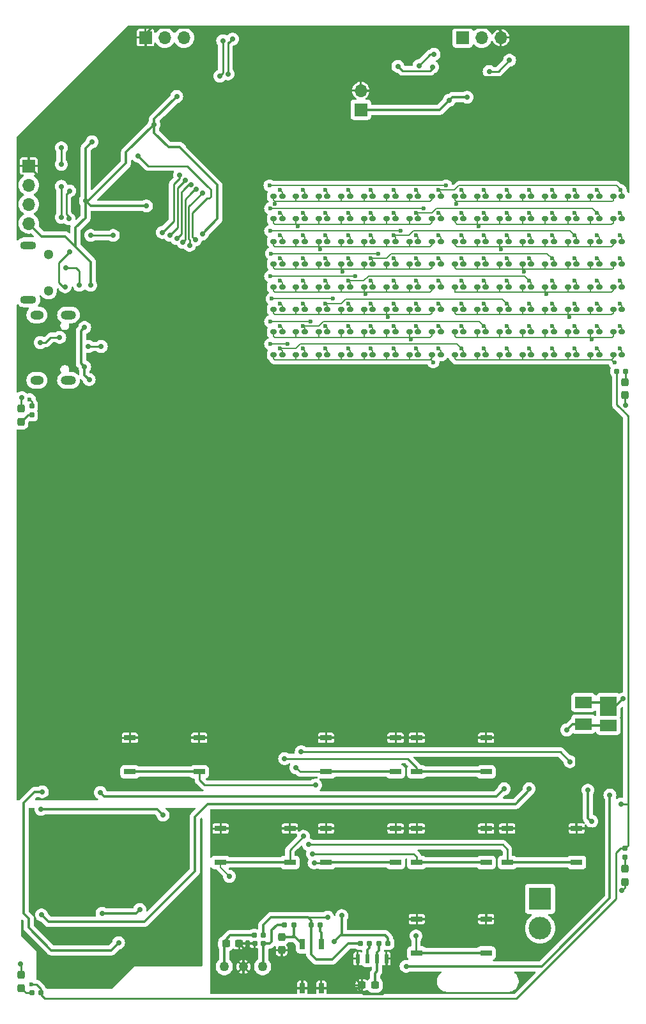
<source format=gbr>
%TF.GenerationSoftware,KiCad,Pcbnew,8.0.0*%
%TF.CreationDate,2024-05-05T17:30:59+08:00*%
%TF.ProjectId,pcb_badge,7063625f-6261-4646-9765-2e6b69636164,rev?*%
%TF.SameCoordinates,Original*%
%TF.FileFunction,Copper,L1,Top*%
%TF.FilePolarity,Positive*%
%FSLAX46Y46*%
G04 Gerber Fmt 4.6, Leading zero omitted, Abs format (unit mm)*
G04 Created by KiCad (PCBNEW 8.0.0) date 2024-05-05 17:30:59*
%MOMM*%
%LPD*%
G01*
G04 APERTURE LIST*
G04 Aperture macros list*
%AMRoundRect*
0 Rectangle with rounded corners*
0 $1 Rounding radius*
0 $2 $3 $4 $5 $6 $7 $8 $9 X,Y pos of 4 corners*
0 Add a 4 corners polygon primitive as box body*
4,1,4,$2,$3,$4,$5,$6,$7,$8,$9,$2,$3,0*
0 Add four circle primitives for the rounded corners*
1,1,$1+$1,$2,$3*
1,1,$1+$1,$4,$5*
1,1,$1+$1,$6,$7*
1,1,$1+$1,$8,$9*
0 Add four rect primitives between the rounded corners*
20,1,$1+$1,$2,$3,$4,$5,0*
20,1,$1+$1,$4,$5,$6,$7,0*
20,1,$1+$1,$6,$7,$8,$9,0*
20,1,$1+$1,$8,$9,$2,$3,0*%
G04 Aperture macros list end*
%TA.AperFunction,ComponentPad*%
%ADD10O,1.700000X1.700000*%
%TD*%
%TA.AperFunction,ComponentPad*%
%ADD11R,1.700000X1.700000*%
%TD*%
%TA.AperFunction,SMDPad,CuDef*%
%ADD12RoundRect,0.160000X-0.222500X-0.160000X0.222500X-0.160000X0.222500X0.160000X-0.222500X0.160000X0*%
%TD*%
%TA.AperFunction,SMDPad,CuDef*%
%ADD13R,2.200000X1.550000*%
%TD*%
%TA.AperFunction,SMDPad,CuDef*%
%ADD14R,2.200000X2.500000*%
%TD*%
%TA.AperFunction,SMDPad,CuDef*%
%ADD15R,1.524000X0.762000*%
%TD*%
%TA.AperFunction,SMDPad,CuDef*%
%ADD16RoundRect,0.160000X-0.197500X-0.160000X0.197500X-0.160000X0.197500X0.160000X-0.197500X0.160000X0*%
%TD*%
%TA.AperFunction,SMDPad,CuDef*%
%ADD17R,0.700000X1.400000*%
%TD*%
%TA.AperFunction,SMDPad,CuDef*%
%ADD18RoundRect,0.237500X-0.237500X0.287500X-0.237500X-0.287500X0.237500X-0.287500X0.237500X0.287500X0*%
%TD*%
%TA.AperFunction,SMDPad,CuDef*%
%ADD19RoundRect,0.155000X0.212500X0.155000X-0.212500X0.155000X-0.212500X-0.155000X0.212500X-0.155000X0*%
%TD*%
%TA.AperFunction,SMDPad,CuDef*%
%ADD20RoundRect,0.237500X-0.237500X0.300000X-0.237500X-0.300000X0.237500X-0.300000X0.237500X0.300000X0*%
%TD*%
%TA.AperFunction,ComponentPad*%
%ADD21C,1.270000*%
%TD*%
%TA.AperFunction,ComponentPad*%
%ADD22C,3.000000*%
%TD*%
%TA.AperFunction,ComponentPad*%
%ADD23R,3.000000X3.000000*%
%TD*%
%TA.AperFunction,SMDPad,CuDef*%
%ADD24RoundRect,0.237500X0.300000X0.237500X-0.300000X0.237500X-0.300000X-0.237500X0.300000X-0.237500X0*%
%TD*%
%TA.AperFunction,SMDPad,CuDef*%
%ADD25RoundRect,0.237500X0.237500X-0.287500X0.237500X0.287500X-0.237500X0.287500X-0.237500X-0.287500X0*%
%TD*%
%TA.AperFunction,SMDPad,CuDef*%
%ADD26RoundRect,0.160000X0.197500X0.160000X-0.197500X0.160000X-0.197500X-0.160000X0.197500X-0.160000X0*%
%TD*%
%TA.AperFunction,SMDPad,CuDef*%
%ADD27RoundRect,0.237500X-0.300000X-0.237500X0.300000X-0.237500X0.300000X0.237500X-0.300000X0.237500X0*%
%TD*%
%TA.AperFunction,SMDPad,CuDef*%
%ADD28RoundRect,0.160000X-0.160000X0.197500X-0.160000X-0.197500X0.160000X-0.197500X0.160000X0.197500X0*%
%TD*%
%TA.AperFunction,SMDPad,CuDef*%
%ADD29R,0.500000X1.200000*%
%TD*%
%TA.AperFunction,ComponentPad*%
%ADD30O,1.800000X1.200000*%
%TD*%
%TA.AperFunction,ComponentPad*%
%ADD31O,2.000000X1.200000*%
%TD*%
%TA.AperFunction,ComponentPad*%
%ADD32O,2.140000X1.070000*%
%TD*%
%TA.AperFunction,ComponentPad*%
%ADD33C,1.300000*%
%TD*%
%TA.AperFunction,ViaPad*%
%ADD34C,0.700000*%
%TD*%
%TA.AperFunction,ViaPad*%
%ADD35C,0.600000*%
%TD*%
%TA.AperFunction,Conductor*%
%ADD36C,0.350000*%
%TD*%
%TA.AperFunction,Conductor*%
%ADD37C,0.250000*%
%TD*%
%TA.AperFunction,Conductor*%
%ADD38C,0.180000*%
%TD*%
G04 APERTURE END LIST*
D10*
%TO.P,J5,3,Pin_3*%
%TO.N,GND*%
X138555000Y-32000000D03*
%TO.P,J5,2,Pin_2*%
%TO.N,Net-(J5-Pin_2)*%
X136015000Y-32000000D03*
D11*
%TO.P,J5,1,Pin_1*%
%TO.N,unconnected-(J5-Pin_1-Pad1)*%
X133475000Y-32000000D03*
%TD*%
D12*
%TO.P,D112,2,A*%
%TO.N,/LED Matrix/MAT_CC*%
X115572500Y-62000000D03*
%TO.P,D112,1,K*%
%TO.N,/LED Matrix2/MAT_RM*%
X114427500Y-62000000D03*
%TD*%
%TO.P,D21,2,A*%
%TO.N,/LED Matrix/MAT_CB*%
X136572500Y-59000000D03*
%TO.P,D21,1,K*%
%TO.N,/LED Matrix/MAT_RC*%
X135427500Y-59000000D03*
%TD*%
%TO.P,D22,2,A*%
%TO.N,/LED Matrix/MAT_CC*%
X139572500Y-59000000D03*
%TO.P,D22,1,K*%
%TO.N,/LED Matrix/MAT_RC*%
X138427500Y-59000000D03*
%TD*%
%TO.P,D124,2,A*%
%TO.N,/LED Matrix/MAT_CE*%
X121572500Y-65000000D03*
%TO.P,D124,1,K*%
%TO.N,/LED Matrix2/MAT_RN*%
X120427500Y-65000000D03*
%TD*%
D13*
%TO.P,D160,2,A*%
%TO.N,Net-(D160-A)*%
X152800000Y-123125000D03*
D14*
%TO.P,D160,1,K*%
%TO.N,/MCU/IRD_N*%
X152800000Y-120550000D03*
%TD*%
D12*
%TO.P,D157,2,A*%
%TO.N,/LED Matrix/MAT_CH*%
X130572500Y-74000000D03*
%TO.P,D157,1,K*%
%TO.N,/LED Matrix2/MAT_RR*%
X129427500Y-74000000D03*
%TD*%
%TO.P,D143,2,A*%
%TO.N,/LED Matrix/MAT_CD*%
X118572500Y-71000000D03*
%TO.P,D143,1,K*%
%TO.N,/LED Matrix2/MAT_RQ*%
X117427500Y-71000000D03*
%TD*%
%TO.P,D55,2,A*%
%TO.N,/LED Matrix/MAT_CF*%
X148572500Y-68000000D03*
%TO.P,D55,1,K*%
%TO.N,/LED Matrix/MAT_RF*%
X147427500Y-68000000D03*
%TD*%
D15*
%TO.P,SW3,4,A*%
%TO.N,/MCU/BTN_C*%
X98597400Y-129250001D03*
%TO.P,SW3,3,K*%
X89402600Y-129250001D03*
%TO.P,SW3,2,2*%
%TO.N,GND*%
X98597400Y-124749999D03*
%TO.P,SW3,1,1*%
X89402600Y-124749999D03*
%TD*%
D12*
%TO.P,D147,2,A*%
%TO.N,/LED Matrix/MAT_CH*%
X130572500Y-71000000D03*
%TO.P,D147,1,K*%
%TO.N,/LED Matrix2/MAT_RQ*%
X129427500Y-71000000D03*
%TD*%
%TO.P,D96,2,A*%
%TO.N,/LED Matrix/MAT_CG*%
X127572500Y-56000000D03*
%TO.P,D96,1,K*%
%TO.N,/LED Matrix2/MAT_RK*%
X126427500Y-56000000D03*
%TD*%
%TO.P,D33,2,A*%
%TO.N,/LED Matrix/MAT_CD*%
X142572500Y-62000000D03*
%TO.P,D33,1,K*%
%TO.N,/LED Matrix/MAT_RD*%
X141427500Y-62000000D03*
%TD*%
D16*
%TO.P,R27,2*%
%TO.N,Net-(D28-A)*%
X155097500Y-76200000D03*
%TO.P,R27,1*%
%TO.N,/MCU/IRD_P*%
X153902500Y-76200000D03*
%TD*%
D12*
%TO.P,D104,2,A*%
%TO.N,/LED Matrix/MAT_CE*%
X121572500Y-59000000D03*
%TO.P,D104,1,K*%
%TO.N,/LED Matrix2/MAT_RL*%
X120427500Y-59000000D03*
%TD*%
%TO.P,D150,2,A*%
%TO.N,/LED Matrix/MAT_CA*%
X109572500Y-74000000D03*
%TO.P,D150,1,K*%
%TO.N,/LED Matrix2/MAT_RR*%
X108427500Y-74000000D03*
%TD*%
%TO.P,D152,2,A*%
%TO.N,/LED Matrix/MAT_CC*%
X115572500Y-74000000D03*
%TO.P,D152,1,K*%
%TO.N,/LED Matrix2/MAT_RR*%
X114427500Y-74000000D03*
%TD*%
%TO.P,D51,2,A*%
%TO.N,/LED Matrix/MAT_CB*%
X136572500Y-68000000D03*
%TO.P,D51,1,K*%
%TO.N,/LED Matrix/MAT_RF*%
X135427500Y-68000000D03*
%TD*%
%TO.P,D71,2,A*%
%TO.N,/LED Matrix/MAT_CB*%
X136572500Y-74000000D03*
%TO.P,D71,1,K*%
%TO.N,/LED Matrix/MAT_RH*%
X135427500Y-74000000D03*
%TD*%
D16*
%TO.P,R60,2*%
%TO.N,Net-(U6-OUTPUT)*%
X114597500Y-149500000D03*
%TO.P,R60,1*%
%TO.N,/MCU/IRRX*%
X113402500Y-149500000D03*
%TD*%
D12*
%TO.P,D113,2,A*%
%TO.N,/LED Matrix/MAT_CD*%
X118572500Y-62000000D03*
%TO.P,D113,1,K*%
%TO.N,/LED Matrix2/MAT_RM*%
X117427500Y-62000000D03*
%TD*%
%TO.P,D77,2,A*%
%TO.N,/LED Matrix/MAT_CH*%
X154572500Y-74000000D03*
%TO.P,D77,1,K*%
%TO.N,/LED Matrix/MAT_RH*%
X153427500Y-74000000D03*
%TD*%
%TO.P,D43,2,A*%
%TO.N,/LED Matrix/MAT_CD*%
X142572500Y-65000000D03*
%TO.P,D43,1,K*%
%TO.N,/LED Matrix/MAT_RE*%
X141427500Y-65000000D03*
%TD*%
%TO.P,D153,2,A*%
%TO.N,/LED Matrix/MAT_CD*%
X118572500Y-74000000D03*
%TO.P,D153,1,K*%
%TO.N,/LED Matrix2/MAT_RR*%
X117427500Y-74000000D03*
%TD*%
%TO.P,D110,2,A*%
%TO.N,/LED Matrix/MAT_CA*%
X109572500Y-62000000D03*
%TO.P,D110,1,K*%
%TO.N,/LED Matrix2/MAT_RM*%
X108427500Y-62000000D03*
%TD*%
D17*
%TO.P,U6,4,VCC*%
%TO.N,Net-(U6-VCC)*%
X112230000Y-152100000D03*
%TO.P,U6,3,OUTPUT*%
%TO.N,Net-(U6-OUTPUT)*%
X114770000Y-152100000D03*
%TO.P,U6,2,GND*%
%TO.N,GND*%
X114770000Y-157900000D03*
%TO.P,U6,1,GND*%
X112230000Y-157900000D03*
%TD*%
D12*
%TO.P,D01,2,A*%
%TO.N,/LED Matrix/MAT_CB*%
X136572500Y-53000000D03*
%TO.P,D01,1,K*%
%TO.N,/LED Matrix/MAT_RA*%
X135427500Y-53000000D03*
%TD*%
%TO.P,D136,2,A*%
%TO.N,/LED Matrix/MAT_CG*%
X127572500Y-68000000D03*
%TO.P,D136,1,K*%
%TO.N,/LED Matrix2/MAT_RP*%
X126427500Y-68000000D03*
%TD*%
D18*
%TO.P,D29,2,A*%
%TO.N,Net-(D29-A)*%
X75000000Y-157875000D03*
%TO.P,D29,1,K*%
%TO.N,/MCU/IRD_N*%
X75000000Y-156125000D03*
%TD*%
D12*
%TO.P,D56,2,A*%
%TO.N,/LED Matrix/MAT_CG*%
X151572500Y-68000000D03*
%TO.P,D56,1,K*%
%TO.N,/LED Matrix/MAT_RF*%
X150427500Y-68000000D03*
%TD*%
%TO.P,D05,2,A*%
%TO.N,/LED Matrix/MAT_CF*%
X148572500Y-53000000D03*
%TO.P,D05,1,K*%
%TO.N,/LED Matrix/MAT_RA*%
X147427500Y-53000000D03*
%TD*%
%TO.P,D154,2,A*%
%TO.N,/LED Matrix/MAT_CE*%
X121572500Y-74000000D03*
%TO.P,D154,1,K*%
%TO.N,/LED Matrix2/MAT_RR*%
X120427500Y-74000000D03*
%TD*%
%TO.P,D16,2,A*%
%TO.N,/LED Matrix/MAT_CG*%
X151572500Y-56000000D03*
%TO.P,D16,1,K*%
%TO.N,/LED Matrix/MAT_RB*%
X150427500Y-56000000D03*
%TD*%
%TO.P,D151,2,A*%
%TO.N,/LED Matrix/MAT_CB*%
X112572500Y-74000000D03*
%TO.P,D151,1,K*%
%TO.N,/LED Matrix2/MAT_RR*%
X111427500Y-74000000D03*
%TD*%
D19*
%TO.P,C51,2*%
%TO.N,GND*%
X105932500Y-152000000D03*
%TO.P,C51,1*%
%TO.N,VCC*%
X107067500Y-152000000D03*
%TD*%
D12*
%TO.P,D66,2,A*%
%TO.N,/LED Matrix/MAT_CG*%
X151572500Y-71000000D03*
%TO.P,D66,1,K*%
%TO.N,/LED Matrix/MAT_RG*%
X150427500Y-71000000D03*
%TD*%
%TO.P,D12,2,A*%
%TO.N,/LED Matrix/MAT_CC*%
X139572500Y-56000000D03*
%TO.P,D12,1,K*%
%TO.N,/LED Matrix/MAT_RB*%
X138427500Y-56000000D03*
%TD*%
%TO.P,D76,2,A*%
%TO.N,/LED Matrix/MAT_CG*%
X151572500Y-74000000D03*
%TO.P,D76,1,K*%
%TO.N,/LED Matrix/MAT_RH*%
X150427500Y-74000000D03*
%TD*%
%TO.P,D155,2,A*%
%TO.N,/LED Matrix/MAT_CF*%
X124572500Y-74000000D03*
%TO.P,D155,1,K*%
%TO.N,/LED Matrix2/MAT_RR*%
X123427500Y-74000000D03*
%TD*%
D20*
%TO.P,C60,2*%
%TO.N,GND*%
X109500000Y-152862500D03*
%TO.P,C60,1*%
%TO.N,Net-(U6-VCC)*%
X109500000Y-151137500D03*
%TD*%
D12*
%TO.P,D75,2,A*%
%TO.N,/LED Matrix/MAT_CF*%
X148572500Y-74000000D03*
%TO.P,D75,1,K*%
%TO.N,/LED Matrix/MAT_RH*%
X147427500Y-74000000D03*
%TD*%
%TO.P,D67,2,A*%
%TO.N,/LED Matrix/MAT_CH*%
X154572500Y-71000000D03*
%TO.P,D67,1,K*%
%TO.N,/LED Matrix/MAT_RG*%
X153427500Y-71000000D03*
%TD*%
D16*
%TO.P,R71,2*%
%TO.N,VCC*%
X123597500Y-152000000D03*
%TO.P,R71,1*%
%TO.N,Net-(U7-VCC)*%
X122402500Y-152000000D03*
%TD*%
D10*
%TO.P,J7,2,Pin_2*%
%TO.N,GND*%
X120000000Y-39010000D03*
D11*
%TO.P,J7,1,Pin_1*%
%TO.N,VCC*%
X120000000Y-41550000D03*
%TD*%
D21*
%TO.P,U5,3,VCC*%
%TO.N,VCC*%
X106984500Y-155060900D03*
%TO.P,U5,2,GND*%
%TO.N,GND*%
X104444500Y-155060900D03*
%TO.P,U5,1,OUTPUT*%
%TO.N,Net-(U5-OUTPUT)*%
X101904500Y-155060900D03*
%TD*%
D22*
%TO.P,J2,2,Pin_2*%
%TO.N,/Power/AAA_NEG*%
X143750000Y-149972500D03*
D23*
%TO.P,J2,1,Pin_1*%
%TO.N,/Power/AAA_POS*%
X143750000Y-146092500D03*
%TD*%
D12*
%TO.P,D95,2,A*%
%TO.N,/LED Matrix/MAT_CF*%
X124572500Y-56000000D03*
%TO.P,D95,1,K*%
%TO.N,/LED Matrix2/MAT_RK*%
X123427500Y-56000000D03*
%TD*%
%TO.P,D134,2,A*%
%TO.N,/LED Matrix/MAT_CE*%
X121572500Y-68000000D03*
%TO.P,D134,1,K*%
%TO.N,/LED Matrix2/MAT_RP*%
X120427500Y-68000000D03*
%TD*%
%TO.P,D145,2,A*%
%TO.N,/LED Matrix/MAT_CF*%
X124572500Y-71000000D03*
%TO.P,D145,1,K*%
%TO.N,/LED Matrix2/MAT_RQ*%
X123427500Y-71000000D03*
%TD*%
%TO.P,D125,2,A*%
%TO.N,/LED Matrix/MAT_CF*%
X124572500Y-65000000D03*
%TO.P,D125,1,K*%
%TO.N,/LED Matrix2/MAT_RN*%
X123427500Y-65000000D03*
%TD*%
%TO.P,D13,2,A*%
%TO.N,/LED Matrix/MAT_CD*%
X142572500Y-56000000D03*
%TO.P,D13,1,K*%
%TO.N,/LED Matrix/MAT_RB*%
X141427500Y-56000000D03*
%TD*%
%TO.P,D44,2,A*%
%TO.N,/LED Matrix/MAT_CE*%
X145572500Y-65000000D03*
%TO.P,D44,1,K*%
%TO.N,/LED Matrix/MAT_RE*%
X144427500Y-65000000D03*
%TD*%
%TO.P,D34,2,A*%
%TO.N,/LED Matrix/MAT_CE*%
X145572500Y-62000000D03*
%TO.P,D34,1,K*%
%TO.N,/LED Matrix/MAT_RD*%
X144427500Y-62000000D03*
%TD*%
%TO.P,D114,2,A*%
%TO.N,/LED Matrix/MAT_CE*%
X121572500Y-62000000D03*
%TO.P,D114,1,K*%
%TO.N,/LED Matrix2/MAT_RM*%
X120427500Y-62000000D03*
%TD*%
%TO.P,D14,2,A*%
%TO.N,/LED Matrix/MAT_CE*%
X145572500Y-56000000D03*
%TO.P,D14,1,K*%
%TO.N,/LED Matrix/MAT_RB*%
X144427500Y-56000000D03*
%TD*%
%TO.P,D103,2,A*%
%TO.N,/LED Matrix/MAT_CD*%
X118572500Y-59000000D03*
%TO.P,D103,1,K*%
%TO.N,/LED Matrix2/MAT_RL*%
X117427500Y-59000000D03*
%TD*%
%TO.P,D53,2,A*%
%TO.N,/LED Matrix/MAT_CD*%
X142572500Y-68000000D03*
%TO.P,D53,1,K*%
%TO.N,/LED Matrix/MAT_RF*%
X141427500Y-68000000D03*
%TD*%
%TO.P,D90,2,A*%
%TO.N,/LED Matrix/MAT_CA*%
X109572500Y-56000000D03*
%TO.P,D90,1,K*%
%TO.N,/LED Matrix2/MAT_RK*%
X108427500Y-56000000D03*
%TD*%
%TO.P,D156,2,A*%
%TO.N,/LED Matrix/MAT_CG*%
X127572500Y-74000000D03*
%TO.P,D156,1,K*%
%TO.N,/LED Matrix2/MAT_RR*%
X126427500Y-74000000D03*
%TD*%
D18*
%TO.P,D3,2,A*%
%TO.N,Net-(D3-A)*%
X74977500Y-82897500D03*
%TO.P,D3,1,K*%
%TO.N,/MCU/IRD_N*%
X74977500Y-81147500D03*
%TD*%
D12*
%TO.P,D62,2,A*%
%TO.N,/LED Matrix/MAT_CC*%
X139572500Y-71000000D03*
%TO.P,D62,1,K*%
%TO.N,/LED Matrix/MAT_RG*%
X138427500Y-71000000D03*
%TD*%
%TO.P,D20,2,A*%
%TO.N,/LED Matrix/MAT_CA*%
X133572500Y-59000000D03*
%TO.P,D20,1,K*%
%TO.N,/LED Matrix/MAT_RC*%
X132427500Y-59000000D03*
%TD*%
%TO.P,D36,2,A*%
%TO.N,/LED Matrix/MAT_CG*%
X151572500Y-62000000D03*
%TO.P,D36,1,K*%
%TO.N,/LED Matrix/MAT_RD*%
X150427500Y-62000000D03*
%TD*%
%TO.P,D93,2,A*%
%TO.N,/LED Matrix/MAT_CD*%
X118572500Y-56000000D03*
%TO.P,D93,1,K*%
%TO.N,/LED Matrix2/MAT_RK*%
X117427500Y-56000000D03*
%TD*%
%TO.P,D60,2,A*%
%TO.N,/LED Matrix/MAT_CA*%
X133572500Y-71000000D03*
%TO.P,D60,1,K*%
%TO.N,/LED Matrix/MAT_RG*%
X132427500Y-71000000D03*
%TD*%
%TO.P,D111,2,A*%
%TO.N,/LED Matrix/MAT_CB*%
X112572500Y-62000000D03*
%TO.P,D111,1,K*%
%TO.N,/LED Matrix2/MAT_RM*%
X111427500Y-62000000D03*
%TD*%
%TO.P,D32,2,A*%
%TO.N,/LED Matrix/MAT_CC*%
X139572500Y-62000000D03*
%TO.P,D32,1,K*%
%TO.N,/LED Matrix/MAT_RD*%
X138427500Y-62000000D03*
%TD*%
%TO.P,D115,2,A*%
%TO.N,/LED Matrix/MAT_CF*%
X124572500Y-62000000D03*
%TO.P,D115,1,K*%
%TO.N,/LED Matrix2/MAT_RM*%
X123427500Y-62000000D03*
%TD*%
%TO.P,D30,2,A*%
%TO.N,/LED Matrix/MAT_CA*%
X133572500Y-62000000D03*
%TO.P,D30,1,K*%
%TO.N,/LED Matrix/MAT_RD*%
X132427500Y-62000000D03*
%TD*%
%TO.P,D37,2,A*%
%TO.N,/LED Matrix/MAT_CH*%
X154572500Y-62000000D03*
%TO.P,D37,1,K*%
%TO.N,/LED Matrix/MAT_RD*%
X153427500Y-62000000D03*
%TD*%
D24*
%TO.P,C70,2*%
%TO.N,GND*%
X120137500Y-157500000D03*
%TO.P,C70,1*%
%TO.N,Net-(U7-VCC)*%
X121862500Y-157500000D03*
%TD*%
D12*
%TO.P,D27,2,A*%
%TO.N,/LED Matrix/MAT_CH*%
X154572500Y-59000000D03*
%TO.P,D27,1,K*%
%TO.N,/LED Matrix/MAT_RC*%
X153427500Y-59000000D03*
%TD*%
%TO.P,D07,2,A*%
%TO.N,/LED Matrix/MAT_CH*%
X154572500Y-53000000D03*
%TO.P,D07,1,K*%
%TO.N,/LED Matrix/MAT_RA*%
X153427500Y-53000000D03*
%TD*%
%TO.P,D65,2,A*%
%TO.N,/LED Matrix/MAT_CF*%
X148572500Y-71000000D03*
%TO.P,D65,1,K*%
%TO.N,/LED Matrix/MAT_RG*%
X147427500Y-71000000D03*
%TD*%
%TO.P,D97,2,A*%
%TO.N,/LED Matrix/MAT_CH*%
X130572500Y-56000000D03*
%TO.P,D97,1,K*%
%TO.N,/LED Matrix2/MAT_RK*%
X129427500Y-56000000D03*
%TD*%
%TO.P,D02,2,A*%
%TO.N,/LED Matrix/MAT_CC*%
X139572500Y-53000000D03*
%TO.P,D02,1,K*%
%TO.N,/LED Matrix/MAT_RA*%
X138427500Y-53000000D03*
%TD*%
%TO.P,D141,2,A*%
%TO.N,/LED Matrix/MAT_CB*%
X112572500Y-71000000D03*
%TO.P,D141,1,K*%
%TO.N,/LED Matrix2/MAT_RQ*%
X111427500Y-71000000D03*
%TD*%
D25*
%TO.P,D19,2,A*%
%TO.N,Net-(D19-A)*%
X154977500Y-142102500D03*
%TO.P,D19,1,K*%
%TO.N,/MCU/IRD_N*%
X154977500Y-143852500D03*
%TD*%
D15*
%TO.P,SW6,4,A*%
%TO.N,/MCU/BTN_F*%
X148597400Y-141250001D03*
%TO.P,SW6,3,K*%
X139402600Y-141250001D03*
%TO.P,SW6,2,2*%
%TO.N,GND*%
X148597400Y-136749999D03*
%TO.P,SW6,1,1*%
X139402600Y-136749999D03*
%TD*%
D12*
%TO.P,D133,2,A*%
%TO.N,/LED Matrix/MAT_CD*%
X118572500Y-68000000D03*
%TO.P,D133,1,K*%
%TO.N,/LED Matrix2/MAT_RP*%
X117427500Y-68000000D03*
%TD*%
D15*
%TO.P,SW1,4,A*%
%TO.N,/MCU/BTN_A*%
X110597400Y-141250001D03*
%TO.P,SW1,3,K*%
X101402600Y-141250001D03*
%TO.P,SW1,2,2*%
%TO.N,GND*%
X110597400Y-136749999D03*
%TO.P,SW1,1,1*%
X101402600Y-136749999D03*
%TD*%
D12*
%TO.P,D126,2,A*%
%TO.N,/LED Matrix/MAT_CG*%
X127572500Y-65000000D03*
%TO.P,D126,1,K*%
%TO.N,/LED Matrix2/MAT_RN*%
X126427500Y-65000000D03*
%TD*%
%TO.P,D06,2,A*%
%TO.N,/LED Matrix/MAT_CG*%
X151572500Y-53000000D03*
%TO.P,D06,1,K*%
%TO.N,/LED Matrix/MAT_RA*%
X150427500Y-53000000D03*
%TD*%
%TO.P,D84,2,A*%
%TO.N,/LED Matrix/MAT_CE*%
X121572500Y-53000000D03*
%TO.P,D84,1,K*%
%TO.N,/LED Matrix2/MAT_RJ*%
X120427500Y-53000000D03*
%TD*%
%TO.P,D91,2,A*%
%TO.N,/LED Matrix/MAT_CB*%
X112572500Y-56000000D03*
%TO.P,D91,1,K*%
%TO.N,/LED Matrix2/MAT_RK*%
X111427500Y-56000000D03*
%TD*%
%TO.P,D130,2,A*%
%TO.N,/LED Matrix/MAT_CA*%
X109572500Y-68000000D03*
%TO.P,D130,1,K*%
%TO.N,/LED Matrix2/MAT_RP*%
X108427500Y-68000000D03*
%TD*%
%TO.P,D17,2,A*%
%TO.N,/LED Matrix/MAT_CH*%
X154572500Y-56000000D03*
%TO.P,D17,1,K*%
%TO.N,/LED Matrix/MAT_RB*%
X153427500Y-56000000D03*
%TD*%
%TO.P,D24,2,A*%
%TO.N,/LED Matrix/MAT_CE*%
X145572500Y-59000000D03*
%TO.P,D24,1,K*%
%TO.N,/LED Matrix/MAT_RC*%
X144427500Y-59000000D03*
%TD*%
D15*
%TO.P,SW2,4,A*%
%TO.N,/MCU/BTN_B*%
X136597400Y-153250001D03*
%TO.P,SW2,3,K*%
X127402600Y-153250001D03*
%TO.P,SW2,2,2*%
%TO.N,GND*%
X136597400Y-148749999D03*
%TO.P,SW2,1,1*%
X127402600Y-148749999D03*
%TD*%
D12*
%TO.P,D35,2,A*%
%TO.N,/LED Matrix/MAT_CF*%
X148572500Y-62000000D03*
%TO.P,D35,1,K*%
%TO.N,/LED Matrix/MAT_RD*%
X147427500Y-62000000D03*
%TD*%
%TO.P,D04,2,A*%
%TO.N,/LED Matrix/MAT_CE*%
X145572500Y-53000000D03*
%TO.P,D04,1,K*%
%TO.N,/LED Matrix/MAT_RA*%
X144427500Y-53000000D03*
%TD*%
%TO.P,D100,2,A*%
%TO.N,/LED Matrix/MAT_CA*%
X109572500Y-59000000D03*
%TO.P,D100,1,K*%
%TO.N,/LED Matrix2/MAT_RL*%
X108427500Y-59000000D03*
%TD*%
%TO.P,D74,2,A*%
%TO.N,/LED Matrix/MAT_CE*%
X145572500Y-74000000D03*
%TO.P,D74,1,K*%
%TO.N,/LED Matrix/MAT_RH*%
X144427500Y-74000000D03*
%TD*%
%TO.P,D70,2,A*%
%TO.N,/LED Matrix/MAT_CA*%
X133572500Y-74000000D03*
%TO.P,D70,1,K*%
%TO.N,/LED Matrix/MAT_RH*%
X132427500Y-74000000D03*
%TD*%
D26*
%TO.P,R50,2*%
%TO.N,Net-(U5-OUTPUT)*%
X105902500Y-150900000D03*
%TO.P,R50,1*%
%TO.N,/MCU/IRRX*%
X107097500Y-150900000D03*
%TD*%
D12*
%TO.P,D106,2,A*%
%TO.N,/LED Matrix/MAT_CG*%
X127572500Y-59000000D03*
%TO.P,D106,1,K*%
%TO.N,/LED Matrix2/MAT_RL*%
X126427500Y-59000000D03*
%TD*%
%TO.P,D101,2,A*%
%TO.N,/LED Matrix/MAT_CB*%
X112572500Y-59000000D03*
%TO.P,D101,1,K*%
%TO.N,/LED Matrix2/MAT_RL*%
X111427500Y-59000000D03*
%TD*%
%TO.P,D132,2,A*%
%TO.N,/LED Matrix/MAT_CC*%
X115572500Y-68000000D03*
%TO.P,D132,1,K*%
%TO.N,/LED Matrix2/MAT_RP*%
X114427500Y-68000000D03*
%TD*%
%TO.P,D23,2,A*%
%TO.N,/LED Matrix/MAT_CD*%
X142572500Y-59000000D03*
%TO.P,D23,1,K*%
%TO.N,/LED Matrix/MAT_RC*%
X141427500Y-59000000D03*
%TD*%
%TO.P,D57,2,A*%
%TO.N,/LED Matrix/MAT_CH*%
X154572500Y-68000000D03*
%TO.P,D57,1,K*%
%TO.N,/LED Matrix/MAT_RF*%
X153427500Y-68000000D03*
%TD*%
%TO.P,D107,2,A*%
%TO.N,/LED Matrix/MAT_CH*%
X130572500Y-59000000D03*
%TO.P,D107,1,K*%
%TO.N,/LED Matrix2/MAT_RL*%
X129427500Y-59000000D03*
%TD*%
%TO.P,D123,2,A*%
%TO.N,/LED Matrix/MAT_CD*%
X118572500Y-65000000D03*
%TO.P,D123,1,K*%
%TO.N,/LED Matrix2/MAT_RN*%
X117427500Y-65000000D03*
%TD*%
%TO.P,D102,2,A*%
%TO.N,/LED Matrix/MAT_CC*%
X115572500Y-59000000D03*
%TO.P,D102,1,K*%
%TO.N,/LED Matrix2/MAT_RL*%
X114427500Y-59000000D03*
%TD*%
%TO.P,D64,2,A*%
%TO.N,/LED Matrix/MAT_CE*%
X145572500Y-71000000D03*
%TO.P,D64,1,K*%
%TO.N,/LED Matrix/MAT_RG*%
X144427500Y-71000000D03*
%TD*%
%TO.P,D26,2,A*%
%TO.N,/LED Matrix/MAT_CG*%
X151572500Y-59000000D03*
%TO.P,D26,1,K*%
%TO.N,/LED Matrix/MAT_RC*%
X150427500Y-59000000D03*
%TD*%
%TO.P,D42,2,A*%
%TO.N,/LED Matrix/MAT_CC*%
X139572500Y-65000000D03*
%TO.P,D42,1,K*%
%TO.N,/LED Matrix/MAT_RE*%
X138427500Y-65000000D03*
%TD*%
%TO.P,D46,2,A*%
%TO.N,/LED Matrix/MAT_CG*%
X151572500Y-65000000D03*
%TO.P,D46,1,K*%
%TO.N,/LED Matrix/MAT_RE*%
X150427500Y-65000000D03*
%TD*%
%TO.P,D131,2,A*%
%TO.N,/LED Matrix/MAT_CB*%
X112572500Y-68000000D03*
%TO.P,D131,1,K*%
%TO.N,/LED Matrix2/MAT_RP*%
X111427500Y-68000000D03*
%TD*%
%TO.P,D50,2,A*%
%TO.N,/LED Matrix/MAT_CA*%
X133572500Y-68000000D03*
%TO.P,D50,1,K*%
%TO.N,/LED Matrix/MAT_RF*%
X132427500Y-68000000D03*
%TD*%
D13*
%TO.P,D161,2,A*%
%TO.N,Net-(D160-A)*%
X149500000Y-122925000D03*
%TO.P,D161,1,K*%
%TO.N,/MCU/IRD_N*%
X149500000Y-120075000D03*
%TD*%
D27*
%TO.P,C50,2*%
%TO.N,GND*%
X103862500Y-152000000D03*
%TO.P,C50,1*%
%TO.N,Net-(U5-OUTPUT)*%
X102137500Y-152000000D03*
%TD*%
D12*
%TO.P,D144,2,A*%
%TO.N,/LED Matrix/MAT_CE*%
X121572500Y-71000000D03*
%TO.P,D144,1,K*%
%TO.N,/LED Matrix2/MAT_RQ*%
X120427500Y-71000000D03*
%TD*%
%TO.P,D105,2,A*%
%TO.N,/LED Matrix/MAT_CF*%
X124572500Y-59000000D03*
%TO.P,D105,1,K*%
%TO.N,/LED Matrix2/MAT_RL*%
X123427500Y-59000000D03*
%TD*%
%TO.P,D116,2,A*%
%TO.N,/LED Matrix/MAT_CG*%
X127572500Y-62000000D03*
%TO.P,D116,1,K*%
%TO.N,/LED Matrix2/MAT_RM*%
X126427500Y-62000000D03*
%TD*%
%TO.P,D52,2,A*%
%TO.N,/LED Matrix/MAT_CC*%
X139572500Y-68000000D03*
%TO.P,D52,1,K*%
%TO.N,/LED Matrix/MAT_RF*%
X138427500Y-68000000D03*
%TD*%
D10*
%TO.P,J4,3,Pin_3*%
%TO.N,unconnected-(J4-Pin_3-Pad3)*%
X96555000Y-32000000D03*
%TO.P,J4,2,Pin_2*%
%TO.N,Net-(J4-Pin_2)*%
X94015000Y-32000000D03*
D11*
%TO.P,J4,1,Pin_1*%
%TO.N,GND*%
X91475000Y-32000000D03*
%TD*%
D12*
%TO.P,D00,2,A*%
%TO.N,/LED Matrix/MAT_CA*%
X133572500Y-53000000D03*
%TO.P,D00,1,K*%
%TO.N,/LED Matrix/MAT_RA*%
X132427500Y-53000000D03*
%TD*%
%TO.P,D85,2,A*%
%TO.N,/LED Matrix/MAT_CF*%
X124572500Y-53000000D03*
%TO.P,D85,1,K*%
%TO.N,/LED Matrix2/MAT_RJ*%
X123427500Y-53000000D03*
%TD*%
D15*
%TO.P,SW8,4,A*%
%TO.N,/MCU/BTN_H*%
X136597400Y-129250001D03*
%TO.P,SW8,3,K*%
X127402600Y-129250001D03*
%TO.P,SW8,2,2*%
%TO.N,GND*%
X136597400Y-124749999D03*
%TO.P,SW8,1,1*%
X127402600Y-124749999D03*
%TD*%
D12*
%TO.P,D142,2,A*%
%TO.N,/LED Matrix/MAT_CC*%
X115572500Y-71000000D03*
%TO.P,D142,1,K*%
%TO.N,/LED Matrix2/MAT_RQ*%
X114427500Y-71000000D03*
%TD*%
%TO.P,D63,2,A*%
%TO.N,/LED Matrix/MAT_CD*%
X142572500Y-71000000D03*
%TO.P,D63,1,K*%
%TO.N,/LED Matrix/MAT_RG*%
X141427500Y-71000000D03*
%TD*%
%TO.P,D140,2,A*%
%TO.N,/LED Matrix/MAT_CA*%
X109572500Y-71000000D03*
%TO.P,D140,1,K*%
%TO.N,/LED Matrix2/MAT_RQ*%
X108427500Y-71000000D03*
%TD*%
D15*
%TO.P,SW5,4,A*%
%TO.N,/MCU/BTN_E*%
X136597400Y-141250001D03*
%TO.P,SW5,3,K*%
X127402600Y-141250001D03*
%TO.P,SW5,2,2*%
%TO.N,GND*%
X136597400Y-136749999D03*
%TO.P,SW5,1,1*%
X127402600Y-136749999D03*
%TD*%
D12*
%TO.P,D82,2,A*%
%TO.N,/LED Matrix/MAT_CC*%
X115572500Y-53000000D03*
%TO.P,D82,1,K*%
%TO.N,/LED Matrix2/MAT_RJ*%
X114427500Y-53000000D03*
%TD*%
%TO.P,D47,2,A*%
%TO.N,/LED Matrix/MAT_CH*%
X154572500Y-65000000D03*
%TO.P,D47,1,K*%
%TO.N,/LED Matrix/MAT_RE*%
X153427500Y-65000000D03*
%TD*%
%TO.P,D83,2,A*%
%TO.N,/LED Matrix/MAT_CD*%
X118572500Y-53000000D03*
%TO.P,D83,1,K*%
%TO.N,/LED Matrix2/MAT_RJ*%
X117427500Y-53000000D03*
%TD*%
%TO.P,D15,2,A*%
%TO.N,/LED Matrix/MAT_CF*%
X148572500Y-56000000D03*
%TO.P,D15,1,K*%
%TO.N,/LED Matrix/MAT_RB*%
X147427500Y-56000000D03*
%TD*%
%TO.P,D92,2,A*%
%TO.N,/LED Matrix/MAT_CC*%
X115572500Y-56000000D03*
%TO.P,D92,1,K*%
%TO.N,/LED Matrix2/MAT_RK*%
X114427500Y-56000000D03*
%TD*%
%TO.P,D41,2,A*%
%TO.N,/LED Matrix/MAT_CB*%
X136572500Y-65000000D03*
%TO.P,D41,1,K*%
%TO.N,/LED Matrix/MAT_RE*%
X135427500Y-65000000D03*
%TD*%
%TO.P,D122,2,A*%
%TO.N,/LED Matrix/MAT_CC*%
X115572500Y-65000000D03*
%TO.P,D122,1,K*%
%TO.N,/LED Matrix2/MAT_RN*%
X114427500Y-65000000D03*
%TD*%
%TO.P,D94,2,A*%
%TO.N,/LED Matrix/MAT_CE*%
X121572500Y-56000000D03*
%TO.P,D94,1,K*%
%TO.N,/LED Matrix2/MAT_RK*%
X120427500Y-56000000D03*
%TD*%
D15*
%TO.P,SW4,4,A*%
%TO.N,/MCU/BTN_D*%
X124597400Y-141250001D03*
%TO.P,SW4,3,K*%
X115402600Y-141250001D03*
%TO.P,SW4,2,2*%
%TO.N,GND*%
X124597400Y-136749999D03*
%TO.P,SW4,1,1*%
X115402600Y-136749999D03*
%TD*%
D12*
%TO.P,D25,2,A*%
%TO.N,/LED Matrix/MAT_CF*%
X148572500Y-59000000D03*
%TO.P,D25,1,K*%
%TO.N,/LED Matrix/MAT_RC*%
X147427500Y-59000000D03*
%TD*%
D26*
%TO.P,R61,2*%
%TO.N,VCC*%
X109902500Y-149500000D03*
%TO.P,R61,1*%
%TO.N,Net-(U6-VCC)*%
X111097500Y-149500000D03*
%TD*%
D12*
%TO.P,D80,2,A*%
%TO.N,/LED Matrix/MAT_CA*%
X109572500Y-53000000D03*
%TO.P,D80,1,K*%
%TO.N,/LED Matrix2/MAT_RJ*%
X108427500Y-53000000D03*
%TD*%
%TO.P,D135,2,A*%
%TO.N,/LED Matrix/MAT_CF*%
X124572500Y-68000000D03*
%TO.P,D135,1,K*%
%TO.N,/LED Matrix2/MAT_RP*%
X123427500Y-68000000D03*
%TD*%
D10*
%TO.P,J3,4,Pin_4*%
%TO.N,VCC*%
X76000000Y-56620000D03*
%TO.P,J3,3,Pin_3*%
%TO.N,/MCU/PA13*%
X76000000Y-54080000D03*
%TO.P,J3,2,Pin_2*%
%TO.N,/MCU/PA14*%
X76000000Y-51540000D03*
D11*
%TO.P,J3,1,Pin_1*%
%TO.N,GND*%
X76000000Y-49000000D03*
%TD*%
D28*
%TO.P,R29,2*%
%TO.N,Net-(D3-A)*%
X76400000Y-81997500D03*
%TO.P,R29,1*%
%TO.N,/MCU/IRD_P*%
X76400000Y-80802500D03*
%TD*%
D29*
%TO.P,U7,4,GND*%
%TO.N,GND*%
X119595000Y-154000000D03*
%TO.P,U7,3,OUTPUT*%
%TO.N,Net-(U7-OUTPUT)*%
X120865000Y-154000000D03*
%TO.P,U7,2,VCC*%
%TO.N,Net-(U7-VCC)*%
X122135000Y-154000000D03*
%TO.P,U7,1,GND*%
%TO.N,GND*%
X123405000Y-154000000D03*
%TD*%
D12*
%TO.P,D40,2,A*%
%TO.N,/LED Matrix/MAT_CA*%
X133572500Y-65000000D03*
%TO.P,D40,1,K*%
%TO.N,/LED Matrix/MAT_RE*%
X132427500Y-65000000D03*
%TD*%
%TO.P,D120,2,A*%
%TO.N,/LED Matrix/MAT_CA*%
X109572500Y-65000000D03*
%TO.P,D120,1,K*%
%TO.N,/LED Matrix2/MAT_RN*%
X108427500Y-65000000D03*
%TD*%
%TO.P,D11,2,A*%
%TO.N,/LED Matrix/MAT_CB*%
X136572500Y-56000000D03*
%TO.P,D11,1,K*%
%TO.N,/LED Matrix/MAT_RB*%
X135427500Y-56000000D03*
%TD*%
%TO.P,D87,2,A*%
%TO.N,/LED Matrix/MAT_CH*%
X130572500Y-53000000D03*
%TO.P,D87,1,K*%
%TO.N,/LED Matrix2/MAT_RJ*%
X129427500Y-53000000D03*
%TD*%
%TO.P,D81,2,A*%
%TO.N,/LED Matrix/MAT_CB*%
X112572500Y-53000000D03*
%TO.P,D81,1,K*%
%TO.N,/LED Matrix2/MAT_RJ*%
X111427500Y-53000000D03*
%TD*%
%TO.P,D127,2,A*%
%TO.N,/LED Matrix/MAT_CH*%
X130572500Y-65000000D03*
%TO.P,D127,1,K*%
%TO.N,/LED Matrix2/MAT_RN*%
X129427500Y-65000000D03*
%TD*%
%TO.P,D72,2,A*%
%TO.N,/LED Matrix/MAT_CC*%
X139572500Y-74000000D03*
%TO.P,D72,1,K*%
%TO.N,/LED Matrix/MAT_RH*%
X138427500Y-74000000D03*
%TD*%
%TO.P,D137,2,A*%
%TO.N,/LED Matrix/MAT_CH*%
X130572500Y-68000000D03*
%TO.P,D137,1,K*%
%TO.N,/LED Matrix2/MAT_RP*%
X129427500Y-68000000D03*
%TD*%
D26*
%TO.P,R26,2*%
%TO.N,Net-(D29-A)*%
X76402500Y-158500000D03*
%TO.P,R26,1*%
%TO.N,/MCU/IRD_P*%
X77597500Y-158500000D03*
%TD*%
D12*
%TO.P,D54,2,A*%
%TO.N,/LED Matrix/MAT_CE*%
X145572500Y-68000000D03*
%TO.P,D54,1,K*%
%TO.N,/LED Matrix/MAT_RF*%
X144427500Y-68000000D03*
%TD*%
D16*
%TO.P,R70,2*%
%TO.N,Net-(U7-OUTPUT)*%
X121097500Y-152000000D03*
%TO.P,R70,1*%
%TO.N,/MCU/IRRX*%
X119902500Y-152000000D03*
%TD*%
D12*
%TO.P,D03,2,A*%
%TO.N,/LED Matrix/MAT_CD*%
X142572500Y-53000000D03*
%TO.P,D03,1,K*%
%TO.N,/LED Matrix/MAT_RA*%
X141427500Y-53000000D03*
%TD*%
D28*
%TO.P,R28,2*%
%TO.N,Net-(D19-A)*%
X155000000Y-140597500D03*
%TO.P,R28,1*%
%TO.N,/MCU/IRD_P*%
X155000000Y-139402500D03*
%TD*%
D12*
%TO.P,D10,2,A*%
%TO.N,/LED Matrix/MAT_CA*%
X133572500Y-56000000D03*
%TO.P,D10,1,K*%
%TO.N,/LED Matrix/MAT_RB*%
X132427500Y-56000000D03*
%TD*%
%TO.P,D117,2,A*%
%TO.N,/LED Matrix/MAT_CH*%
X130572500Y-62000000D03*
%TO.P,D117,1,K*%
%TO.N,/LED Matrix2/MAT_RM*%
X129427500Y-62000000D03*
%TD*%
%TO.P,D45,2,A*%
%TO.N,/LED Matrix/MAT_CF*%
X148572500Y-65000000D03*
%TO.P,D45,1,K*%
%TO.N,/LED Matrix/MAT_RE*%
X147427500Y-65000000D03*
%TD*%
%TO.P,D61,2,A*%
%TO.N,/LED Matrix/MAT_CB*%
X136572500Y-71000000D03*
%TO.P,D61,1,K*%
%TO.N,/LED Matrix/MAT_RG*%
X135427500Y-71000000D03*
%TD*%
D15*
%TO.P,SW7,4,A*%
%TO.N,/MCU/BTN_G*%
X124597400Y-129250001D03*
%TO.P,SW7,3,K*%
X115402600Y-129250001D03*
%TO.P,SW7,2,2*%
%TO.N,GND*%
X124597400Y-124749999D03*
%TO.P,SW7,1,1*%
X115402600Y-124749999D03*
%TD*%
D12*
%TO.P,D146,2,A*%
%TO.N,/LED Matrix/MAT_CG*%
X127572500Y-71000000D03*
%TO.P,D146,1,K*%
%TO.N,/LED Matrix2/MAT_RQ*%
X126427500Y-71000000D03*
%TD*%
%TO.P,D86,2,A*%
%TO.N,/LED Matrix/MAT_CG*%
X127572500Y-53000000D03*
%TO.P,D86,1,K*%
%TO.N,/LED Matrix2/MAT_RJ*%
X126427500Y-53000000D03*
%TD*%
D25*
%TO.P,D28,2,A*%
%TO.N,Net-(D28-A)*%
X155000000Y-77625000D03*
%TO.P,D28,1,K*%
%TO.N,/MCU/IRD_N*%
X155000000Y-79375000D03*
%TD*%
D12*
%TO.P,D121,2,A*%
%TO.N,/LED Matrix/MAT_CB*%
X112572500Y-65000000D03*
%TO.P,D121,1,K*%
%TO.N,/LED Matrix2/MAT_RN*%
X111427500Y-65000000D03*
%TD*%
%TO.P,D31,2,A*%
%TO.N,/LED Matrix/MAT_CB*%
X136572500Y-62000000D03*
%TO.P,D31,1,K*%
%TO.N,/LED Matrix/MAT_RD*%
X135427500Y-62000000D03*
%TD*%
%TO.P,D73,2,A*%
%TO.N,/LED Matrix/MAT_CD*%
X142572500Y-74000000D03*
%TO.P,D73,1,K*%
%TO.N,/LED Matrix/MAT_RH*%
X141427500Y-74000000D03*
%TD*%
D30*
%TO.P,J1,3*%
%TO.N,N/C*%
X77082500Y-77382500D03*
%TO.P,J1,2*%
X77082500Y-68722500D03*
D31*
%TO.P,J1,1*%
X81262500Y-68722500D03*
%TO.P,J1,0*%
X81262500Y-77382500D03*
%TD*%
D32*
%TO.P,J6,S6*%
%TO.N,N/C*%
X75950000Y-66700000D03*
D33*
%TO.P,J6,S5*%
X78600000Y-65525000D03*
%TO.P,J6,S4*%
X78600000Y-60675000D03*
D32*
%TO.P,J6,S3*%
X75950000Y-59500000D03*
%TD*%
D34*
%TO.N,GND*%
X88100000Y-42000000D03*
X135700000Y-49300000D03*
X152700000Y-127900000D03*
X139200000Y-49300000D03*
X153100000Y-44300000D03*
X154300000Y-30800000D03*
X78900000Y-54000000D03*
X100500000Y-58000000D03*
X90000000Y-137600000D03*
X132200000Y-49300000D03*
X117500000Y-124749999D03*
X118200000Y-50000000D03*
X154100000Y-34000000D03*
X89000000Y-144400000D03*
X152500000Y-125400000D03*
X95500000Y-38200000D03*
X86000000Y-47300000D03*
X142700000Y-49300000D03*
X117400000Y-146800000D03*
X114700000Y-50000000D03*
X87500000Y-150400000D03*
X149700000Y-49200000D03*
X121700000Y-50000000D03*
X83100000Y-151800000D03*
X135500000Y-37300000D03*
X153600000Y-40800000D03*
X146200000Y-49200000D03*
X153900000Y-37400000D03*
X78900000Y-56700000D03*
X143700000Y-32300000D03*
X125200000Y-50000000D03*
X144900000Y-43000000D03*
X128700000Y-50000000D03*
X129500000Y-39100000D03*
%TO.N,VCC*%
X134100000Y-39900000D03*
X95600000Y-39800000D03*
X117500000Y-148300000D03*
X131700000Y-40300000D03*
X77800000Y-131900000D03*
X84400000Y-45800000D03*
X99000000Y-58000000D03*
X116500000Y-151700000D03*
X91600000Y-54300000D03*
X92600000Y-43500000D03*
X126000000Y-155000000D03*
X84200000Y-64800000D03*
X87900000Y-151900000D03*
X83500000Y-53600000D03*
X153000000Y-132325000D03*
%TO.N,/Power/BOOST_OUT*%
X85700000Y-148000000D03*
X90700000Y-147500000D03*
D35*
%TO.N,/LED Matrix/MAT_RA*%
X132600000Y-54000000D03*
%TO.N,/LED Matrix/MAT_CA*%
X133300000Y-61200000D03*
X109300000Y-58200000D03*
X109300000Y-73200000D03*
X109300000Y-61200000D03*
X133300000Y-58200000D03*
X109300000Y-64200000D03*
X133300000Y-64200000D03*
X109300000Y-70200000D03*
X133300000Y-55200000D03*
X133300000Y-67200000D03*
X109300000Y-67200000D03*
X133300000Y-52200000D03*
X133300000Y-70200000D03*
X109300000Y-55200000D03*
X133300000Y-73200000D03*
X109300000Y-52200000D03*
%TO.N,/LED Matrix/MAT_CB*%
X136300000Y-67200000D03*
X112300000Y-52200000D03*
X112300000Y-58200000D03*
X112300000Y-55200000D03*
X136300000Y-73200000D03*
X136300000Y-52200000D03*
X136300000Y-70200000D03*
X136300000Y-58200000D03*
X112300000Y-61200000D03*
X136300000Y-64200000D03*
X112300000Y-73200000D03*
X112300000Y-70200000D03*
X112300000Y-67200000D03*
X112300000Y-64200000D03*
X136300000Y-55200000D03*
X136300000Y-61200000D03*
D34*
%TO.N,/Power/USB_5V*%
X83400000Y-75600000D03*
X77600000Y-134200000D03*
X80797500Y-65000000D03*
X84000000Y-77300000D03*
X93800000Y-135000000D03*
X81397500Y-60400000D03*
X83400000Y-70400000D03*
D35*
%TO.N,/LED Matrix/MAT_CC*%
X115300000Y-52200000D03*
X115300000Y-58200000D03*
X139300000Y-73200000D03*
X115300000Y-55200000D03*
X139300000Y-61200000D03*
X139300000Y-52200000D03*
X115300000Y-64200000D03*
X115300000Y-61200000D03*
X115300000Y-70200000D03*
X139300000Y-64200000D03*
X115300000Y-67200000D03*
X139300000Y-70200000D03*
X115300000Y-73200000D03*
X139300000Y-55200000D03*
X139300000Y-67200000D03*
X139300000Y-58200000D03*
%TO.N,/LED Matrix/MAT_CD*%
X118300000Y-73200000D03*
X142300000Y-70200000D03*
X118300000Y-52200000D03*
X142300000Y-64200000D03*
X142300000Y-55200000D03*
X142300000Y-73200000D03*
X142300000Y-58200000D03*
X142300000Y-67200000D03*
X118300000Y-55200000D03*
X118300000Y-64200000D03*
X118300000Y-67200000D03*
X142300000Y-52200000D03*
X118300000Y-70200000D03*
X118300000Y-61200000D03*
X142300000Y-61200000D03*
X118300000Y-58200000D03*
%TO.N,/LED Matrix/MAT_CE*%
X121300000Y-61200000D03*
X121300000Y-58200000D03*
X145300000Y-58200000D03*
X121300000Y-52200000D03*
X145300000Y-70200000D03*
X121300000Y-64200000D03*
X121300000Y-70200000D03*
X145300000Y-61200000D03*
X121300000Y-73200000D03*
X145300000Y-64200000D03*
X121300000Y-55200000D03*
X121300000Y-67200000D03*
X145300000Y-67200000D03*
X145300000Y-52200000D03*
X145300000Y-55200000D03*
X145300000Y-73200000D03*
%TO.N,/LED Matrix/MAT_CF*%
X124300000Y-70200000D03*
X148300000Y-73200000D03*
X124300000Y-64200000D03*
X124300000Y-52200000D03*
X148300000Y-55200000D03*
X124300000Y-55200000D03*
X124300000Y-73200000D03*
X148300000Y-70200000D03*
X148300000Y-61200000D03*
X124300000Y-58200000D03*
X148300000Y-64200000D03*
X148300000Y-67200000D03*
X148300000Y-52200000D03*
X124300000Y-61200000D03*
X124300000Y-67200000D03*
X148300000Y-58200000D03*
%TO.N,/LED Matrix/MAT_CG*%
X151300000Y-58200000D03*
X151300000Y-73200000D03*
X151300000Y-52200000D03*
X151300000Y-64200000D03*
X151300000Y-70200000D03*
X151300000Y-55200000D03*
X127300000Y-58200000D03*
X127300000Y-64200000D03*
X127300000Y-61200000D03*
X151300000Y-61200000D03*
X151300000Y-67200000D03*
X127300000Y-55200000D03*
X127300000Y-67200000D03*
X127300000Y-73200000D03*
X127300000Y-70200000D03*
X127300000Y-52200000D03*
%TO.N,/LED Matrix/MAT_CH*%
X130300000Y-70200000D03*
X154300000Y-64200000D03*
X154300000Y-70200000D03*
X130300000Y-64200000D03*
X130300000Y-61200000D03*
X130300000Y-73200000D03*
X154300000Y-73200000D03*
X130300000Y-52200000D03*
X154300000Y-67200000D03*
X154300000Y-58200000D03*
X130300000Y-55200000D03*
X130300000Y-67200000D03*
X154400000Y-52200000D03*
X154300000Y-55200000D03*
X154300000Y-61200000D03*
X130300000Y-58200000D03*
%TO.N,/LED Matrix/MAT_RB*%
X135600000Y-57000000D03*
%TO.N,/LED Matrix/MAT_RC*%
X138600000Y-60000000D03*
%TO.N,/LED Matrix/MAT_RD*%
X141600000Y-63000000D03*
%TO.N,/LED Matrix/MAT_RE*%
X144600000Y-66000000D03*
%TO.N,/LED Matrix/MAT_RF*%
X147600000Y-69000000D03*
%TO.N,/LED Matrix/MAT_RG*%
X150600000Y-72000000D03*
%TO.N,/LED Matrix/MAT_RH*%
X153600000Y-75000000D03*
D34*
%TO.N,/MCU/PA2*%
X101700000Y-32400000D03*
X101300000Y-37100000D03*
D35*
%TO.N,/LED Matrix2/MAT_RJ*%
X108600000Y-54000000D03*
%TO.N,/LED Matrix2/MAT_RK*%
X111600000Y-57000000D03*
%TO.N,/LED Matrix2/MAT_RL*%
X114600000Y-60000000D03*
%TO.N,/LED Matrix2/MAT_RM*%
X117600000Y-63000000D03*
%TO.N,/LED Matrix2/MAT_RN*%
X120600000Y-66000000D03*
%TO.N,/LED Matrix2/MAT_RP*%
X123600000Y-69000000D03*
%TO.N,/LED Matrix2/MAT_RQ*%
X126600000Y-72000000D03*
%TO.N,/LED Matrix2/MAT_RR*%
X129600000Y-75000000D03*
D34*
%TO.N,/MCU/PA3*%
X102400000Y-36800000D03*
X103000000Y-32200000D03*
D35*
%TO.N,/MCU/IRD_P*%
X76300000Y-157400000D03*
X76100000Y-79900000D03*
D34*
X154500000Y-133500000D03*
%TO.N,/MCU/IRD_N*%
X154700000Y-119600000D03*
X74900000Y-154700000D03*
X154600000Y-145000000D03*
X75100000Y-79700000D03*
X155100000Y-80700000D03*
%TO.N,/MCU/IRDRV*%
X96000000Y-50200000D03*
X112100000Y-126600000D03*
X93700000Y-57800000D03*
X147700000Y-127900000D03*
%TO.N,/MCU/USB_DET*%
X80300000Y-51700000D03*
X80300000Y-55800000D03*
%TO.N,/MCU/BOOT0*%
X80300000Y-48800000D03*
X80300000Y-46600000D03*
%TO.N,/MCU/IRRX*%
X90500000Y-47700000D03*
X115600000Y-148500000D03*
X98100000Y-58800000D03*
%TO.N,/MCU/BTN_A*%
X87200000Y-58200000D03*
X81300000Y-56000000D03*
X102600000Y-143100000D03*
X84200000Y-58200000D03*
X112400000Y-137800000D03*
X81400000Y-52300000D03*
%TO.N,/MCU/BTN_B*%
X127300000Y-151000000D03*
X99000000Y-52600000D03*
X97300000Y-59500000D03*
%TO.N,/MCU/BTN_C*%
X98200000Y-52100000D03*
X96400000Y-59100000D03*
X114000000Y-131000000D03*
%TO.N,/MCU/BTN_D*%
X95600000Y-58600000D03*
X113800000Y-141300000D03*
X97500000Y-51500000D03*
%TO.N,/MCU/BTN_E*%
X113600000Y-140100000D03*
X96700000Y-50900000D03*
X94700000Y-58200000D03*
%TO.N,/MCU/BTN_F*%
X113100000Y-138900000D03*
%TO.N,/MCU/BTN_G*%
X111400000Y-128700000D03*
%TO.N,/MCU/BTN_H*%
X109900000Y-127500000D03*
%TO.N,/LED Matrix/A0*%
X124900000Y-35800000D03*
X129500000Y-35900000D03*
%TO.N,/LED Matrix/EN*%
X139700000Y-35000000D03*
X137000000Y-36500000D03*
%TO.N,/LED Matrix/A2*%
X127700000Y-35700000D03*
X129700000Y-34200000D03*
D35*
%TO.N,/MCU/CA*%
X108000000Y-72600000D03*
X110300000Y-72600000D03*
%TO.N,/MCU/CB*%
X108000000Y-69600000D03*
X113300000Y-69600000D03*
%TO.N,/MCU/CC*%
X116300000Y-66600000D03*
X108200000Y-66600000D03*
%TO.N,/MCU/CD*%
X108000000Y-63600000D03*
X119300000Y-63600000D03*
%TO.N,/MCU/CE*%
X122300000Y-60600000D03*
X108100000Y-60600000D03*
%TO.N,/MCU/CF*%
X108000000Y-57600000D03*
X125300000Y-57600000D03*
%TO.N,/MCU/CG*%
X128300000Y-54600000D03*
X108000000Y-54600000D03*
%TO.N,/MCU/CH*%
X107900000Y-51600000D03*
X131300000Y-51600000D03*
D34*
%TO.N,/Power/USB_DP_RAW*%
X82700000Y-64800000D03*
X85600000Y-72900000D03*
X83900000Y-72900000D03*
X80900000Y-62500000D03*
%TO.N,/Power/AAA_NEG*%
X77700000Y-148200000D03*
X142300000Y-131500000D03*
%TO.N,/Power/AAA_POS*%
X139000000Y-131500000D03*
X85500000Y-132000000D03*
%TO.N,Net-(J1-SBU1)*%
X80100000Y-71700000D03*
X77500000Y-72400000D03*
%TO.N,Net-(D160-A)*%
X147300000Y-123700000D03*
X150600000Y-135800000D03*
X150100000Y-131700000D03*
%TD*%
D36*
%TO.N,GND*%
X148600000Y-124749999D02*
X151849999Y-124749999D01*
X121490000Y-39010000D02*
X120000000Y-39010000D01*
X117400000Y-146800000D02*
X117800000Y-147200000D01*
X105300000Y-157900000D02*
X112230000Y-157900000D01*
X110597400Y-136749999D02*
X115402600Y-136749999D01*
X122900000Y-158700000D02*
X120400000Y-158700000D01*
X124800000Y-155000000D02*
X124200000Y-155600000D01*
X91475000Y-32000000D02*
X91475000Y-31525000D01*
X134300000Y-38500000D02*
X122000000Y-38500000D01*
X78900000Y-56700000D02*
X78900000Y-51900000D01*
X86000000Y-47300000D02*
X86000000Y-44100000D01*
X142700000Y-49300000D02*
X139200000Y-49300000D01*
X97000000Y-39000000D02*
X97000000Y-41000000D01*
X104444500Y-155060900D02*
X104444500Y-152582000D01*
X88900000Y-144400000D02*
X89000000Y-144400000D01*
X149700000Y-47700000D02*
X149700000Y-49200000D01*
X102000000Y-57000000D02*
X101000000Y-58000000D01*
X154300000Y-30800000D02*
X154300000Y-33800000D01*
X90000000Y-143300000D02*
X88900000Y-144400000D01*
X112230000Y-156430000D02*
X109500000Y-153700000D01*
X114770000Y-157900000D02*
X119600000Y-157900000D01*
X150000000Y-143000000D02*
X151000000Y-142000000D01*
X153900000Y-37400000D02*
X153900000Y-40500000D01*
X141100000Y-136749999D02*
X148597400Y-136749999D01*
X79500000Y-44100000D02*
X86000000Y-44100000D01*
X121700000Y-50000000D02*
X125200000Y-50000000D01*
D37*
X134200000Y-38600000D02*
X135500000Y-37300000D01*
D36*
X145100000Y-49300000D02*
X145100000Y-43200000D01*
X117500000Y-124749999D02*
X115402600Y-124749999D01*
X97000000Y-41000000D02*
X97000000Y-46500000D01*
X136597400Y-136749999D02*
X139402600Y-136749999D01*
X151000000Y-137200000D02*
X150549999Y-136749999D01*
X150549999Y-136749999D02*
X148597400Y-136749999D01*
D37*
X132100000Y-38600000D02*
X134200000Y-38600000D01*
D36*
X139402600Y-136749999D02*
X141100000Y-136749999D01*
X86000000Y-44100000D02*
X88100000Y-42000000D01*
X143700000Y-41800000D02*
X144900000Y-43000000D01*
X124597400Y-136749999D02*
X127402600Y-136749999D01*
X153600000Y-43800000D02*
X153100000Y-44300000D01*
X112230000Y-157900000D02*
X112230000Y-156430000D01*
X146200000Y-49200000D02*
X149700000Y-49200000D01*
X125200000Y-50000000D02*
X128700000Y-50000000D01*
X119595000Y-154000000D02*
X119595000Y-156957500D01*
X124597400Y-124749999D02*
X127402600Y-124749999D01*
X119595000Y-156957500D02*
X120137500Y-157500000D01*
X83100000Y-151800000D02*
X86100000Y-151800000D01*
X91475000Y-38200000D02*
X91475000Y-38625000D01*
X91475000Y-31525000D02*
X92300000Y-30700000D01*
X152400000Y-32300000D02*
X154100000Y-34000000D01*
X98597400Y-124749999D02*
X89402600Y-124749999D01*
X135700000Y-49300000D02*
X132200000Y-49300000D01*
X104444500Y-152582000D02*
X103862500Y-152000000D01*
X122600000Y-147200000D02*
X124950000Y-149550000D01*
X119737500Y-157900000D02*
X120137500Y-157500000D01*
X117800000Y-147200000D02*
X122600000Y-147200000D01*
X123405000Y-158195000D02*
X122900000Y-158700000D01*
X76000000Y-47600000D02*
X79500000Y-44100000D01*
X130000000Y-49300000D02*
X132200000Y-49300000D01*
X135500000Y-37300000D02*
X143700000Y-37300000D01*
D37*
X132100000Y-38600000D02*
X130000000Y-38600000D01*
D36*
X152500000Y-125400000D02*
X152500000Y-127700000D01*
D37*
X131900000Y-38600000D02*
X132100000Y-38600000D01*
D36*
X153100000Y-44300000D02*
X149700000Y-47700000D01*
X153600000Y-40800000D02*
X153600000Y-43800000D01*
X104444500Y-157044500D02*
X105300000Y-157900000D01*
X136597400Y-124749999D02*
X127402600Y-124749999D01*
X138100000Y-30700000D02*
X138555000Y-31155000D01*
X129300000Y-50000000D02*
X130000000Y-49300000D01*
X125750001Y-148749999D02*
X124950000Y-149550000D01*
X120400000Y-158700000D02*
X119600000Y-157900000D01*
X143700000Y-37300000D02*
X143700000Y-41800000D01*
X136597400Y-144402600D02*
X138000000Y-143000000D01*
X123405000Y-154000000D02*
X123405000Y-155600000D01*
X152500000Y-127700000D02*
X152700000Y-127900000D01*
X148597400Y-124752599D02*
X148600000Y-124749999D01*
X119600000Y-157900000D02*
X119737500Y-157900000D01*
X138000000Y-143000000D02*
X150000000Y-143000000D01*
X128700000Y-50000000D02*
X129300000Y-50000000D01*
X127402600Y-148749999D02*
X136597400Y-148749999D01*
X90000000Y-137600000D02*
X90000000Y-143300000D01*
X109500000Y-153700000D02*
X109500000Y-152862500D01*
X86100000Y-151800000D02*
X87500000Y-150400000D01*
X138555000Y-31155000D02*
X138555000Y-32000000D01*
X97000000Y-46500000D02*
X100500000Y-50000000D01*
X143700000Y-32300000D02*
X152400000Y-32300000D01*
X115402600Y-124749999D02*
X111800000Y-124749999D01*
X146100000Y-49300000D02*
X146200000Y-49200000D01*
X115402600Y-136749999D02*
X124597400Y-136749999D01*
X143700000Y-32300000D02*
X143700000Y-37300000D01*
X154300000Y-33800000D02*
X154100000Y-34000000D01*
X91475000Y-38625000D02*
X88100000Y-42000000D01*
X95500000Y-38200000D02*
X91475000Y-38200000D01*
X136597400Y-148749999D02*
X136597400Y-144402600D01*
X135500000Y-37300000D02*
X134300000Y-38500000D01*
X118200000Y-50000000D02*
X114700000Y-50000000D01*
X145100000Y-43200000D02*
X144900000Y-43000000D01*
X112230000Y-157900000D02*
X114770000Y-157900000D01*
D37*
X130000000Y-38600000D02*
X129500000Y-39100000D01*
D36*
X153900000Y-40500000D02*
X153600000Y-40800000D01*
X96200000Y-38200000D02*
X97000000Y-39000000D01*
X121700000Y-50000000D02*
X118200000Y-50000000D01*
X124597400Y-124749999D02*
X117500000Y-124749999D01*
X127402600Y-148749999D02*
X125750001Y-148749999D01*
X122000000Y-38500000D02*
X121490000Y-39010000D01*
X91475000Y-32000000D02*
X91475000Y-38200000D01*
X100500000Y-50000000D02*
X102000000Y-51500000D01*
X101000000Y-58000000D02*
X100500000Y-58000000D01*
X124950000Y-149550000D02*
X124800000Y-149700000D01*
X102000000Y-51500000D02*
X102000000Y-57000000D01*
X136597400Y-124749999D02*
X148600000Y-124749999D01*
X151000000Y-142000000D02*
X151000000Y-137200000D01*
X154100000Y-37200000D02*
X153900000Y-37400000D01*
X105932500Y-152000000D02*
X103862500Y-152000000D01*
X148597400Y-136749999D02*
X148597400Y-124752599D01*
X78900000Y-51900000D02*
X76000000Y-49000000D01*
X123405000Y-155600000D02*
X123405000Y-158195000D01*
X95500000Y-38200000D02*
X96200000Y-38200000D01*
X111800000Y-124749999D02*
X98597400Y-124749999D01*
X76000000Y-49000000D02*
X76000000Y-47600000D01*
X154100000Y-34000000D02*
X154100000Y-37200000D01*
X101402600Y-136749999D02*
X110597400Y-136749999D01*
X142700000Y-49300000D02*
X145100000Y-49300000D01*
X135700000Y-49300000D02*
X139200000Y-49300000D01*
X127402600Y-136749999D02*
X136597400Y-136749999D01*
X92300000Y-30700000D02*
X138100000Y-30700000D01*
X124800000Y-149700000D02*
X124800000Y-155000000D01*
X124200000Y-155600000D02*
X123405000Y-155600000D01*
X104444500Y-155060900D02*
X104444500Y-157044500D01*
X145100000Y-49300000D02*
X146100000Y-49300000D01*
X151849999Y-124749999D02*
X152500000Y-125400000D01*
%TO.N,VCC*%
X86900000Y-152900000D02*
X82500000Y-152900000D01*
X92600000Y-44600000D02*
X94500000Y-46500000D01*
X79000000Y-152900000D02*
X76000000Y-149900000D01*
X77800000Y-131900000D02*
X76800000Y-131900000D01*
X132100000Y-39900000D02*
X131700000Y-40300000D01*
X84200000Y-64800000D02*
X84200000Y-61700000D01*
X117500000Y-150900000D02*
X117300000Y-150900000D01*
X101000000Y-51500000D02*
X101000000Y-56000000D01*
X108200000Y-151700000D02*
X107900000Y-152000000D01*
X88900000Y-48600000D02*
X83900000Y-53600000D01*
X134100000Y-39900000D02*
X132100000Y-39900000D01*
X94500000Y-46500000D02*
X96000000Y-46500000D01*
X76000000Y-148700000D02*
X75300000Y-148000000D01*
X80850000Y-58350000D02*
X77730000Y-58350000D01*
X77730000Y-58350000D02*
X76000000Y-56620000D01*
X107067500Y-152000000D02*
X107067500Y-154977900D01*
X117500000Y-148300000D02*
X117500000Y-150900000D01*
X76800000Y-131900000D02*
X76500000Y-132200000D01*
X82500000Y-152900000D02*
X79000000Y-152900000D01*
X88900000Y-47200000D02*
X88900000Y-48600000D01*
X95600000Y-39800000D02*
X92600000Y-42800000D01*
X82200000Y-57200000D02*
X83500000Y-55900000D01*
X75300000Y-148000000D02*
X75300000Y-133900000D01*
X83500000Y-46700000D02*
X84400000Y-45800000D01*
X91600000Y-54300000D02*
X84200000Y-54300000D01*
X132000000Y-155000000D02*
X126000000Y-155000000D01*
X92600000Y-43500000D02*
X88900000Y-47200000D01*
X108900000Y-149500000D02*
X108200000Y-150200000D01*
X75300000Y-133900000D02*
X75300000Y-133400000D01*
X82300000Y-59800000D02*
X80850000Y-58350000D01*
X92600000Y-43500000D02*
X92600000Y-44600000D01*
X123597500Y-152000000D02*
X123597500Y-151297500D01*
X107067500Y-154977900D02*
X106984500Y-155060900D01*
X132500000Y-155000000D02*
X132000000Y-155000000D01*
X122900000Y-150900000D02*
X118500000Y-150900000D01*
X101000000Y-56000000D02*
X99000000Y-58000000D01*
X92600000Y-42800000D02*
X92600000Y-43500000D01*
X117300000Y-150900000D02*
X116500000Y-151700000D01*
X120000000Y-41550000D02*
X130450000Y-41550000D01*
X84200000Y-54300000D02*
X83500000Y-53600000D01*
X108200000Y-150200000D02*
X108200000Y-151700000D01*
X75300000Y-133400000D02*
X76500000Y-132200000D01*
X123200000Y-150900000D02*
X122900000Y-150900000D01*
X123597500Y-151297500D02*
X123200000Y-150900000D01*
X145000000Y-154000000D02*
X144000000Y-155000000D01*
X87900000Y-151900000D02*
X86900000Y-152900000D01*
X107900000Y-152000000D02*
X107067500Y-152000000D01*
X82200000Y-59700000D02*
X82300000Y-59800000D01*
X83500000Y-53600000D02*
X83500000Y-46700000D01*
X153000000Y-132325000D02*
X153000000Y-146000000D01*
X76000000Y-149900000D02*
X76000000Y-148700000D01*
X109902500Y-149500000D02*
X108900000Y-149500000D01*
X118500000Y-150900000D02*
X117500000Y-150900000D01*
X153000000Y-146000000D02*
X145000000Y-154000000D01*
X96000000Y-46500000D02*
X101000000Y-51500000D01*
X130450000Y-41550000D02*
X131700000Y-40300000D01*
X144000000Y-155000000D02*
X132500000Y-155000000D01*
X83500000Y-55900000D02*
X83500000Y-53600000D01*
X84200000Y-61700000D02*
X82300000Y-59800000D01*
X82200000Y-57200000D02*
X82200000Y-59700000D01*
X83900000Y-53600000D02*
X83500000Y-53600000D01*
%TO.N,/Power/BOOST_OUT*%
X90200000Y-148000000D02*
X90700000Y-147500000D01*
X85700000Y-148000000D02*
X90200000Y-148000000D01*
%TO.N,Net-(U5-OUTPUT)*%
X102700000Y-150900000D02*
X102137500Y-151462500D01*
X105902500Y-150900000D02*
X102700000Y-150900000D01*
X101904500Y-155060900D02*
X101904500Y-152233000D01*
X101904500Y-152233000D02*
X102137500Y-152000000D01*
X102137500Y-151462500D02*
X102137500Y-152000000D01*
D38*
%TO.N,/LED Matrix/MAT_RA*%
X135427500Y-53672500D02*
X135400000Y-53700000D01*
X153300000Y-53700000D02*
X150400000Y-53700000D01*
X141400000Y-53700000D02*
X138400000Y-53700000D01*
X132427500Y-53527500D02*
X132427500Y-53000000D01*
X141427500Y-53672500D02*
X141400000Y-53700000D01*
X135400000Y-53700000D02*
X132600000Y-53700000D01*
X144427500Y-53672500D02*
X144400000Y-53700000D01*
X138400000Y-53700000D02*
X135400000Y-53700000D01*
X132600000Y-53700000D02*
X132600000Y-54000000D01*
X147427500Y-53000000D02*
X147400000Y-53000000D01*
X150427500Y-53000000D02*
X150427500Y-53672500D01*
X135427500Y-53000000D02*
X135427500Y-53672500D01*
X153427500Y-53000000D02*
X153427500Y-53572500D01*
X147400000Y-53700000D02*
X144400000Y-53700000D01*
X144400000Y-53700000D02*
X141400000Y-53700000D01*
X144427500Y-53000000D02*
X144427500Y-53672500D01*
X138427500Y-53672500D02*
X138400000Y-53700000D01*
X153427500Y-53572500D02*
X153300000Y-53700000D01*
X147400000Y-53000000D02*
X147400000Y-53700000D01*
X150427500Y-53672500D02*
X150400000Y-53700000D01*
X141427500Y-53000000D02*
X141427500Y-53672500D01*
X132600000Y-53700000D02*
X132427500Y-53527500D01*
X150400000Y-53700000D02*
X147400000Y-53700000D01*
X138427500Y-53000000D02*
X138427500Y-53672500D01*
%TO.N,/LED Matrix/MAT_CA*%
X109572500Y-58472500D02*
X109300000Y-58200000D01*
X133572500Y-71000000D02*
X133572500Y-70472500D01*
X133572500Y-68000000D02*
X133572500Y-67472500D01*
X111410000Y-73200000D02*
X112000000Y-72610000D01*
X109572500Y-62000000D02*
X109572500Y-61472500D01*
X109572500Y-70472500D02*
X109300000Y-70200000D01*
X133572500Y-62000000D02*
X133572500Y-61472500D01*
X133572500Y-67472500D02*
X133300000Y-67200000D01*
X133572500Y-64472500D02*
X133300000Y-64200000D01*
X133572500Y-56000000D02*
X133572500Y-55472500D01*
X109572500Y-73472500D02*
X109300000Y-73200000D01*
X109572500Y-71000000D02*
X109572500Y-70472500D01*
X133572500Y-70472500D02*
X133300000Y-70200000D01*
X133597500Y-52975000D02*
X133572500Y-53000000D01*
X109572500Y-64472500D02*
X109300000Y-64200000D01*
X109300000Y-73200000D02*
X111410000Y-73200000D01*
X133572500Y-65000000D02*
X133572500Y-64472500D01*
X109572500Y-56000000D02*
X109572500Y-55472500D01*
X109572500Y-59000000D02*
X109572500Y-58472500D01*
X109572500Y-74000000D02*
X109572500Y-73472500D01*
X109572500Y-52472500D02*
X109300000Y-52200000D01*
X112000000Y-72610000D02*
X132710000Y-72610000D01*
X132710000Y-72610000D02*
X133300000Y-73200000D01*
X133572500Y-55472500D02*
X133300000Y-55200000D01*
X133572500Y-59000000D02*
X133572500Y-58472500D01*
X109572500Y-55472500D02*
X109300000Y-55200000D01*
X109572500Y-68000000D02*
X109572500Y-67472500D01*
X133572500Y-74000000D02*
X133572500Y-73472500D01*
X133572500Y-52472500D02*
X133300000Y-52200000D01*
X109572500Y-65000000D02*
X109572500Y-64472500D01*
X133572500Y-58472500D02*
X133300000Y-58200000D01*
X109572500Y-67472500D02*
X109300000Y-67200000D01*
X133572500Y-61472500D02*
X133300000Y-61200000D01*
X133572500Y-73472500D02*
X133300000Y-73200000D01*
X133572500Y-53000000D02*
X133572500Y-52472500D01*
X109572500Y-61472500D02*
X109300000Y-61200000D01*
X109572500Y-53000000D02*
X109572500Y-52472500D01*
%TO.N,/LED Matrix/MAT_CB*%
X112572500Y-64472500D02*
X112300000Y-64200000D01*
X112572500Y-53000000D02*
X112572500Y-52472500D01*
X112572500Y-52472500D02*
X112300000Y-52200000D01*
X112572500Y-58472500D02*
X112300000Y-58200000D01*
X136597500Y-52975000D02*
X136572500Y-53000000D01*
X136572500Y-67472500D02*
X136300000Y-67200000D01*
X112572500Y-61472500D02*
X112300000Y-61200000D01*
X136572500Y-68000000D02*
X136572500Y-67472500D01*
X136572500Y-64472500D02*
X136300000Y-64200000D01*
X136572500Y-65000000D02*
X136572500Y-64472500D01*
X136572500Y-59000000D02*
X136572500Y-58472500D01*
X136572500Y-73472500D02*
X136300000Y-73200000D01*
X112572500Y-59000000D02*
X112572500Y-58472500D01*
X112572500Y-55472500D02*
X112300000Y-55200000D01*
X112300000Y-70200000D02*
X114410000Y-70200000D01*
X112572500Y-68000000D02*
X112572500Y-67472500D01*
X136572500Y-70472500D02*
X136300000Y-70200000D01*
X112572500Y-74000000D02*
X112572500Y-73472500D01*
X115000000Y-69610000D02*
X135710000Y-69610000D01*
X136572500Y-53000000D02*
X136572500Y-52472500D01*
X136572500Y-55472500D02*
X136300000Y-55200000D01*
X112572500Y-65000000D02*
X112572500Y-64472500D01*
X136572500Y-71000000D02*
X136572500Y-70472500D01*
X136572500Y-52472500D02*
X136300000Y-52200000D01*
X112572500Y-71000000D02*
X112572500Y-70472500D01*
X112572500Y-73472500D02*
X112300000Y-73200000D01*
X136572500Y-58472500D02*
X136300000Y-58200000D01*
X136572500Y-61472500D02*
X136300000Y-61200000D01*
X112572500Y-70472500D02*
X112300000Y-70200000D01*
X136572500Y-56000000D02*
X136572500Y-55472500D01*
X136572500Y-62000000D02*
X136572500Y-61472500D01*
X112572500Y-62000000D02*
X112572500Y-61472500D01*
X112572500Y-67472500D02*
X112300000Y-67200000D01*
X114410000Y-70200000D02*
X115000000Y-69610000D01*
X112572500Y-56000000D02*
X112572500Y-55472500D01*
X136572500Y-74000000D02*
X136572500Y-73472500D01*
X135710000Y-69610000D02*
X136300000Y-70200000D01*
D36*
%TO.N,/Power/USB_5V*%
X83400000Y-70400000D02*
X82900000Y-70900000D01*
D37*
X80600000Y-65000000D02*
X80797500Y-65000000D01*
D36*
X83400000Y-75600000D02*
X83400000Y-76700000D01*
X82900000Y-70900000D02*
X82900000Y-75100000D01*
D37*
X80000000Y-64400000D02*
X80600000Y-65000000D01*
D36*
X93000000Y-134200000D02*
X93800000Y-135000000D01*
X83400000Y-76700000D02*
X84000000Y-77300000D01*
D37*
X80000000Y-61800000D02*
X80000000Y-64400000D01*
D36*
X82900000Y-75100000D02*
X83400000Y-75600000D01*
X77600000Y-134200000D02*
X93000000Y-134200000D01*
D37*
X81397500Y-60400000D02*
X80797500Y-61000000D01*
X80797500Y-61000000D02*
X80797500Y-61002500D01*
X80797500Y-61002500D02*
X80000000Y-61800000D01*
D38*
%TO.N,/LED Matrix/MAT_CC*%
X139572500Y-55472500D02*
X139300000Y-55200000D01*
X139572500Y-65000000D02*
X139572500Y-64472500D01*
X115572500Y-70472500D02*
X115300000Y-70200000D01*
X115572500Y-59000000D02*
X115572500Y-58472500D01*
X139597500Y-55975000D02*
X139572500Y-56000000D01*
X139572500Y-74000000D02*
X139572500Y-73472500D01*
X139572500Y-68000000D02*
X139572500Y-67472500D01*
X117410000Y-67200000D02*
X118000000Y-66610000D01*
X139572500Y-53000000D02*
X139572500Y-52472500D01*
X115572500Y-71000000D02*
X115572500Y-70472500D01*
X139597500Y-73975000D02*
X139572500Y-74000000D01*
X139597500Y-58975000D02*
X139572500Y-59000000D01*
X115572500Y-55472500D02*
X115300000Y-55200000D01*
X115572500Y-56000000D02*
X115572500Y-55472500D01*
X139597500Y-70975000D02*
X139572500Y-71000000D01*
X139572500Y-71000000D02*
X139572500Y-70472500D01*
X139572500Y-56000000D02*
X139572500Y-55472500D01*
X115572500Y-62000000D02*
X115572500Y-61472500D01*
X115572500Y-68000000D02*
X115572500Y-67472500D01*
X139597500Y-64975000D02*
X139572500Y-65000000D01*
X139597500Y-61975000D02*
X139572500Y-62000000D01*
X115572500Y-52472500D02*
X115300000Y-52200000D01*
X139597500Y-52975000D02*
X139572500Y-53000000D01*
X139572500Y-73472500D02*
X139300000Y-73200000D01*
X139572500Y-61472500D02*
X139300000Y-61200000D01*
X139572500Y-52472500D02*
X139300000Y-52200000D01*
X115572500Y-67472500D02*
X115300000Y-67200000D01*
X139572500Y-67472500D02*
X139300000Y-67200000D01*
X115572500Y-64472500D02*
X115300000Y-64200000D01*
X138710000Y-66610000D02*
X139300000Y-67200000D01*
X115572500Y-58472500D02*
X115300000Y-58200000D01*
X115572500Y-74000000D02*
X115572500Y-73472500D01*
X115572500Y-53000000D02*
X115572500Y-52472500D01*
X115300000Y-67200000D02*
X117410000Y-67200000D01*
X139572500Y-58472500D02*
X139300000Y-58200000D01*
X139572500Y-70472500D02*
X139300000Y-70200000D01*
X115572500Y-65000000D02*
X115572500Y-64472500D01*
X139597500Y-67975000D02*
X139572500Y-68000000D01*
X115572500Y-73472500D02*
X115300000Y-73200000D01*
X118000000Y-66610000D02*
X138710000Y-66610000D01*
X139572500Y-64472500D02*
X139300000Y-64200000D01*
X139572500Y-62000000D02*
X139572500Y-61472500D01*
X139572500Y-59000000D02*
X139572500Y-58472500D01*
X115572500Y-61472500D02*
X115300000Y-61200000D01*
%TO.N,/LED Matrix/MAT_CD*%
X142572500Y-55472500D02*
X142300000Y-55200000D01*
X142572500Y-68000000D02*
X142572500Y-67472500D01*
X118572500Y-68000000D02*
X118572500Y-67472500D01*
X142597500Y-58975000D02*
X142572500Y-59000000D01*
X142597500Y-61975000D02*
X142572500Y-62000000D01*
X118572500Y-52472500D02*
X118300000Y-52200000D01*
X142572500Y-65000000D02*
X142572500Y-64472500D01*
X142572500Y-59000000D02*
X142572500Y-58472500D01*
X118572500Y-61472500D02*
X118300000Y-61200000D01*
X142597500Y-73975000D02*
X142572500Y-74000000D01*
X142597500Y-55975000D02*
X142572500Y-56000000D01*
X118300000Y-64200000D02*
X120400000Y-64200000D01*
X142597500Y-70975000D02*
X142572500Y-71000000D01*
X141700000Y-63600000D02*
X142300000Y-64200000D01*
X142572500Y-70472500D02*
X142300000Y-70200000D01*
X142572500Y-52472500D02*
X142300000Y-52200000D01*
X118572500Y-65000000D02*
X118572500Y-64472500D01*
X118572500Y-55472500D02*
X118300000Y-55200000D01*
X120400000Y-64200000D02*
X121000000Y-63600000D01*
X118572500Y-67472500D02*
X118300000Y-67200000D01*
X118572500Y-59000000D02*
X118572500Y-58472500D01*
X142572500Y-73472500D02*
X142300000Y-73200000D01*
X142572500Y-56000000D02*
X142572500Y-55472500D01*
X142572500Y-58472500D02*
X142300000Y-58200000D01*
X142572500Y-62000000D02*
X142572500Y-61472500D01*
X142597500Y-52975000D02*
X142572500Y-53000000D01*
X118572500Y-53000000D02*
X118572500Y-52472500D01*
X118572500Y-64472500D02*
X118300000Y-64200000D01*
X118572500Y-71000000D02*
X118572500Y-70472500D01*
X142572500Y-64472500D02*
X142300000Y-64200000D01*
X142572500Y-53000000D02*
X142572500Y-52472500D01*
X142572500Y-67472500D02*
X142300000Y-67200000D01*
X121000000Y-63600000D02*
X141700000Y-63600000D01*
X118572500Y-74000000D02*
X118572500Y-73472500D01*
X118572500Y-58472500D02*
X118300000Y-58200000D01*
X142572500Y-74000000D02*
X142572500Y-73472500D01*
X118572500Y-62000000D02*
X118572500Y-61472500D01*
X142597500Y-64975000D02*
X142572500Y-65000000D01*
X118572500Y-56000000D02*
X118572500Y-55472500D01*
X118572500Y-70472500D02*
X118300000Y-70200000D01*
X142572500Y-61472500D02*
X142300000Y-61200000D01*
X142597500Y-67975000D02*
X142572500Y-68000000D01*
X142572500Y-71000000D02*
X142572500Y-70472500D01*
X118572500Y-73472500D02*
X118300000Y-73200000D01*
%TO.N,/LED Matrix/MAT_CE*%
X121572500Y-73472500D02*
X121300000Y-73200000D01*
X121572500Y-53000000D02*
X121572500Y-52472500D01*
X145572500Y-56000000D02*
X145572500Y-55472500D01*
X121572500Y-70472500D02*
X121300000Y-70200000D01*
X121572500Y-52472500D02*
X121300000Y-52200000D01*
X145572500Y-59000000D02*
X145572500Y-58472500D01*
X121572500Y-65000000D02*
X121572500Y-64472500D01*
X121572500Y-59000000D02*
X121572500Y-58472500D01*
X145597500Y-58975000D02*
X145572500Y-59000000D01*
X145572500Y-61472500D02*
X145300000Y-61200000D01*
X145597500Y-67975000D02*
X145572500Y-68000000D01*
X124000000Y-60600000D02*
X144700000Y-60600000D01*
X145572500Y-68000000D02*
X145572500Y-67472500D01*
X145572500Y-65000000D02*
X145572500Y-64472500D01*
X145572500Y-71000000D02*
X145572500Y-70472500D01*
X145572500Y-73472500D02*
X145300000Y-73200000D01*
X145572500Y-58472500D02*
X145300000Y-58200000D01*
X145572500Y-62000000D02*
X145572500Y-61472500D01*
X123400000Y-61200000D02*
X124000000Y-60600000D01*
X145572500Y-64472500D02*
X145300000Y-64200000D01*
X121572500Y-61472500D02*
X121300000Y-61200000D01*
X121572500Y-64472500D02*
X121300000Y-64200000D01*
X121572500Y-67472500D02*
X121300000Y-67200000D01*
X145597500Y-61975000D02*
X145572500Y-62000000D01*
X121572500Y-71000000D02*
X121572500Y-70472500D01*
X121572500Y-62000000D02*
X121572500Y-61472500D01*
X145572500Y-53000000D02*
X145572500Y-52472500D01*
X144700000Y-60600000D02*
X145300000Y-61200000D01*
X121572500Y-58472500D02*
X121300000Y-58200000D01*
X145597500Y-73975000D02*
X145572500Y-74000000D01*
X145572500Y-70472500D02*
X145300000Y-70200000D01*
X145597500Y-70975000D02*
X145572500Y-71000000D01*
X145572500Y-52472500D02*
X145300000Y-52200000D01*
X145597500Y-55975000D02*
X145572500Y-56000000D01*
X121300000Y-61200000D02*
X123400000Y-61200000D01*
X121572500Y-68000000D02*
X121572500Y-67472500D01*
X121572500Y-56000000D02*
X121572500Y-55472500D01*
X145572500Y-67472500D02*
X145300000Y-67200000D01*
X121572500Y-74000000D02*
X121572500Y-73472500D01*
X145597500Y-64975000D02*
X145572500Y-65000000D01*
X121572500Y-55472500D02*
X121300000Y-55200000D01*
X145572500Y-55472500D02*
X145300000Y-55200000D01*
X145572500Y-74000000D02*
X145572500Y-73472500D01*
X145597500Y-52975000D02*
X145572500Y-53000000D01*
%TO.N,/LED Matrix/MAT_CF*%
X148572500Y-55472500D02*
X148300000Y-55200000D01*
X148572500Y-65000000D02*
X148572500Y-64472500D01*
X148572500Y-59000000D02*
X148572500Y-58472500D01*
X148572500Y-61472500D02*
X148300000Y-61200000D01*
X148572500Y-58472500D02*
X148300000Y-58200000D01*
X124572500Y-53000000D02*
X124572500Y-52472500D01*
X124572500Y-71000000D02*
X124572500Y-70472500D01*
X124572500Y-74000000D02*
X124572500Y-73472500D01*
X124572500Y-70472500D02*
X124300000Y-70200000D01*
X148572500Y-52472500D02*
X148300000Y-52200000D01*
X124572500Y-64472500D02*
X124300000Y-64200000D01*
X124572500Y-56000000D02*
X124572500Y-55472500D01*
X127000000Y-57600000D02*
X147700000Y-57600000D01*
X124572500Y-65000000D02*
X124572500Y-64472500D01*
X148572500Y-68000000D02*
X148572500Y-67472500D01*
X148572500Y-62000000D02*
X148572500Y-61472500D01*
X124572500Y-68000000D02*
X124572500Y-67472500D01*
X148572500Y-56000000D02*
X148572500Y-55472500D01*
X148572500Y-74000000D02*
X148572500Y-73472500D01*
X126400000Y-58200000D02*
X127000000Y-57600000D01*
X148572500Y-64472500D02*
X148300000Y-64200000D01*
X148597500Y-55975000D02*
X148572500Y-56000000D01*
X124572500Y-52472500D02*
X124300000Y-52200000D01*
X147700000Y-57600000D02*
X148300000Y-58200000D01*
X124572500Y-61472500D02*
X124300000Y-61200000D01*
X148597500Y-64975000D02*
X148572500Y-65000000D01*
X148572500Y-70472500D02*
X148300000Y-70200000D01*
X148597500Y-67975000D02*
X148572500Y-68000000D01*
X124300000Y-58200000D02*
X126400000Y-58200000D01*
X148572500Y-71000000D02*
X148572500Y-70472500D01*
X148597500Y-52975000D02*
X148572500Y-53000000D01*
X124572500Y-73472500D02*
X124300000Y-73200000D01*
X148597500Y-61975000D02*
X148572500Y-62000000D01*
X148572500Y-73472500D02*
X148300000Y-73200000D01*
X124572500Y-55472500D02*
X124300000Y-55200000D01*
X148572500Y-53000000D02*
X148572500Y-52472500D01*
X148597500Y-70975000D02*
X148572500Y-71000000D01*
X124572500Y-58472500D02*
X124300000Y-58200000D01*
X148572500Y-67472500D02*
X148300000Y-67200000D01*
X124572500Y-62000000D02*
X124572500Y-61472500D01*
X148597500Y-58975000D02*
X148572500Y-59000000D01*
X124572500Y-67472500D02*
X124300000Y-67200000D01*
X148597500Y-73975000D02*
X148572500Y-74000000D01*
X124572500Y-59000000D02*
X124572500Y-58472500D01*
%TO.N,/LED Matrix/MAT_CG*%
X151572500Y-65000000D02*
X151572500Y-64472500D01*
X127572500Y-61472500D02*
X127300000Y-61200000D01*
X151597500Y-70975000D02*
X151572500Y-71000000D01*
X151572500Y-52472500D02*
X151300000Y-52200000D01*
X151572500Y-59000000D02*
X151572500Y-58472500D01*
X151572500Y-58472500D02*
X151300000Y-58200000D01*
X151572500Y-68000000D02*
X151572500Y-67472500D01*
X127572500Y-62000000D02*
X127572500Y-61472500D01*
X151572500Y-55472500D02*
X151300000Y-55200000D01*
X151597500Y-52975000D02*
X151572500Y-53000000D01*
X127572500Y-56000000D02*
X127572500Y-55472500D01*
X127572500Y-64472500D02*
X127300000Y-64200000D01*
X130000000Y-54610000D02*
X150710000Y-54610000D01*
X151572500Y-56000000D02*
X151572500Y-55472500D01*
X151597500Y-55975000D02*
X151572500Y-56000000D01*
X151572500Y-62000000D02*
X151572500Y-61472500D01*
X151572500Y-61472500D02*
X151300000Y-61200000D01*
X151572500Y-73472500D02*
X151300000Y-73200000D01*
X127572500Y-74000000D02*
X127572500Y-73472500D01*
X127572500Y-67472500D02*
X127300000Y-67200000D01*
X151572500Y-67472500D02*
X151300000Y-67200000D01*
X127300000Y-55200000D02*
X129410000Y-55200000D01*
X150710000Y-54610000D02*
X151300000Y-55200000D01*
X127572500Y-59000000D02*
X127572500Y-58472500D01*
X127572500Y-65000000D02*
X127572500Y-64472500D01*
X151572500Y-70472500D02*
X151300000Y-70200000D01*
X151597500Y-58975000D02*
X151572500Y-59000000D01*
X151597500Y-67975000D02*
X151572500Y-68000000D01*
X127572500Y-52472500D02*
X127300000Y-52200000D01*
X151597500Y-61975000D02*
X151572500Y-62000000D01*
X127572500Y-73472500D02*
X127300000Y-73200000D01*
X129410000Y-55200000D02*
X130000000Y-54610000D01*
X151597500Y-73975000D02*
X151572500Y-74000000D01*
X127572500Y-58472500D02*
X127300000Y-58200000D01*
X151572500Y-74000000D02*
X151572500Y-73472500D01*
X151572500Y-64472500D02*
X151300000Y-64200000D01*
X151572500Y-53000000D02*
X151572500Y-52472500D01*
X151597500Y-64975000D02*
X151572500Y-65000000D01*
X151572500Y-71000000D02*
X151572500Y-70472500D01*
X127572500Y-68000000D02*
X127572500Y-67472500D01*
X127572500Y-70472500D02*
X127300000Y-70200000D01*
X127572500Y-55472500D02*
X127300000Y-55200000D01*
X127572500Y-71000000D02*
X127572500Y-70472500D01*
X127572500Y-53000000D02*
X127572500Y-52472500D01*
%TO.N,/LED Matrix/MAT_CH*%
X154572500Y-53000000D02*
X154572500Y-52472500D01*
X154572500Y-73472500D02*
X154300000Y-73200000D01*
X130572500Y-56000000D02*
X130572500Y-55472500D01*
X154597500Y-70975000D02*
X154572500Y-71000000D01*
X132400000Y-52200000D02*
X133000000Y-51600000D01*
X154572500Y-74000000D02*
X154572500Y-73472500D01*
X154572500Y-67472500D02*
X154300000Y-67200000D01*
X154572500Y-68000000D02*
X154572500Y-67472500D01*
X154597500Y-58975000D02*
X154572500Y-59000000D01*
X154572500Y-65000000D02*
X154572500Y-64472500D01*
X130300000Y-52200000D02*
X132400000Y-52200000D01*
X130572500Y-67472500D02*
X130300000Y-67200000D01*
X133000000Y-51600000D02*
X153900000Y-51600000D01*
X154572500Y-58472500D02*
X154300000Y-58200000D01*
X130572500Y-73472500D02*
X130300000Y-73200000D01*
X154597500Y-73975000D02*
X154572500Y-74000000D01*
X154572500Y-70472500D02*
X154300000Y-70200000D01*
X154597500Y-55975000D02*
X154572500Y-56000000D01*
X130572500Y-64472500D02*
X130300000Y-64200000D01*
X130572500Y-55472500D02*
X130300000Y-55200000D01*
X154597500Y-64975000D02*
X154572500Y-65000000D01*
X154572500Y-59000000D02*
X154572500Y-58472500D01*
X154572500Y-64472500D02*
X154300000Y-64200000D01*
X154572500Y-52472500D02*
X154300000Y-52200000D01*
X130572500Y-70472500D02*
X130300000Y-70200000D01*
X130572500Y-59000000D02*
X130572500Y-58472500D01*
X154597500Y-61975000D02*
X154572500Y-62000000D01*
X153900000Y-51600000D02*
X154300000Y-52000000D01*
X130572500Y-52472500D02*
X130300000Y-52200000D01*
X130572500Y-61472500D02*
X130300000Y-61200000D01*
X154572500Y-56000000D02*
X154572500Y-55472500D01*
X130572500Y-74000000D02*
X130572500Y-73472500D01*
X130572500Y-68000000D02*
X130572500Y-67472500D01*
X154572500Y-55472500D02*
X154300000Y-55200000D01*
X130572500Y-53000000D02*
X130572500Y-52472500D01*
X154572500Y-61472500D02*
X154300000Y-61200000D01*
X130572500Y-58472500D02*
X130300000Y-58200000D01*
X154572500Y-71000000D02*
X154572500Y-70472500D01*
X154572500Y-62000000D02*
X154572500Y-61472500D01*
X154597500Y-67975000D02*
X154572500Y-68000000D01*
X130572500Y-71000000D02*
X130572500Y-70472500D01*
X130572500Y-65000000D02*
X130572500Y-64472500D01*
X154300000Y-52000000D02*
X154300000Y-52200000D01*
X130572500Y-62000000D02*
X130572500Y-61472500D01*
%TO.N,/LED Matrix/MAT_RB*%
X144427500Y-56730548D02*
X144400000Y-56758048D01*
X141427500Y-56730548D02*
X141400000Y-56758048D01*
X144427500Y-56000000D02*
X144427500Y-56730548D01*
X138427500Y-56000000D02*
X138427500Y-56730548D01*
X132427500Y-56000000D02*
X132427500Y-56427500D01*
X132427500Y-56427500D02*
X132758048Y-56758048D01*
X150400000Y-56758048D02*
X153241952Y-56758048D01*
X153427500Y-56572500D02*
X153427500Y-56000000D01*
X144400000Y-56758048D02*
X147400000Y-56758048D01*
X150427500Y-56730548D02*
X150400000Y-56758048D01*
X153241952Y-56758048D02*
X153427500Y-56572500D01*
X135407351Y-56700000D02*
X135400000Y-56700000D01*
X135427500Y-56672500D02*
X135427500Y-56000000D01*
X135465399Y-56758048D02*
X138400000Y-56758048D01*
X147400000Y-56758048D02*
X150400000Y-56758048D01*
X150427500Y-56000000D02*
X150427500Y-56730548D01*
X141427500Y-56000000D02*
X141427500Y-56730548D01*
X138400000Y-56758048D02*
X141400000Y-56758048D01*
X135465399Y-56758048D02*
X135407351Y-56700000D01*
X147427500Y-56000000D02*
X147427500Y-56730548D01*
X147427500Y-56730548D02*
X147400000Y-56758048D01*
X141400000Y-56758048D02*
X144400000Y-56758048D01*
X132758048Y-56758048D02*
X135465399Y-56758048D01*
X135400000Y-56700000D02*
X135427500Y-56672500D01*
X138427500Y-56730548D02*
X138400000Y-56758048D01*
%TO.N,/LED Matrix/MAT_RC*%
X153427500Y-59472500D02*
X153427500Y-59000000D01*
X144427500Y-59000000D02*
X144427500Y-59627500D01*
X144500000Y-59700000D02*
X147250000Y-59700000D01*
X144250000Y-59700000D02*
X144500000Y-59700000D01*
X135400000Y-59700000D02*
X138400000Y-59700000D01*
X132700000Y-59700000D02*
X135400000Y-59700000D01*
X138427500Y-59672500D02*
X138400000Y-59700000D01*
X147427500Y-59000000D02*
X147427500Y-59627500D01*
X135427500Y-59672500D02*
X135400000Y-59700000D01*
X141427500Y-59000000D02*
X141427500Y-59672500D01*
X135427500Y-59000000D02*
X135427500Y-59672500D01*
X141427500Y-59672500D02*
X141400000Y-59700000D01*
X147250000Y-59700000D02*
X147500000Y-59700000D01*
X132427500Y-59000000D02*
X132427500Y-59427500D01*
X138600000Y-59700000D02*
X141400000Y-59700000D01*
X153200000Y-59700000D02*
X153427500Y-59472500D01*
X147500000Y-59700000D02*
X150500000Y-59700000D01*
X141400000Y-59700000D02*
X144250000Y-59700000D01*
X144427500Y-59627500D02*
X144500000Y-59700000D01*
X147427500Y-59627500D02*
X147500000Y-59700000D01*
X138427500Y-59000000D02*
X138427500Y-59672500D01*
X138400000Y-59700000D02*
X138600000Y-59700000D01*
X150500000Y-59700000D02*
X153200000Y-59700000D01*
X150427500Y-59627500D02*
X150500000Y-59700000D01*
X138600000Y-59700000D02*
X138600000Y-60000000D01*
X132427500Y-59427500D02*
X132700000Y-59700000D01*
X150427500Y-59000000D02*
X150427500Y-59627500D01*
%TO.N,/LED Matrix/MAT_RD*%
X147427500Y-62000000D02*
X147427500Y-62627500D01*
X144427500Y-62000000D02*
X144427500Y-62627500D01*
X153427500Y-62572500D02*
X153300000Y-62700000D01*
X135500000Y-62700000D02*
X132600000Y-62700000D01*
X150500000Y-62700000D02*
X147500000Y-62700000D01*
X144427500Y-62627500D02*
X144500000Y-62700000D01*
X132600000Y-62700000D02*
X132427500Y-62527500D01*
X141600000Y-62700000D02*
X141500000Y-62700000D01*
X132427500Y-62527500D02*
X132427500Y-62000000D01*
X141600000Y-62700000D02*
X141600000Y-63000000D01*
X138427500Y-62627500D02*
X138500000Y-62700000D01*
X141427500Y-62000000D02*
X141427500Y-62627500D01*
X147427500Y-62627500D02*
X147500000Y-62700000D01*
X138427500Y-62000000D02*
X138427500Y-62627500D01*
X153427500Y-62000000D02*
X153427500Y-62572500D01*
X150427500Y-62000000D02*
X150427500Y-62627500D01*
X138250000Y-62700000D02*
X135500000Y-62700000D01*
X147500000Y-62700000D02*
X144500000Y-62700000D01*
X138500000Y-62700000D02*
X138250000Y-62700000D01*
X135427500Y-62627500D02*
X135500000Y-62700000D01*
X144500000Y-62700000D02*
X144250000Y-62700000D01*
X141427500Y-62627500D02*
X141500000Y-62700000D01*
X141500000Y-62700000D02*
X138500000Y-62700000D01*
X153300000Y-62700000D02*
X150500000Y-62700000D01*
X135427500Y-62000000D02*
X135427500Y-62627500D01*
X150427500Y-62627500D02*
X150500000Y-62700000D01*
X144250000Y-62700000D02*
X141600000Y-62700000D01*
%TO.N,/LED Matrix/MAT_RE*%
X144500000Y-65700000D02*
X144600000Y-65700000D01*
X150427500Y-65672500D02*
X150400000Y-65700000D01*
X138427500Y-65627500D02*
X138500000Y-65700000D01*
X141427500Y-65627500D02*
X141500000Y-65700000D01*
X132427500Y-65627500D02*
X132500000Y-65700000D01*
X138500000Y-65700000D02*
X141500000Y-65700000D01*
X150400000Y-65700000D02*
X153200000Y-65700000D01*
X135427500Y-65627500D02*
X135500000Y-65700000D01*
X144600000Y-65700000D02*
X144600000Y-66000000D01*
X147400000Y-65700000D02*
X150400000Y-65700000D01*
X132500000Y-65700000D02*
X135500000Y-65700000D01*
X141427500Y-65000000D02*
X141427500Y-65627500D01*
X144427500Y-65627500D02*
X144500000Y-65700000D01*
X144600000Y-65700000D02*
X147400000Y-65700000D01*
X141500000Y-65700000D02*
X144500000Y-65700000D01*
X147427500Y-65672500D02*
X147400000Y-65700000D01*
X144427500Y-65000000D02*
X144427500Y-65627500D01*
X150427500Y-65000000D02*
X150427500Y-65672500D01*
X135427500Y-65000000D02*
X135427500Y-65627500D01*
X147427500Y-65000000D02*
X147427500Y-65672500D01*
X132427500Y-65000000D02*
X132427500Y-65627500D01*
X153427500Y-65472500D02*
X153427500Y-65000000D01*
X153200000Y-65700000D02*
X153427500Y-65472500D01*
X135500000Y-65700000D02*
X138500000Y-65700000D01*
X138427500Y-65000000D02*
X138427500Y-65627500D01*
%TO.N,/LED Matrix/MAT_RF*%
X141427500Y-68672500D02*
X141400000Y-68700000D01*
X147400000Y-68700000D02*
X147600000Y-68700000D01*
X150427500Y-68672500D02*
X150400000Y-68700000D01*
X150427500Y-68000000D02*
X150427500Y-68672500D01*
X144427500Y-68672500D02*
X144400000Y-68700000D01*
X141427500Y-68000000D02*
X141427500Y-68672500D01*
X138427500Y-68672500D02*
X138400000Y-68700000D01*
X138427500Y-68000000D02*
X138427500Y-68672500D01*
X147427500Y-68000000D02*
X147427500Y-68672500D01*
X135427500Y-68672500D02*
X135400000Y-68700000D01*
X138400000Y-68700000D02*
X141400000Y-68700000D01*
X141400000Y-68700000D02*
X144400000Y-68700000D01*
X147427500Y-68672500D02*
X147400000Y-68700000D01*
X144400000Y-68700000D02*
X147400000Y-68700000D01*
X153427500Y-68472500D02*
X153427500Y-68000000D01*
X135400000Y-68700000D02*
X138400000Y-68700000D01*
X147600000Y-68700000D02*
X150400000Y-68700000D01*
X132427500Y-68527500D02*
X132600000Y-68700000D01*
X147600000Y-68700000D02*
X147600000Y-69000000D01*
X153200000Y-68700000D02*
X153427500Y-68472500D01*
X132600000Y-68700000D02*
X135400000Y-68700000D01*
X135427500Y-68000000D02*
X135427500Y-68672500D01*
X132427500Y-68000000D02*
X132427500Y-68527500D01*
X150400000Y-68700000D02*
X153200000Y-68700000D01*
X144427500Y-68000000D02*
X144427500Y-68672500D01*
%TO.N,/LED Matrix/MAT_RG*%
X144400000Y-71700000D02*
X147400000Y-71700000D01*
X141427500Y-71000000D02*
X141427500Y-71627500D01*
X147400000Y-71700000D02*
X150400000Y-71700000D01*
X141427500Y-71627500D02*
X141500000Y-71700000D01*
X150600000Y-71700000D02*
X153300000Y-71700000D01*
X153427500Y-71572500D02*
X153427500Y-71000000D01*
X132600000Y-71700000D02*
X135500000Y-71700000D01*
X150400000Y-71700000D02*
X150600000Y-71700000D01*
X135427500Y-71627500D02*
X135500000Y-71700000D01*
X132427500Y-71000000D02*
X132427500Y-71527500D01*
X150600000Y-71700000D02*
X150600000Y-72000000D01*
X147427500Y-71000000D02*
X147427500Y-71672500D01*
X138427500Y-71000000D02*
X138427500Y-71627500D01*
X141500000Y-71700000D02*
X144400000Y-71700000D01*
X138427500Y-71627500D02*
X138500000Y-71700000D01*
X144427500Y-71000000D02*
X144427500Y-71672500D01*
X150427500Y-71672500D02*
X150400000Y-71700000D01*
X135500000Y-71700000D02*
X138500000Y-71700000D01*
X138500000Y-71700000D02*
X141500000Y-71700000D01*
X144427500Y-71672500D02*
X144400000Y-71700000D01*
X147427500Y-71672500D02*
X147400000Y-71700000D01*
X150427500Y-71000000D02*
X150427500Y-71672500D01*
X135427500Y-71000000D02*
X135427500Y-71627500D01*
X132427500Y-71527500D02*
X132600000Y-71700000D01*
X153300000Y-71700000D02*
X153427500Y-71572500D01*
%TO.N,/LED Matrix/MAT_RH*%
X141500000Y-74700000D02*
X144500000Y-74700000D01*
X153427500Y-74472500D02*
X153427500Y-74000000D01*
X141427500Y-74000000D02*
X141427500Y-74627500D01*
X144500000Y-74700000D02*
X147500000Y-74700000D01*
X150427500Y-74627500D02*
X150500000Y-74700000D01*
X153500000Y-75000000D02*
X153600000Y-75000000D01*
X135427500Y-74000000D02*
X135427500Y-74627500D01*
X144427500Y-74627500D02*
X144500000Y-74700000D01*
X150427500Y-74000000D02*
X150427500Y-74627500D01*
X141427500Y-74627500D02*
X141500000Y-74700000D01*
X150500000Y-74700000D02*
X153200000Y-74700000D01*
X153200000Y-74700000D02*
X153427500Y-74472500D01*
X147427500Y-74627500D02*
X147500000Y-74700000D01*
X132427500Y-74527500D02*
X132600000Y-74700000D01*
X147427500Y-74000000D02*
X147427500Y-74627500D01*
X135500000Y-74700000D02*
X138500000Y-74700000D01*
X138500000Y-74700000D02*
X141500000Y-74700000D01*
X138427500Y-74000000D02*
X138427500Y-74627500D01*
X153200000Y-74700000D02*
X153500000Y-75000000D01*
X144427500Y-74000000D02*
X144427500Y-74627500D01*
X147500000Y-74700000D02*
X150500000Y-74700000D01*
X138427500Y-74627500D02*
X138500000Y-74700000D01*
X132600000Y-74700000D02*
X135500000Y-74700000D01*
X135427500Y-74627500D02*
X135500000Y-74700000D01*
X132427500Y-74000000D02*
X132427500Y-74527500D01*
D36*
%TO.N,Net-(U6-VCC)*%
X110862500Y-151137500D02*
X111097500Y-150902500D01*
X109500000Y-151137500D02*
X110862500Y-151137500D01*
X111097500Y-149500000D02*
X111097500Y-150902500D01*
X111267500Y-151137500D02*
X112230000Y-152100000D01*
X110862500Y-151137500D02*
X111267500Y-151137500D01*
D37*
%TO.N,/MCU/PA2*%
X101700000Y-36700000D02*
X101700000Y-32400000D01*
X101300000Y-37100000D02*
X101700000Y-36700000D01*
D36*
%TO.N,Net-(U7-VCC)*%
X122135000Y-154000000D02*
X122135000Y-153165000D01*
X122135000Y-155665000D02*
X121862500Y-155937500D01*
X122402500Y-152897500D02*
X122402500Y-152000000D01*
X121862500Y-155937500D02*
X121862500Y-157500000D01*
X122135000Y-154000000D02*
X122135000Y-155665000D01*
X122135000Y-153165000D02*
X122402500Y-152897500D01*
D38*
%TO.N,/LED Matrix2/MAT_RJ*%
X108427500Y-53527500D02*
X108427500Y-53000000D01*
X114400000Y-53700000D02*
X111400000Y-53700000D01*
X117427500Y-53672500D02*
X117400000Y-53700000D01*
X126427500Y-53000000D02*
X126427500Y-53672500D01*
X129427500Y-53000000D02*
X129427500Y-53472500D01*
X114427500Y-53672500D02*
X114400000Y-53700000D01*
X123427500Y-53672500D02*
X123400000Y-53700000D01*
X114427500Y-53000000D02*
X114427500Y-53672500D01*
X120427500Y-53672500D02*
X120400000Y-53700000D01*
X123400000Y-53700000D02*
X120400000Y-53700000D01*
X120400000Y-53700000D02*
X117400000Y-53700000D01*
X117400000Y-53700000D02*
X114400000Y-53700000D01*
X123427500Y-53000000D02*
X123427500Y-53672500D01*
X111427500Y-53672500D02*
X111400000Y-53700000D01*
X117427500Y-53000000D02*
X117427500Y-53672500D01*
X108600000Y-53700000D02*
X108427500Y-53527500D01*
X126427500Y-53672500D02*
X126400000Y-53700000D01*
X111400000Y-53700000D02*
X108600000Y-53700000D01*
X129200000Y-53700000D02*
X126400000Y-53700000D01*
X120427500Y-53000000D02*
X120427500Y-53672500D01*
X111427500Y-53000000D02*
X111427500Y-53672500D01*
X126400000Y-53700000D02*
X123400000Y-53700000D01*
X129427500Y-53472500D02*
X129200000Y-53700000D01*
%TO.N,/LED Matrix2/MAT_RK*%
X117400000Y-56700000D02*
X114400000Y-56700000D01*
X120400000Y-56700000D02*
X117400000Y-56700000D01*
X120427500Y-56000000D02*
X120427500Y-56672500D01*
X126400000Y-56700000D02*
X123400000Y-56700000D01*
X108427500Y-56527500D02*
X108427500Y-56000000D01*
X111400000Y-56700000D02*
X108600000Y-56700000D01*
X114400000Y-56700000D02*
X111400000Y-56700000D01*
X126427500Y-56000000D02*
X126427500Y-56672500D01*
X123427500Y-56000000D02*
X123427500Y-56672500D01*
X108600000Y-56700000D02*
X108427500Y-56527500D01*
X129200000Y-56700000D02*
X126400000Y-56700000D01*
X129427500Y-56472500D02*
X129200000Y-56700000D01*
X129427500Y-56000000D02*
X129427500Y-56472500D01*
X117427500Y-56000000D02*
X117427500Y-56672500D01*
X123400000Y-56700000D02*
X120400000Y-56700000D01*
X114427500Y-56000000D02*
X114427500Y-56672500D01*
X111427500Y-56000000D02*
X111427500Y-56672500D01*
%TO.N,/LED Matrix2/MAT_RL*%
X123400000Y-59700000D02*
X120400000Y-59700000D01*
X114400000Y-59700000D02*
X111400000Y-59700000D01*
X129200000Y-59700000D02*
X126400000Y-59700000D01*
X114427500Y-59000000D02*
X114427500Y-59672500D01*
X120427500Y-59000000D02*
X120427500Y-59672500D01*
X120400000Y-59700000D02*
X117400000Y-59700000D01*
X129427500Y-59000000D02*
X129427500Y-59472500D01*
X108600000Y-59700000D02*
X108427500Y-59527500D01*
X111427500Y-59000000D02*
X111427500Y-59672500D01*
X111400000Y-59700000D02*
X108600000Y-59700000D01*
X108427500Y-59527500D02*
X108427500Y-59000000D01*
X126400000Y-59700000D02*
X123400000Y-59700000D01*
X126427500Y-59000000D02*
X126427500Y-59672500D01*
X117400000Y-59700000D02*
X114400000Y-59700000D01*
X129427500Y-59472500D02*
X129200000Y-59700000D01*
X123427500Y-59000000D02*
X123427500Y-59672500D01*
X117427500Y-59000000D02*
X117427500Y-59672500D01*
%TO.N,/LED Matrix2/MAT_RM*%
X129427500Y-62000000D02*
X129427500Y-62472500D01*
X120427500Y-62000000D02*
X120427500Y-62672500D01*
X117400000Y-62700000D02*
X114400000Y-62700000D01*
X120400000Y-62700000D02*
X117400000Y-62700000D01*
X126427500Y-62000000D02*
X126427500Y-62672500D01*
X117427500Y-62000000D02*
X117427500Y-62672500D01*
X114400000Y-62700000D02*
X111400000Y-62700000D01*
X126400000Y-62700000D02*
X123400000Y-62700000D01*
X114427500Y-62000000D02*
X114427500Y-62672500D01*
X108600000Y-62700000D02*
X108427500Y-62527500D01*
X111400000Y-62700000D02*
X108600000Y-62700000D01*
X111427500Y-62000000D02*
X111427500Y-62672500D01*
X129427500Y-62472500D02*
X129200000Y-62700000D01*
X108427500Y-62527500D02*
X108427500Y-62000000D01*
X129200000Y-62700000D02*
X126400000Y-62700000D01*
X123400000Y-62700000D02*
X120400000Y-62700000D01*
X123427500Y-62000000D02*
X123427500Y-62672500D01*
%TO.N,/LED Matrix2/MAT_RN*%
X123400000Y-65700000D02*
X120400000Y-65700000D01*
X120400000Y-65700000D02*
X117400000Y-65700000D01*
X129427500Y-65000000D02*
X129427500Y-65472500D01*
X117427500Y-65000000D02*
X117427500Y-65672500D01*
X117400000Y-65700000D02*
X114400000Y-65700000D01*
X108600000Y-65700000D02*
X108427500Y-65527500D01*
X123427500Y-65000000D02*
X123427500Y-65672500D01*
X114427500Y-65000000D02*
X114427500Y-65672500D01*
X114400000Y-65700000D02*
X111400000Y-65700000D01*
X126400000Y-65700000D02*
X123400000Y-65700000D01*
X108427500Y-65527500D02*
X108427500Y-65000000D01*
X111427500Y-65000000D02*
X111427500Y-65672500D01*
X126427500Y-65000000D02*
X126427500Y-65672500D01*
X129200000Y-65700000D02*
X126400000Y-65700000D01*
X111400000Y-65700000D02*
X108600000Y-65700000D01*
X120427500Y-65000000D02*
X120427500Y-65672500D01*
X129427500Y-65472500D02*
X129200000Y-65700000D01*
%TO.N,/LED Matrix2/MAT_RP*%
X123400000Y-68700000D02*
X120400000Y-68700000D01*
X108427500Y-68527500D02*
X108427500Y-68000000D01*
X126400000Y-68700000D02*
X123400000Y-68700000D01*
X117427500Y-68000000D02*
X117427500Y-68672500D01*
X117400000Y-68700000D02*
X114400000Y-68700000D01*
X111427500Y-68000000D02*
X111427500Y-68672500D01*
X111400000Y-68700000D02*
X108600000Y-68700000D01*
X129427500Y-68000000D02*
X129427500Y-68472500D01*
X129427500Y-68472500D02*
X129200000Y-68700000D01*
X126427500Y-68000000D02*
X126427500Y-68672500D01*
X108600000Y-68700000D02*
X108427500Y-68527500D01*
X114427500Y-68000000D02*
X114427500Y-68672500D01*
X120427500Y-68000000D02*
X120427500Y-68672500D01*
X129200000Y-68700000D02*
X126400000Y-68700000D01*
X123427500Y-68000000D02*
X123427500Y-68672500D01*
X120400000Y-68700000D02*
X117400000Y-68700000D01*
X114400000Y-68700000D02*
X111400000Y-68700000D01*
%TO.N,/LED Matrix2/MAT_RQ*%
X120427500Y-71000000D02*
X120427500Y-71672500D01*
X117400000Y-71700000D02*
X114400000Y-71700000D01*
X126400000Y-71700000D02*
X123400000Y-71700000D01*
X108427500Y-71527500D02*
X108427500Y-71000000D01*
X111427500Y-71000000D02*
X111427500Y-71672500D01*
X126427500Y-71000000D02*
X126427500Y-71672500D01*
X117427500Y-71000000D02*
X117427500Y-71672500D01*
X120400000Y-71700000D02*
X117400000Y-71700000D01*
X108600000Y-71700000D02*
X108427500Y-71527500D01*
X129427500Y-71000000D02*
X129427500Y-71472500D01*
X114427500Y-71000000D02*
X114427500Y-71672500D01*
X114400000Y-71700000D02*
X111400000Y-71700000D01*
X123400000Y-71700000D02*
X120400000Y-71700000D01*
X129427500Y-71472500D02*
X129200000Y-71700000D01*
X129200000Y-71700000D02*
X126400000Y-71700000D01*
X123427500Y-71000000D02*
X123427500Y-71672500D01*
X111400000Y-71700000D02*
X108600000Y-71700000D01*
%TO.N,/LED Matrix2/MAT_RR*%
X129427500Y-74472500D02*
X129200000Y-74700000D01*
X117400000Y-74700000D02*
X114400000Y-74700000D01*
X129200000Y-74700000D02*
X126400000Y-74700000D01*
X120400000Y-74700000D02*
X117400000Y-74700000D01*
X114427500Y-74000000D02*
X114427500Y-74672500D01*
X114400000Y-74700000D02*
X111400000Y-74700000D01*
X129200000Y-74700000D02*
X129300000Y-74700000D01*
X120427500Y-74000000D02*
X120427500Y-74672500D01*
X111400000Y-74700000D02*
X108600000Y-74700000D01*
X111427500Y-74000000D02*
X111427500Y-74672500D01*
X126400000Y-74700000D02*
X123400000Y-74700000D01*
X129300000Y-74700000D02*
X129600000Y-75000000D01*
X126427500Y-74000000D02*
X126427500Y-74672500D01*
X123427500Y-74000000D02*
X123427500Y-74672500D01*
X117427500Y-74000000D02*
X117427500Y-74672500D01*
X108427500Y-74527500D02*
X108427500Y-74000000D01*
X123400000Y-74700000D02*
X120400000Y-74700000D01*
X108600000Y-74700000D02*
X108427500Y-74527500D01*
X129427500Y-74000000D02*
X129427500Y-74472500D01*
D37*
%TO.N,/MCU/PA3*%
X102400000Y-32800000D02*
X102400000Y-36800000D01*
X103000000Y-32200000D02*
X102400000Y-32800000D01*
X102400000Y-32600000D02*
X102400000Y-32800000D01*
%TO.N,/MCU/IRD_P*%
X154800000Y-81500000D02*
X154700000Y-81400000D01*
X155400000Y-139002500D02*
X155000000Y-139402500D01*
X76400000Y-80802500D02*
X76400000Y-80200000D01*
X77597500Y-157997500D02*
X77597500Y-158500000D01*
X153902500Y-76200000D02*
X153902500Y-80602500D01*
X154700000Y-81400000D02*
X155400000Y-82100000D01*
X77597500Y-158797500D02*
X77597500Y-158500000D01*
X155000000Y-139402500D02*
X154397500Y-139402500D01*
X155400000Y-133000000D02*
X155400000Y-133400000D01*
X154397500Y-139402500D02*
X153800000Y-140000000D01*
X154500000Y-133500000D02*
X155300000Y-133500000D01*
X153800000Y-140000000D02*
X153800000Y-146100000D01*
X76300000Y-157400000D02*
X77000000Y-157400000D01*
X155400000Y-133400000D02*
X155300000Y-133500000D01*
X140600000Y-159300000D02*
X78100000Y-159300000D01*
X155400000Y-133000000D02*
X155400000Y-139002500D01*
X76400000Y-80200000D02*
X76100000Y-79900000D01*
X153902500Y-80602500D02*
X154150000Y-80850000D01*
X154700000Y-81400000D02*
X154150000Y-80850000D01*
X153800000Y-146100000D02*
X140600000Y-159300000D01*
X154150000Y-80850000D02*
X153900000Y-80600000D01*
X78100000Y-159300000D02*
X77597500Y-158797500D01*
X77000000Y-157400000D02*
X77597500Y-157997500D01*
X155400000Y-82100000D02*
X155400000Y-133000000D01*
D36*
%TO.N,/MCU/IRD_N*%
X149500000Y-120075000D02*
X152325000Y-120075000D01*
D37*
X155000000Y-79375000D02*
X155000000Y-80600000D01*
X155000000Y-80600000D02*
X155100000Y-80700000D01*
X154977500Y-144622500D02*
X154600000Y-145000000D01*
X74977500Y-79822500D02*
X75100000Y-79700000D01*
X155000000Y-143875000D02*
X154977500Y-143852500D01*
X74700000Y-155825000D02*
X75000000Y-156125000D01*
X74977500Y-81147500D02*
X74977500Y-79822500D01*
X154977500Y-143852500D02*
X154977500Y-144622500D01*
D36*
X153750000Y-120550000D02*
X154700000Y-119600000D01*
D37*
X75000000Y-156125000D02*
X75000000Y-154800000D01*
X75000000Y-154800000D02*
X74900000Y-154700000D01*
D36*
X152325000Y-120075000D02*
X152800000Y-120550000D01*
X152800000Y-120550000D02*
X153750000Y-120550000D01*
D37*
%TO.N,/MCU/IRDRV*%
X119900000Y-126600000D02*
X146400000Y-126600000D01*
X95200000Y-51400000D02*
X95200000Y-55300000D01*
X146400000Y-126600000D02*
X147700000Y-127900000D01*
X95200000Y-55300000D02*
X95200000Y-56300000D01*
X95200000Y-56300000D02*
X93700000Y-57800000D01*
X96000000Y-50200000D02*
X96000000Y-50600000D01*
X96000000Y-50600000D02*
X95200000Y-51400000D01*
X112100000Y-126600000D02*
X119900000Y-126600000D01*
%TO.N,/MCU/USB_DET*%
X80300000Y-55800000D02*
X80300000Y-51700000D01*
%TO.N,/MCU/BOOT0*%
X80300000Y-48800000D02*
X80300000Y-46600000D01*
D36*
%TO.N,/MCU/IRRX*%
X107097500Y-149502500D02*
X108100000Y-148500000D01*
D37*
X100100000Y-52100000D02*
X100100000Y-53100000D01*
X98500000Y-54400000D02*
X97700000Y-55200000D01*
D36*
X114100000Y-154100000D02*
X113402500Y-153402500D01*
D37*
X97700000Y-55200000D02*
X97700000Y-56400000D01*
D36*
X119902500Y-152000000D02*
X118300000Y-152000000D01*
X107097500Y-150900000D02*
X107097500Y-149502500D01*
D37*
X95400000Y-49000000D02*
X97000000Y-49000000D01*
X97700000Y-56400000D02*
X97700000Y-57800000D01*
D36*
X113402500Y-153402500D02*
X113402500Y-149500000D01*
D37*
X91800000Y-49000000D02*
X95400000Y-49000000D01*
X115600000Y-148500000D02*
X113000000Y-148500000D01*
D36*
X108100000Y-148500000D02*
X113000000Y-148500000D01*
D37*
X97700000Y-57800000D02*
X97700000Y-58400000D01*
D36*
X113402500Y-148902500D02*
X113402500Y-149500000D01*
X116200000Y-154100000D02*
X114100000Y-154100000D01*
D37*
X90500000Y-47700000D02*
X91800000Y-49000000D01*
D36*
X118300000Y-152000000D02*
X116200000Y-154100000D01*
X113000000Y-148500000D02*
X113402500Y-148902500D01*
D37*
X99700000Y-51700000D02*
X100100000Y-52100000D01*
X99900000Y-53300000D02*
X99600000Y-53300000D01*
X100100000Y-53100000D02*
X99900000Y-53300000D01*
X99600000Y-53300000D02*
X98500000Y-54400000D01*
X97000000Y-49000000D02*
X99700000Y-51700000D01*
X97700000Y-58400000D02*
X98100000Y-58800000D01*
D36*
%TO.N,Net-(U6-OUTPUT)*%
X114597500Y-150397500D02*
X114597500Y-149500000D01*
X114770000Y-150570000D02*
X114597500Y-150397500D01*
X114770000Y-152100000D02*
X114770000Y-150570000D01*
%TO.N,Net-(U7-OUTPUT)*%
X120865000Y-154000000D02*
X120865000Y-152835000D01*
X121097500Y-152602500D02*
X121097500Y-152000000D01*
X120865000Y-152835000D02*
X121097500Y-152602500D01*
D37*
%TO.N,/MCU/BTN_A*%
X112400000Y-137800000D02*
X110597400Y-139602600D01*
X81000000Y-55400000D02*
X81300000Y-55700000D01*
D36*
X101402600Y-141250001D02*
X110597400Y-141250001D01*
D37*
X81300000Y-55700000D02*
X81300000Y-56000000D01*
X81400000Y-52400000D02*
X81000000Y-52800000D01*
X81000000Y-52800000D02*
X81000000Y-54700000D01*
D38*
X102600000Y-143100000D02*
X101402600Y-141902600D01*
D37*
X81000000Y-52800000D02*
X81000000Y-52700000D01*
X110597400Y-139602600D02*
X110597400Y-141250001D01*
D38*
X101402600Y-141902600D02*
X101402600Y-141250001D01*
D37*
X84200000Y-58200000D02*
X87200000Y-58200000D01*
X81000000Y-54700000D02*
X81000000Y-55400000D01*
X81000000Y-52700000D02*
X81400000Y-52300000D01*
%TO.N,/MCU/BTN_B*%
X97200000Y-58700000D02*
X97300000Y-58800000D01*
X97200000Y-54400000D02*
X97200000Y-57400000D01*
X97200000Y-57400000D02*
X97200000Y-58700000D01*
X99000000Y-52600000D02*
X97200000Y-54400000D01*
X127300000Y-153147401D02*
X127402600Y-153250001D01*
X127300000Y-151000000D02*
X127300000Y-153147401D01*
X97300000Y-58800000D02*
X97300000Y-59500000D01*
D36*
X127402600Y-153250001D02*
X136597400Y-153250001D01*
D37*
%TO.N,/MCU/BTN_C*%
X99300000Y-131000000D02*
X114000000Y-131000000D01*
X96700000Y-53400000D02*
X96700000Y-55200000D01*
D36*
X89402600Y-129250001D02*
X98597400Y-129250001D01*
D37*
X97500000Y-52600000D02*
X96700000Y-53400000D01*
X98200000Y-52100000D02*
X98000000Y-52100000D01*
X98000000Y-52100000D02*
X97500000Y-52600000D01*
X96700000Y-55200000D02*
X96700000Y-58800000D01*
X96700000Y-58800000D02*
X96400000Y-59100000D01*
X98597400Y-129250001D02*
X98597400Y-130297400D01*
X98597400Y-130297400D02*
X99300000Y-131000000D01*
%TO.N,/MCU/BTN_D*%
X96200000Y-55000000D02*
X96200000Y-58000000D01*
X113800000Y-141300000D02*
X115352601Y-141300000D01*
X96600000Y-52100000D02*
X96200000Y-52500000D01*
D36*
X115402600Y-141250001D02*
X124597400Y-141250001D01*
D37*
X96200000Y-58000000D02*
X95600000Y-58600000D01*
X115352601Y-141300000D02*
X115402600Y-141250001D01*
X96200000Y-52500000D02*
X96200000Y-55000000D01*
X97500000Y-51500000D02*
X97200000Y-51500000D01*
X97200000Y-51500000D02*
X96600000Y-52100000D01*
D36*
%TO.N,/MCU/BTN_E*%
X127402600Y-141250001D02*
X136597400Y-141250001D01*
D37*
X95700000Y-51900000D02*
X95700000Y-53400000D01*
X127000000Y-140100000D02*
X127402600Y-140502600D01*
X95700000Y-57200000D02*
X94700000Y-58200000D01*
X113600000Y-140100000D02*
X127000000Y-140100000D01*
X95700000Y-56000000D02*
X95700000Y-56700000D01*
X95700000Y-56000000D02*
X95700000Y-57200000D01*
X127402600Y-140502600D02*
X127402600Y-141250001D01*
X95700000Y-53400000D02*
X95700000Y-56000000D01*
X96700000Y-50900000D02*
X95700000Y-51900000D01*
X95700000Y-56700000D02*
X95700000Y-56900000D01*
D38*
%TO.N,/MCU/BTN_F*%
X139500000Y-141347401D02*
X139402600Y-141250001D01*
D37*
X139402600Y-141250001D02*
X139402600Y-139502600D01*
X139402600Y-139502600D02*
X138800000Y-138900000D01*
D36*
X139402600Y-141250001D02*
X148597400Y-141250001D01*
D37*
X138800000Y-138900000D02*
X113100000Y-138900000D01*
%TO.N,/MCU/BTN_G*%
X111950001Y-129250001D02*
X115402600Y-129250001D01*
D36*
X124597400Y-129250001D02*
X115402600Y-129250001D01*
D37*
X111400000Y-128700000D02*
X111950001Y-129250001D01*
%TO.N,/MCU/BTN_H*%
X127402600Y-129250001D02*
X127402600Y-128702600D01*
X127402600Y-128702600D02*
X126200000Y-127500000D01*
X126200000Y-127500000D02*
X109900000Y-127500000D01*
D36*
X136597400Y-129250001D02*
X127402600Y-129250001D01*
D37*
%TO.N,/LED Matrix/A0*%
X129200000Y-36400000D02*
X129500000Y-36100000D01*
X129500000Y-36100000D02*
X129500000Y-35900000D01*
X125500000Y-36400000D02*
X127000000Y-36400000D01*
X124900000Y-35800000D02*
X125500000Y-36400000D01*
X127000000Y-36400000D02*
X129200000Y-36400000D01*
%TO.N,/LED Matrix/EN*%
X138200000Y-36500000D02*
X139700000Y-35000000D01*
X137000000Y-36500000D02*
X138200000Y-36500000D01*
%TO.N,/LED Matrix/A2*%
X129200000Y-34200000D02*
X129700000Y-34200000D01*
X127700000Y-35700000D02*
X129200000Y-34200000D01*
D38*
%TO.N,/MCU/CA*%
X110300000Y-72600000D02*
X108000000Y-72600000D01*
%TO.N,/MCU/CB*%
X113300000Y-69600000D02*
X108000000Y-69600000D01*
%TO.N,/MCU/CC*%
X116300000Y-66600000D02*
X108200000Y-66600000D01*
%TO.N,/MCU/CD*%
X119300000Y-63600000D02*
X119100000Y-63600000D01*
X119100000Y-63600000D02*
X108000000Y-63600000D01*
%TO.N,/MCU/CE*%
X122300000Y-60600000D02*
X108100000Y-60600000D01*
%TO.N,/MCU/CF*%
X125300000Y-57600000D02*
X108000000Y-57600000D01*
%TO.N,/MCU/CG*%
X128300000Y-54600000D02*
X108000000Y-54600000D01*
%TO.N,/MCU/CH*%
X131300000Y-51600000D02*
X107900000Y-51600000D01*
D37*
%TO.N,/Power/USB_DP_RAW*%
X82700000Y-64800000D02*
X82700000Y-62900000D01*
X85600000Y-72900000D02*
X83900000Y-72900000D01*
X82700000Y-62900000D02*
X82300000Y-62500000D01*
X82300000Y-62500000D02*
X80900000Y-62500000D01*
D36*
%TO.N,/Power/AAA_NEG*%
X98000000Y-142400000D02*
X91300000Y-149100000D01*
X140500000Y-133500000D02*
X99700000Y-133500000D01*
X91300000Y-149100000D02*
X78600000Y-149100000D01*
X99700000Y-133500000D02*
X98000000Y-135200000D01*
X98000000Y-135200000D02*
X98000000Y-142400000D01*
X142300000Y-131500000D02*
X142300000Y-131700000D01*
X78600000Y-149100000D02*
X77700000Y-148200000D01*
X142300000Y-131700000D02*
X140500000Y-133500000D01*
%TO.N,/Power/AAA_POS*%
X139000000Y-131500000D02*
X138000000Y-132500000D01*
X86000000Y-132500000D02*
X85500000Y-132000000D01*
X138000000Y-132500000D02*
X86000000Y-132500000D01*
D37*
%TO.N,Net-(J1-SBU1)*%
X77500000Y-72400000D02*
X78200000Y-72400000D01*
X78200000Y-72400000D02*
X78900000Y-71700000D01*
X78900000Y-71700000D02*
X80100000Y-71700000D01*
%TO.N,Net-(D3-A)*%
X76400000Y-81997500D02*
X75877500Y-81997500D01*
X75877500Y-81997500D02*
X74977500Y-82897500D01*
%TO.N,Net-(D19-A)*%
X154977500Y-142102500D02*
X155297500Y-142102500D01*
X154977500Y-140620000D02*
X155000000Y-140597500D01*
X154977500Y-142102500D02*
X154977500Y-140620000D01*
%TO.N,Net-(D28-A)*%
X155097500Y-77527500D02*
X155000000Y-77625000D01*
X155097500Y-76200000D02*
X155097500Y-77527500D01*
%TO.N,Net-(D29-A)*%
X76402500Y-158500000D02*
X75625000Y-158500000D01*
X75625000Y-158500000D02*
X75000000Y-157875000D01*
D36*
%TO.N,Net-(D160-A)*%
X149500000Y-122925000D02*
X148075000Y-122925000D01*
X149700000Y-123125000D02*
X149500000Y-122925000D01*
X150100000Y-131700000D02*
X150100000Y-135400000D01*
X152800000Y-123125000D02*
X149700000Y-123125000D01*
X150500000Y-135800000D02*
X150600000Y-135800000D01*
X150100000Y-135400000D02*
X150500000Y-135800000D01*
X148075000Y-122925000D02*
X147300000Y-123700000D01*
%TD*%
%TA.AperFunction,Conductor*%
%TO.N,GND*%
G36*
X76695159Y-134019685D02*
G01*
X76740914Y-134072489D01*
X76751440Y-134136960D01*
X76749686Y-134153659D01*
X76744815Y-134199999D01*
X76763503Y-134377805D01*
X76763504Y-134377807D01*
X76818747Y-134547829D01*
X76818750Y-134547835D01*
X76908141Y-134702665D01*
X76949812Y-134748946D01*
X77027764Y-134835521D01*
X77027767Y-134835523D01*
X77027770Y-134835526D01*
X77172407Y-134940612D01*
X77335733Y-135013329D01*
X77510609Y-135050500D01*
X77510610Y-135050500D01*
X77689389Y-135050500D01*
X77689391Y-135050500D01*
X77864267Y-135013329D01*
X78027593Y-134940612D01*
X78084616Y-134899182D01*
X78150423Y-134875702D01*
X78157502Y-134875500D01*
X92668837Y-134875500D01*
X92735876Y-134895185D01*
X92756518Y-134911819D01*
X92925523Y-135080824D01*
X92959008Y-135142147D01*
X92961162Y-135155539D01*
X92963502Y-135177797D01*
X92963504Y-135177807D01*
X93018747Y-135347829D01*
X93018750Y-135347835D01*
X93108141Y-135502665D01*
X93133801Y-135531163D01*
X93227764Y-135635521D01*
X93227767Y-135635523D01*
X93227770Y-135635526D01*
X93372407Y-135740612D01*
X93535733Y-135813329D01*
X93710609Y-135850500D01*
X93710610Y-135850500D01*
X93889389Y-135850500D01*
X93889391Y-135850500D01*
X94064267Y-135813329D01*
X94227593Y-135740612D01*
X94372230Y-135635526D01*
X94491859Y-135502665D01*
X94581250Y-135347835D01*
X94636497Y-135177803D01*
X94655185Y-135000000D01*
X94636497Y-134822197D01*
X94581250Y-134652165D01*
X94491859Y-134497335D01*
X94445003Y-134445296D01*
X94372235Y-134364478D01*
X94372232Y-134364476D01*
X94372231Y-134364475D01*
X94372230Y-134364474D01*
X94227593Y-134259388D01*
X94177934Y-134237278D01*
X94124699Y-134192030D01*
X94104377Y-134125181D01*
X94123422Y-134057957D01*
X94175788Y-134011701D01*
X94228371Y-134000000D01*
X97945337Y-134000000D01*
X98012376Y-134019685D01*
X98058131Y-134072489D01*
X98068075Y-134141647D01*
X98039050Y-134205203D01*
X98033018Y-134211681D01*
X97475307Y-134769390D01*
X97475304Y-134769394D01*
X97401383Y-134880024D01*
X97401378Y-134880034D01*
X97350460Y-135002961D01*
X97350457Y-135002971D01*
X97341003Y-135050501D01*
X97341003Y-135050502D01*
X97324500Y-135133466D01*
X97324500Y-142068837D01*
X97304815Y-142135876D01*
X97288181Y-142156518D01*
X91757040Y-147687658D01*
X91695717Y-147721143D01*
X91626025Y-147716159D01*
X91570092Y-147674287D01*
X91545675Y-147608823D01*
X91546037Y-147587029D01*
X91555185Y-147500000D01*
X91536497Y-147322197D01*
X91492462Y-147186671D01*
X91481252Y-147152170D01*
X91481249Y-147152164D01*
X91479711Y-147149500D01*
X91391859Y-146997335D01*
X91345003Y-146945296D01*
X91272235Y-146864478D01*
X91272232Y-146864476D01*
X91272231Y-146864475D01*
X91272230Y-146864474D01*
X91127593Y-146759388D01*
X90964267Y-146686671D01*
X90964265Y-146686670D01*
X90836594Y-146659533D01*
X90789391Y-146649500D01*
X90610609Y-146649500D01*
X90579954Y-146656015D01*
X90435733Y-146686670D01*
X90435728Y-146686672D01*
X90272408Y-146759387D01*
X90127768Y-146864475D01*
X90008140Y-146997336D01*
X89918750Y-147152164D01*
X89918746Y-147152173D01*
X89890595Y-147238817D01*
X89851158Y-147296493D01*
X89786800Y-147323692D01*
X89772664Y-147324500D01*
X86257502Y-147324500D01*
X86190463Y-147304815D01*
X86184616Y-147300818D01*
X86127594Y-147259389D01*
X86127593Y-147259388D01*
X85964267Y-147186671D01*
X85964265Y-147186670D01*
X85801952Y-147152170D01*
X85789391Y-147149500D01*
X85610609Y-147149500D01*
X85598048Y-147152170D01*
X85435733Y-147186670D01*
X85435728Y-147186672D01*
X85272408Y-147259387D01*
X85127768Y-147364475D01*
X85008140Y-147497336D01*
X84918750Y-147652164D01*
X84918747Y-147652170D01*
X84863504Y-147822192D01*
X84863503Y-147822194D01*
X84844815Y-148000000D01*
X84863503Y-148177805D01*
X84863504Y-148177807D01*
X84890919Y-148262182D01*
X84892914Y-148332024D01*
X84856833Y-148391856D01*
X84794132Y-148422684D01*
X84772988Y-148424500D01*
X78931163Y-148424500D01*
X78864124Y-148404815D01*
X78843482Y-148388181D01*
X78574476Y-148119175D01*
X78540991Y-148057852D01*
X78538836Y-148044453D01*
X78536497Y-148022198D01*
X78530150Y-148002665D01*
X78481250Y-147852165D01*
X78391859Y-147697335D01*
X78345003Y-147645296D01*
X78272235Y-147564478D01*
X78272232Y-147564476D01*
X78272231Y-147564475D01*
X78272230Y-147564474D01*
X78127593Y-147459388D01*
X77964267Y-147386671D01*
X77964265Y-147386670D01*
X77836594Y-147359533D01*
X77789391Y-147349500D01*
X77610609Y-147349500D01*
X77579954Y-147356015D01*
X77435733Y-147386670D01*
X77435728Y-147386672D01*
X77272408Y-147459387D01*
X77127768Y-147564475D01*
X77008140Y-147697336D01*
X76918750Y-147852164D01*
X76918747Y-147852170D01*
X76863504Y-148022192D01*
X76863503Y-148022194D01*
X76847411Y-148175305D01*
X76844815Y-148200000D01*
X76863503Y-148377803D01*
X76863504Y-148377806D01*
X76864183Y-148384266D01*
X76862453Y-148384447D01*
X76858877Y-148431280D01*
X76889287Y-148462795D01*
X76897343Y-148481952D01*
X76918748Y-148547831D01*
X76918750Y-148547835D01*
X77008141Y-148702665D01*
X77049812Y-148748946D01*
X77127764Y-148835521D01*
X77127767Y-148835523D01*
X77127770Y-148835526D01*
X77272407Y-148940612D01*
X77435733Y-149013329D01*
X77555112Y-149038703D01*
X77616592Y-149071895D01*
X77617011Y-149072312D01*
X78075305Y-149530606D01*
X78169394Y-149624695D01*
X78169397Y-149624697D01*
X78169398Y-149624698D01*
X78280020Y-149698613D01*
X78280023Y-149698614D01*
X78280031Y-149698620D01*
X78402964Y-149749540D01*
X78402968Y-149749540D01*
X78402969Y-149749541D01*
X78533466Y-149775500D01*
X78533469Y-149775500D01*
X91366532Y-149775500D01*
X91366533Y-149775499D01*
X91497036Y-149749541D01*
X91619969Y-149698620D01*
X91730606Y-149624695D01*
X98524695Y-142830606D01*
X98598620Y-142719969D01*
X98649541Y-142597036D01*
X98675500Y-142466531D01*
X98675500Y-142333469D01*
X98675500Y-135531163D01*
X98695185Y-135464124D01*
X98711819Y-135443482D01*
X98788319Y-135366982D01*
X98849642Y-135333497D01*
X98919334Y-135338481D01*
X98975267Y-135380353D01*
X98999684Y-135445817D01*
X99000000Y-135454663D01*
X99000000Y-154876000D01*
X98980315Y-154943039D01*
X98927511Y-154988794D01*
X98876000Y-155000000D01*
X89999999Y-155000000D01*
X87036319Y-157963681D01*
X86974996Y-157997166D01*
X86948638Y-158000000D01*
X78431209Y-158000000D01*
X78364170Y-157980315D01*
X78325093Y-157940151D01*
X78318754Y-157929666D01*
X78318752Y-157929663D01*
X78212744Y-157823655D01*
X78185866Y-157783431D01*
X78151812Y-157701215D01*
X78083358Y-157598767D01*
X78083355Y-157598763D01*
X77492928Y-157008338D01*
X77492925Y-157008334D01*
X77492925Y-157008335D01*
X77485858Y-157001268D01*
X77485858Y-157001267D01*
X77398733Y-156914142D01*
X77398732Y-156914141D01*
X77398731Y-156914140D01*
X77337684Y-156873350D01*
X77296287Y-156845689D01*
X77296286Y-156845688D01*
X77296283Y-156845686D01*
X77296280Y-156845685D01*
X77215792Y-156812347D01*
X77182453Y-156798537D01*
X77172427Y-156796543D01*
X77122029Y-156786518D01*
X77111464Y-156784416D01*
X77099808Y-156782098D01*
X77037897Y-156749713D01*
X77003323Y-156688997D01*
X77000000Y-156660481D01*
X77000000Y-153000000D01*
X75036319Y-151036319D01*
X75002834Y-150974996D01*
X75000000Y-150948638D01*
X75000000Y-148954663D01*
X75019685Y-148887624D01*
X75072489Y-148841869D01*
X75141647Y-148831925D01*
X75205203Y-148860950D01*
X75211681Y-148866982D01*
X75288181Y-148943482D01*
X75321666Y-149004805D01*
X75324500Y-149031163D01*
X75324500Y-149966535D01*
X75350457Y-150097028D01*
X75350459Y-150097036D01*
X75401378Y-150219965D01*
X75401383Y-150219975D01*
X75475304Y-150330605D01*
X75475307Y-150330609D01*
X78475305Y-153330606D01*
X78569394Y-153424695D01*
X78569397Y-153424697D01*
X78569398Y-153424698D01*
X78680020Y-153498613D01*
X78680024Y-153498615D01*
X78680031Y-153498620D01*
X78716037Y-153513534D01*
X78802964Y-153549541D01*
X78933464Y-153575499D01*
X78933468Y-153575500D01*
X78933469Y-153575500D01*
X86966532Y-153575500D01*
X86966533Y-153575499D01*
X87097036Y-153549541D01*
X87219969Y-153498620D01*
X87330606Y-153424695D01*
X87982989Y-152772310D01*
X88044310Y-152738827D01*
X88044513Y-152738782D01*
X88164267Y-152713329D01*
X88327593Y-152640612D01*
X88472230Y-152535526D01*
X88591859Y-152402665D01*
X88681250Y-152247835D01*
X88736497Y-152077803D01*
X88755185Y-151900000D01*
X88736497Y-151722197D01*
X88681250Y-151552165D01*
X88591859Y-151397335D01*
X88545003Y-151345296D01*
X88472235Y-151264478D01*
X88472232Y-151264476D01*
X88472231Y-151264475D01*
X88472230Y-151264474D01*
X88327593Y-151159388D01*
X88164267Y-151086671D01*
X88164265Y-151086670D01*
X88036594Y-151059533D01*
X87989391Y-151049500D01*
X87810609Y-151049500D01*
X87779954Y-151056015D01*
X87635733Y-151086670D01*
X87635728Y-151086672D01*
X87472408Y-151159387D01*
X87327768Y-151264475D01*
X87208140Y-151397336D01*
X87118750Y-151552164D01*
X87118747Y-151552170D01*
X87063504Y-151722192D01*
X87063502Y-151722201D01*
X87061162Y-151744460D01*
X87034575Y-151809073D01*
X87025523Y-151819174D01*
X86656518Y-152188181D01*
X86595195Y-152221666D01*
X86568837Y-152224500D01*
X79331163Y-152224500D01*
X79264124Y-152204815D01*
X79243482Y-152188181D01*
X76711819Y-149656518D01*
X76678334Y-149595195D01*
X76675500Y-149568837D01*
X76675500Y-148633467D01*
X76657795Y-148544464D01*
X76662597Y-148490796D01*
X76632697Y-148460607D01*
X76627252Y-148449155D01*
X76598623Y-148380038D01*
X76598622Y-148380037D01*
X76598620Y-148380031D01*
X76597131Y-148377803D01*
X76524698Y-148269398D01*
X76524697Y-148269397D01*
X76524695Y-148269394D01*
X76430606Y-148175305D01*
X76011819Y-147756518D01*
X75978334Y-147695195D01*
X75975500Y-147668837D01*
X75975500Y-134124000D01*
X75995185Y-134056961D01*
X76047989Y-134011206D01*
X76099500Y-134000000D01*
X76628120Y-134000000D01*
X76695159Y-134019685D01*
G37*
%TD.AperFunction*%
%TD*%
%TA.AperFunction,Conductor*%
%TO.N,GND*%
G36*
X94017285Y-30416719D02*
G01*
X94043518Y-30402931D01*
X94067950Y-30400500D01*
X96502050Y-30400500D01*
X96557285Y-30416719D01*
X96583518Y-30402931D01*
X96607950Y-30400500D01*
X135962050Y-30400500D01*
X136017285Y-30416719D01*
X136043518Y-30402931D01*
X136067950Y-30400500D01*
X155475500Y-30400500D01*
X155542539Y-30420185D01*
X155588294Y-30472989D01*
X155599500Y-30524500D01*
X155599500Y-52449267D01*
X155579815Y-52516306D01*
X155527011Y-52562061D01*
X155457853Y-52572005D01*
X155394297Y-52542980D01*
X155369383Y-52513417D01*
X155318754Y-52429666D01*
X155235995Y-52346907D01*
X155202510Y-52285584D01*
X155200456Y-52245341D01*
X155205565Y-52200001D01*
X155205565Y-52199997D01*
X155185369Y-52020750D01*
X155185368Y-52020745D01*
X155179388Y-52003655D01*
X155125789Y-51850478D01*
X155029816Y-51697738D01*
X154902262Y-51570184D01*
X154882894Y-51558014D01*
X154749521Y-51474210D01*
X154579252Y-51414631D01*
X154575807Y-51413845D01*
X154573741Y-51412703D01*
X154572683Y-51412333D01*
X154572745Y-51412153D01*
X154515730Y-51380637D01*
X154262576Y-51127483D01*
X154262571Y-51127479D01*
X154127928Y-51049743D01*
X154127925Y-51049742D01*
X154096188Y-51041237D01*
X154036964Y-51025368D01*
X153977741Y-51009500D01*
X132922259Y-51009500D01*
X132803813Y-51041236D01*
X132803812Y-51041237D01*
X132787943Y-51045489D01*
X132772073Y-51049742D01*
X132637431Y-51127477D01*
X132637423Y-51127483D01*
X132291994Y-51472912D01*
X132230671Y-51506397D01*
X132160979Y-51501413D01*
X132105046Y-51459541D01*
X132087271Y-51426185D01*
X132085368Y-51420747D01*
X132085368Y-51420745D01*
X132025789Y-51250478D01*
X131929816Y-51097738D01*
X131802262Y-50970184D01*
X131713072Y-50914142D01*
X131649523Y-50874211D01*
X131479254Y-50814631D01*
X131479249Y-50814630D01*
X131300004Y-50794435D01*
X131299996Y-50794435D01*
X131120750Y-50814630D01*
X131120745Y-50814631D01*
X130950476Y-50874211D01*
X130797737Y-50970184D01*
X130794741Y-50973181D01*
X130792328Y-50974498D01*
X130792295Y-50974525D01*
X130792290Y-50974519D01*
X130733418Y-51006666D01*
X130707060Y-51009500D01*
X108492940Y-51009500D01*
X108425901Y-50989815D01*
X108405259Y-50973181D01*
X108402262Y-50970184D01*
X108249523Y-50874211D01*
X108079254Y-50814631D01*
X108079249Y-50814630D01*
X107900004Y-50794435D01*
X107899996Y-50794435D01*
X107720750Y-50814630D01*
X107720745Y-50814631D01*
X107550476Y-50874211D01*
X107397737Y-50970184D01*
X107270184Y-51097737D01*
X107174211Y-51250476D01*
X107114631Y-51420745D01*
X107114630Y-51420750D01*
X107094435Y-51599996D01*
X107094435Y-51600003D01*
X107114630Y-51779249D01*
X107114631Y-51779254D01*
X107174211Y-51949523D01*
X107235981Y-52047829D01*
X107270184Y-52102262D01*
X107397738Y-52229816D01*
X107462537Y-52270532D01*
X107550478Y-52325789D01*
X107566050Y-52331238D01*
X107622826Y-52371959D01*
X107648574Y-52436912D01*
X107635118Y-52505474D01*
X107631214Y-52512428D01*
X107598266Y-52566931D01*
X107598265Y-52566933D01*
X107550548Y-52720065D01*
X107544500Y-52786621D01*
X107544500Y-53213388D01*
X107550546Y-53279926D01*
X107550548Y-53279933D01*
X107598265Y-53433066D01*
X107598267Y-53433070D01*
X107681242Y-53570329D01*
X107681243Y-53570330D01*
X107681245Y-53570332D01*
X107681247Y-53570335D01*
X107727247Y-53616335D01*
X107758835Y-53647923D01*
X107792319Y-53709247D01*
X107787335Y-53778938D01*
X107745463Y-53834872D01*
X107712109Y-53852645D01*
X107650476Y-53874211D01*
X107650475Y-53874212D01*
X107497737Y-53970184D01*
X107370184Y-54097737D01*
X107274211Y-54250476D01*
X107214631Y-54420745D01*
X107214630Y-54420750D01*
X107194435Y-54599996D01*
X107194435Y-54600003D01*
X107214630Y-54779249D01*
X107214631Y-54779254D01*
X107274211Y-54949523D01*
X107362195Y-55089548D01*
X107370184Y-55102262D01*
X107497738Y-55229816D01*
X107544195Y-55259007D01*
X107615088Y-55303552D01*
X107661379Y-55355887D01*
X107672027Y-55424941D01*
X107655234Y-55472695D01*
X107598265Y-55566934D01*
X107550548Y-55720065D01*
X107544500Y-55786621D01*
X107544500Y-56213388D01*
X107550546Y-56279926D01*
X107550548Y-56279933D01*
X107598265Y-56433066D01*
X107598267Y-56433070D01*
X107681242Y-56570329D01*
X107681246Y-56570334D01*
X107758834Y-56647922D01*
X107792319Y-56709245D01*
X107787335Y-56778937D01*
X107745463Y-56834870D01*
X107712109Y-56852644D01*
X107650479Y-56874209D01*
X107497737Y-56970184D01*
X107370184Y-57097737D01*
X107274211Y-57250476D01*
X107214631Y-57420745D01*
X107214630Y-57420750D01*
X107194435Y-57599996D01*
X107194435Y-57600003D01*
X107214630Y-57779249D01*
X107214631Y-57779254D01*
X107274211Y-57949523D01*
X107356713Y-58080823D01*
X107370184Y-58102262D01*
X107497738Y-58229816D01*
X107515208Y-58240793D01*
X107615088Y-58303552D01*
X107661379Y-58355887D01*
X107672027Y-58424941D01*
X107655234Y-58472695D01*
X107598265Y-58566934D01*
X107550548Y-58720065D01*
X107544500Y-58786621D01*
X107544500Y-59213388D01*
X107550546Y-59279926D01*
X107550548Y-59279933D01*
X107598265Y-59433066D01*
X107598267Y-59433070D01*
X107681242Y-59570329D01*
X107681246Y-59570334D01*
X107785277Y-59674365D01*
X107818762Y-59735688D01*
X107813778Y-59805380D01*
X107771906Y-59861313D01*
X107751417Y-59873757D01*
X107750487Y-59874205D01*
X107597737Y-59970184D01*
X107470184Y-60097737D01*
X107374211Y-60250476D01*
X107314631Y-60420745D01*
X107314630Y-60420750D01*
X107294435Y-60599996D01*
X107294435Y-60600003D01*
X107314630Y-60779249D01*
X107314631Y-60779254D01*
X107374211Y-60949523D01*
X107470184Y-61102262D01*
X107597740Y-61229818D01*
X107642615Y-61258014D01*
X107688907Y-61310348D01*
X107699556Y-61379401D01*
X107682762Y-61427157D01*
X107598265Y-61566934D01*
X107550548Y-61720065D01*
X107544500Y-61786621D01*
X107544500Y-62213388D01*
X107550546Y-62279926D01*
X107550548Y-62279933D01*
X107598265Y-62433066D01*
X107598267Y-62433070D01*
X107681242Y-62570329D01*
X107681246Y-62570334D01*
X107758834Y-62647922D01*
X107792319Y-62709245D01*
X107787335Y-62778937D01*
X107745463Y-62834870D01*
X107712109Y-62852644D01*
X107650479Y-62874209D01*
X107497737Y-62970184D01*
X107370184Y-63097737D01*
X107274211Y-63250476D01*
X107214631Y-63420745D01*
X107214630Y-63420750D01*
X107194435Y-63599996D01*
X107194435Y-63600003D01*
X107214630Y-63779249D01*
X107214631Y-63779254D01*
X107274211Y-63949523D01*
X107354318Y-64077011D01*
X107370184Y-64102262D01*
X107497738Y-64229816D01*
X107515205Y-64240791D01*
X107615088Y-64303552D01*
X107661379Y-64355887D01*
X107672027Y-64424941D01*
X107655234Y-64472695D01*
X107598265Y-64566934D01*
X107550548Y-64720065D01*
X107544500Y-64786621D01*
X107544500Y-65213388D01*
X107550546Y-65279926D01*
X107550548Y-65279933D01*
X107598265Y-65433066D01*
X107598267Y-65433070D01*
X107681242Y-65570329D01*
X107681246Y-65570334D01*
X107681247Y-65570335D01*
X107794665Y-65683753D01*
X107805428Y-65690259D01*
X107852616Y-65741786D01*
X107864456Y-65810645D01*
X107837189Y-65874974D01*
X107807253Y-65901370D01*
X107697739Y-65970182D01*
X107570184Y-66097737D01*
X107474211Y-66250476D01*
X107414631Y-66420745D01*
X107414630Y-66420750D01*
X107394435Y-66599996D01*
X107394435Y-66600003D01*
X107414630Y-66779249D01*
X107414631Y-66779254D01*
X107474211Y-66949523D01*
X107570184Y-67102262D01*
X107701736Y-67233814D01*
X107735221Y-67295137D01*
X107730237Y-67364829D01*
X107701736Y-67409176D01*
X107681246Y-67429665D01*
X107681242Y-67429670D01*
X107598267Y-67566929D01*
X107598265Y-67566933D01*
X107550548Y-67720065D01*
X107544500Y-67786621D01*
X107544500Y-68213388D01*
X107550546Y-68279926D01*
X107550548Y-68279933D01*
X107598265Y-68433066D01*
X107598267Y-68433070D01*
X107681242Y-68570329D01*
X107681246Y-68570334D01*
X107758834Y-68647922D01*
X107792319Y-68709245D01*
X107787335Y-68778937D01*
X107745463Y-68834870D01*
X107712109Y-68852644D01*
X107650479Y-68874209D01*
X107497737Y-68970184D01*
X107370184Y-69097737D01*
X107274211Y-69250476D01*
X107214631Y-69420745D01*
X107214630Y-69420750D01*
X107194435Y-69599996D01*
X107194435Y-69600003D01*
X107214630Y-69779249D01*
X107214631Y-69779254D01*
X107274211Y-69949523D01*
X107353316Y-70075417D01*
X107370184Y-70102262D01*
X107497738Y-70229816D01*
X107562537Y-70270532D01*
X107615088Y-70303552D01*
X107661379Y-70355887D01*
X107672027Y-70424941D01*
X107655234Y-70472695D01*
X107598265Y-70566934D01*
X107550548Y-70720065D01*
X107544500Y-70786621D01*
X107544500Y-71213388D01*
X107550546Y-71279926D01*
X107550548Y-71279933D01*
X107598265Y-71433066D01*
X107598267Y-71433070D01*
X107681242Y-71570329D01*
X107681246Y-71570334D01*
X107758834Y-71647922D01*
X107792319Y-71709245D01*
X107787335Y-71778937D01*
X107745463Y-71834870D01*
X107712109Y-71852644D01*
X107650479Y-71874209D01*
X107497737Y-71970184D01*
X107370184Y-72097737D01*
X107274211Y-72250476D01*
X107214631Y-72420745D01*
X107214630Y-72420750D01*
X107194435Y-72599996D01*
X107194435Y-72600003D01*
X107214630Y-72779249D01*
X107214631Y-72779254D01*
X107274211Y-72949523D01*
X107354815Y-73077803D01*
X107370184Y-73102262D01*
X107497738Y-73229816D01*
X107562537Y-73270532D01*
X107615088Y-73303552D01*
X107661379Y-73355887D01*
X107672027Y-73424941D01*
X107655234Y-73472695D01*
X107598265Y-73566934D01*
X107550548Y-73720065D01*
X107544500Y-73786621D01*
X107544500Y-74213388D01*
X107550546Y-74279926D01*
X107550548Y-74279933D01*
X107598265Y-74433066D01*
X107598267Y-74433070D01*
X107681242Y-74570329D01*
X107681246Y-74570334D01*
X107681247Y-74570335D01*
X107794665Y-74683753D01*
X107830658Y-74705511D01*
X107873894Y-74749627D01*
X107954979Y-74890071D01*
X107954981Y-74890074D01*
X107954982Y-74890075D01*
X108237425Y-75172518D01*
X108333392Y-75227924D01*
X108372076Y-75250258D01*
X108522259Y-75290500D01*
X111322259Y-75290500D01*
X114322259Y-75290500D01*
X117322259Y-75290500D01*
X120322259Y-75290500D01*
X123322259Y-75290500D01*
X126322259Y-75290500D01*
X128768592Y-75290500D01*
X128835631Y-75310185D01*
X128873586Y-75348528D01*
X128935539Y-75447125D01*
X128970184Y-75502262D01*
X129097738Y-75629816D01*
X129250478Y-75725789D01*
X129399131Y-75777805D01*
X129420745Y-75785368D01*
X129420750Y-75785369D01*
X129599996Y-75805565D01*
X129600000Y-75805565D01*
X129600004Y-75805565D01*
X129779249Y-75785369D01*
X129779252Y-75785368D01*
X129779255Y-75785368D01*
X129949522Y-75725789D01*
X130102262Y-75629816D01*
X130229816Y-75502262D01*
X130325789Y-75349522D01*
X130385368Y-75179255D01*
X130386127Y-75172518D01*
X130405565Y-75000003D01*
X130405565Y-74999997D01*
X130400876Y-74958383D01*
X130412930Y-74889561D01*
X130460279Y-74838182D01*
X130524096Y-74820499D01*
X130848388Y-74820499D01*
X130914926Y-74814453D01*
X130914927Y-74814452D01*
X130914933Y-74814452D01*
X131068069Y-74766733D01*
X131169346Y-74705509D01*
X131205329Y-74683757D01*
X131205330Y-74683755D01*
X131205335Y-74683753D01*
X131318753Y-74570335D01*
X131330604Y-74550732D01*
X131393883Y-74446055D01*
X131445410Y-74398867D01*
X131514270Y-74387028D01*
X131578598Y-74414296D01*
X131606117Y-74446055D01*
X131681242Y-74570329D01*
X131681246Y-74570334D01*
X131681247Y-74570335D01*
X131794665Y-74683753D01*
X131830658Y-74705511D01*
X131873894Y-74749627D01*
X131954979Y-74890071D01*
X131954981Y-74890074D01*
X131954982Y-74890075D01*
X132237425Y-75172518D01*
X132333392Y-75227924D01*
X132372076Y-75250258D01*
X132522259Y-75290500D01*
X135422259Y-75290500D01*
X138422259Y-75290500D01*
X141422259Y-75290500D01*
X144422259Y-75290500D01*
X147422259Y-75290500D01*
X150422259Y-75290500D01*
X152768592Y-75290500D01*
X152835631Y-75310185D01*
X152873586Y-75348528D01*
X152970184Y-75502262D01*
X153081033Y-75613111D01*
X153114518Y-75674434D01*
X153109534Y-75744126D01*
X153099473Y-75764934D01*
X153098269Y-75766924D01*
X153098265Y-75766933D01*
X153050548Y-75920065D01*
X153044500Y-75986621D01*
X153044500Y-76413388D01*
X153050546Y-76479926D01*
X153050548Y-76479933D01*
X153098265Y-76633066D01*
X153098267Y-76633070D01*
X153181242Y-76770329D01*
X153181246Y-76770334D01*
X153240681Y-76829769D01*
X153274166Y-76891092D01*
X153277000Y-76917450D01*
X153277000Y-80513610D01*
X153274618Y-80537797D01*
X153274500Y-80538389D01*
X153274500Y-80661611D01*
X153298535Y-80782444D01*
X153298540Y-80782461D01*
X153345685Y-80896281D01*
X153345690Y-80896290D01*
X153413216Y-80997345D01*
X153414143Y-80998733D01*
X153414145Y-80998735D01*
X153414149Y-80998740D01*
X153416641Y-81001232D01*
X153416642Y-81001233D01*
X153503767Y-81088358D01*
X153503768Y-81088358D01*
X153510835Y-81095425D01*
X153510834Y-81095425D01*
X153510838Y-81095428D01*
X153758331Y-81342922D01*
X153758337Y-81342927D01*
X154301266Y-81885857D01*
X154408331Y-81992922D01*
X154408337Y-81992927D01*
X154738181Y-82322771D01*
X154771666Y-82384094D01*
X154774500Y-82410452D01*
X154774500Y-118625500D01*
X154754815Y-118692539D01*
X154702011Y-118738294D01*
X154650500Y-118749500D01*
X154610609Y-118749500D01*
X154579954Y-118756015D01*
X154435733Y-118786670D01*
X154272407Y-118859387D01*
X154272203Y-118859506D01*
X154272069Y-118859538D01*
X154266471Y-118862031D01*
X154266015Y-118861007D01*
X154204302Y-118875977D01*
X154151598Y-118857735D01*
X154150114Y-118860454D01*
X154142328Y-118856202D01*
X154007482Y-118805908D01*
X154007483Y-118805908D01*
X153947883Y-118799501D01*
X153947881Y-118799500D01*
X153947873Y-118799500D01*
X153947864Y-118799500D01*
X151652129Y-118799500D01*
X151652123Y-118799501D01*
X151592516Y-118805908D01*
X151457671Y-118856202D01*
X151457664Y-118856206D01*
X151342455Y-118942452D01*
X151342452Y-118942455D01*
X151250888Y-119064769D01*
X151248618Y-119063070D01*
X151209420Y-119102264D01*
X151141146Y-119117111D01*
X151075683Y-119092690D01*
X151050554Y-119063689D01*
X151049112Y-119064769D01*
X150957547Y-118942455D01*
X150957544Y-118942452D01*
X150842335Y-118856206D01*
X150842328Y-118856202D01*
X150707482Y-118805908D01*
X150707483Y-118805908D01*
X150647883Y-118799501D01*
X150647881Y-118799500D01*
X150647873Y-118799500D01*
X150647864Y-118799500D01*
X148352129Y-118799500D01*
X148352123Y-118799501D01*
X148292516Y-118805908D01*
X148157671Y-118856202D01*
X148157664Y-118856206D01*
X148042455Y-118942452D01*
X148042452Y-118942455D01*
X147956206Y-119057664D01*
X147956202Y-119057671D01*
X147905908Y-119192517D01*
X147899501Y-119252116D01*
X147899500Y-119252135D01*
X147899500Y-120897870D01*
X147899501Y-120897876D01*
X147905908Y-120957483D01*
X147956202Y-121092328D01*
X147956206Y-121092335D01*
X148042452Y-121207544D01*
X148042455Y-121207547D01*
X148157664Y-121293793D01*
X148157671Y-121293797D01*
X148292517Y-121344091D01*
X148292516Y-121344091D01*
X148299444Y-121344835D01*
X148352127Y-121350500D01*
X150647872Y-121350499D01*
X150707483Y-121344091D01*
X150842331Y-121293796D01*
X150957546Y-121207546D01*
X150976235Y-121182579D01*
X151032168Y-121140710D01*
X151101860Y-121135726D01*
X151163183Y-121169211D01*
X151196667Y-121230534D01*
X151199501Y-121256892D01*
X151199501Y-121743107D01*
X151179816Y-121810146D01*
X151127012Y-121855901D01*
X151057854Y-121865845D01*
X150994298Y-121836820D01*
X150976235Y-121817419D01*
X150970790Y-121810146D01*
X150957546Y-121792454D01*
X150957544Y-121792453D01*
X150957544Y-121792452D01*
X150842335Y-121706206D01*
X150842328Y-121706202D01*
X150707482Y-121655908D01*
X150707483Y-121655908D01*
X150647883Y-121649501D01*
X150647881Y-121649500D01*
X150647873Y-121649500D01*
X150647864Y-121649500D01*
X148352129Y-121649500D01*
X148352123Y-121649501D01*
X148292516Y-121655908D01*
X148157671Y-121706202D01*
X148157664Y-121706206D01*
X148042455Y-121792452D01*
X148042452Y-121792455D01*
X147956206Y-121907664D01*
X147956202Y-121907671D01*
X147905908Y-122042517D01*
X147899501Y-122102116D01*
X147899500Y-122102135D01*
X147899500Y-122183683D01*
X147879815Y-122250722D01*
X147827011Y-122296477D01*
X147822954Y-122298243D01*
X147791039Y-122311462D01*
X147791040Y-122311463D01*
X147755034Y-122326378D01*
X147644391Y-122400306D01*
X147217011Y-122827686D01*
X147155688Y-122861171D01*
X147155112Y-122861295D01*
X147035732Y-122886671D01*
X147035728Y-122886672D01*
X146872408Y-122959387D01*
X146727768Y-123064475D01*
X146608140Y-123197336D01*
X146518750Y-123352164D01*
X146518747Y-123352170D01*
X146463504Y-123522192D01*
X146463503Y-123522194D01*
X146444815Y-123700000D01*
X146463503Y-123877805D01*
X146463504Y-123877807D01*
X146518747Y-124047829D01*
X146518750Y-124047835D01*
X146608141Y-124202665D01*
X146649812Y-124248946D01*
X146727764Y-124335521D01*
X146727767Y-124335523D01*
X146727770Y-124335526D01*
X146872407Y-124440612D01*
X147035733Y-124513329D01*
X147210609Y-124550500D01*
X147210610Y-124550500D01*
X147389389Y-124550500D01*
X147389391Y-124550500D01*
X147564267Y-124513329D01*
X147727593Y-124440612D01*
X147872230Y-124335526D01*
X147882417Y-124324213D01*
X147907333Y-124296540D01*
X147991859Y-124202665D01*
X147996900Y-124193932D01*
X148047463Y-124145717D01*
X148116069Y-124132491D01*
X148148689Y-124142491D01*
X148149359Y-124140697D01*
X148292517Y-124194091D01*
X148292516Y-124194091D01*
X148299444Y-124194835D01*
X148352127Y-124200500D01*
X150647872Y-124200499D01*
X150707483Y-124194091D01*
X150842331Y-124143796D01*
X150957546Y-124057546D01*
X150999692Y-124001246D01*
X151055621Y-123959379D01*
X151125312Y-123954394D01*
X151186636Y-123987878D01*
X151215137Y-124032227D01*
X151256202Y-124142328D01*
X151256206Y-124142335D01*
X151342452Y-124257544D01*
X151342455Y-124257547D01*
X151457664Y-124343793D01*
X151457671Y-124343797D01*
X151592517Y-124394091D01*
X151592516Y-124394091D01*
X151599444Y-124394835D01*
X151652127Y-124400500D01*
X153947872Y-124400499D01*
X154007483Y-124394091D01*
X154142331Y-124343796D01*
X154257546Y-124257546D01*
X154343796Y-124142331D01*
X154394091Y-124007483D01*
X154400500Y-123947873D01*
X154400499Y-122302128D01*
X154394091Y-122242517D01*
X154347772Y-122118331D01*
X154342788Y-122048643D01*
X154347770Y-122031675D01*
X154394022Y-121907669D01*
X154394090Y-121907486D01*
X154394091Y-121907483D01*
X154400500Y-121847873D01*
X154400499Y-120906162D01*
X154420183Y-120839124D01*
X154436818Y-120818482D01*
X154562819Y-120692481D01*
X154624142Y-120658996D01*
X154693834Y-120663980D01*
X154749767Y-120705852D01*
X154774184Y-120771316D01*
X154774500Y-120780162D01*
X154774500Y-132535719D01*
X154754815Y-132602758D01*
X154702011Y-132648513D01*
X154632853Y-132658457D01*
X154624737Y-132657013D01*
X154589391Y-132649500D01*
X154410609Y-132649500D01*
X154379954Y-132656015D01*
X154235733Y-132686670D01*
X154235728Y-132686672D01*
X154072408Y-132759388D01*
X154072403Y-132759390D01*
X153956749Y-132843418D01*
X153890943Y-132866898D01*
X153822889Y-132851072D01*
X153774194Y-132800966D01*
X153760319Y-132732488D01*
X153776478Y-132681099D01*
X153781250Y-132672835D01*
X153836497Y-132502803D01*
X153855185Y-132325000D01*
X153836497Y-132147197D01*
X153804210Y-132047829D01*
X153781252Y-131977170D01*
X153781249Y-131977164D01*
X153691859Y-131822335D01*
X153628539Y-131752011D01*
X153572235Y-131689478D01*
X153572232Y-131689476D01*
X153572231Y-131689475D01*
X153572230Y-131689474D01*
X153427593Y-131584388D01*
X153264267Y-131511671D01*
X153264265Y-131511670D01*
X153136594Y-131484533D01*
X153089391Y-131474500D01*
X152910609Y-131474500D01*
X152879954Y-131481015D01*
X152735733Y-131511670D01*
X152735728Y-131511672D01*
X152572408Y-131584387D01*
X152427768Y-131689475D01*
X152308140Y-131822336D01*
X152218750Y-131977164D01*
X152218747Y-131977170D01*
X152163504Y-132147192D01*
X152163503Y-132147194D01*
X152144815Y-132325000D01*
X152163503Y-132502805D01*
X152163504Y-132502807D01*
X152218747Y-132672829D01*
X152218749Y-132672833D01*
X152218750Y-132672835D01*
X152304677Y-132821666D01*
X152307887Y-132827225D01*
X152324500Y-132889225D01*
X152324500Y-145668837D01*
X152304815Y-145735876D01*
X152288181Y-145756518D01*
X143756518Y-154288181D01*
X143695195Y-154321666D01*
X143668837Y-154324500D01*
X137619538Y-154324500D01*
X137552499Y-154304815D01*
X137506744Y-154252011D01*
X137496800Y-154182853D01*
X137525825Y-154119297D01*
X137576205Y-154084318D01*
X137601728Y-154074798D01*
X137601727Y-154074798D01*
X137601731Y-154074797D01*
X137716946Y-153988547D01*
X137803196Y-153873332D01*
X137853491Y-153738484D01*
X137859900Y-153678874D01*
X137859899Y-152821129D01*
X137854052Y-152766733D01*
X137853491Y-152761517D01*
X137803197Y-152626672D01*
X137803193Y-152626665D01*
X137716947Y-152511456D01*
X137716944Y-152511453D01*
X137601735Y-152425207D01*
X137601728Y-152425203D01*
X137466882Y-152374909D01*
X137466883Y-152374909D01*
X137407283Y-152368502D01*
X137407281Y-152368501D01*
X137407273Y-152368501D01*
X137407264Y-152368501D01*
X135787529Y-152368501D01*
X135787523Y-152368502D01*
X135727916Y-152374909D01*
X135593071Y-152425203D01*
X135593064Y-152425207D01*
X135477857Y-152511452D01*
X135477855Y-152511453D01*
X135477854Y-152511455D01*
X135467854Y-152524813D01*
X135411923Y-152566683D01*
X135368589Y-152574501D01*
X128631411Y-152574501D01*
X128564372Y-152554816D01*
X128532147Y-152524814D01*
X128522146Y-152511455D01*
X128480618Y-152480367D01*
X128406935Y-152425207D01*
X128406928Y-152425203D01*
X128272082Y-152374909D01*
X128272083Y-152374909D01*
X128212483Y-152368502D01*
X128212481Y-152368501D01*
X128212473Y-152368501D01*
X128212465Y-152368501D01*
X128049500Y-152368501D01*
X127982461Y-152348816D01*
X127936706Y-152296012D01*
X127925500Y-152244501D01*
X127925500Y-151623962D01*
X127945185Y-151556923D01*
X127957351Y-151540989D01*
X127991859Y-151502665D01*
X128081250Y-151347835D01*
X128136497Y-151177803D01*
X128155185Y-151000000D01*
X128136497Y-150822197D01*
X128092796Y-150687699D01*
X128081252Y-150652170D01*
X128081249Y-150652164D01*
X127991859Y-150497335D01*
X127936520Y-150435875D01*
X127872235Y-150364478D01*
X127872232Y-150364476D01*
X127872231Y-150364475D01*
X127872230Y-150364474D01*
X127727593Y-150259388D01*
X127564267Y-150186671D01*
X127564265Y-150186670D01*
X127401204Y-150152011D01*
X127389391Y-150149500D01*
X127210609Y-150149500D01*
X127198796Y-150152011D01*
X127035733Y-150186670D01*
X127035728Y-150186672D01*
X126872408Y-150259387D01*
X126727768Y-150364475D01*
X126608140Y-150497336D01*
X126518750Y-150652164D01*
X126518747Y-150652170D01*
X126463504Y-150822192D01*
X126463503Y-150822194D01*
X126444815Y-151000000D01*
X126463503Y-151177805D01*
X126463504Y-151177807D01*
X126518747Y-151347829D01*
X126518750Y-151347835D01*
X126608141Y-151502665D01*
X126642649Y-151540989D01*
X126672879Y-151603980D01*
X126674500Y-151623962D01*
X126674500Y-152248326D01*
X126654815Y-152315365D01*
X126602011Y-152361120D01*
X126563755Y-152371615D01*
X126533120Y-152374908D01*
X126398271Y-152425203D01*
X126398264Y-152425207D01*
X126283055Y-152511453D01*
X126283052Y-152511456D01*
X126196806Y-152626665D01*
X126196802Y-152626672D01*
X126146508Y-152761518D01*
X126140101Y-152821117D01*
X126140101Y-152821124D01*
X126140100Y-152821136D01*
X126140100Y-153678871D01*
X126140101Y-153678877D01*
X126146508Y-153738484D01*
X126196802Y-153873329D01*
X126196806Y-153873336D01*
X126265192Y-153964687D01*
X126289610Y-154030151D01*
X126274759Y-154098424D01*
X126225354Y-154147830D01*
X126157081Y-154162682D01*
X126140146Y-154160288D01*
X126089391Y-154149500D01*
X125910609Y-154149500D01*
X125904164Y-154150870D01*
X125735733Y-154186670D01*
X125735728Y-154186672D01*
X125572408Y-154259387D01*
X125427768Y-154364475D01*
X125308140Y-154497336D01*
X125218750Y-154652164D01*
X125218747Y-154652170D01*
X125163504Y-154822192D01*
X125163503Y-154822194D01*
X125144815Y-155000000D01*
X125163503Y-155177805D01*
X125163504Y-155177807D01*
X125218747Y-155347829D01*
X125218750Y-155347835D01*
X125308141Y-155502665D01*
X125326887Y-155523484D01*
X125427764Y-155635521D01*
X125427767Y-155635523D01*
X125427770Y-155635526D01*
X125572407Y-155740612D01*
X125735733Y-155813329D01*
X125910609Y-155850500D01*
X125910610Y-155850500D01*
X126089389Y-155850500D01*
X126089391Y-155850500D01*
X126264267Y-155813329D01*
X126427593Y-155740612D01*
X126484616Y-155699182D01*
X126550423Y-155675702D01*
X126557502Y-155675500D01*
X130558711Y-155675500D01*
X130625750Y-155695185D01*
X130671505Y-155747989D01*
X130681449Y-155817147D01*
X130652424Y-155880703D01*
X130631596Y-155899819D01*
X130587634Y-155931758D01*
X130431756Y-156087636D01*
X130431752Y-156087641D01*
X130302187Y-156265974D01*
X130202104Y-156462393D01*
X130202103Y-156462396D01*
X130133985Y-156672047D01*
X130125598Y-156725000D01*
X130099500Y-156889778D01*
X130099500Y-157110222D01*
X130106625Y-157155205D01*
X130133985Y-157327952D01*
X130202103Y-157537603D01*
X130202104Y-157537606D01*
X130302187Y-157734025D01*
X130431752Y-157912358D01*
X130431756Y-157912363D01*
X130587636Y-158068243D01*
X130587641Y-158068247D01*
X130680826Y-158135949D01*
X130765978Y-158197815D01*
X130894375Y-158263237D01*
X130962393Y-158297895D01*
X130962396Y-158297896D01*
X131067221Y-158331955D01*
X131172049Y-158366015D01*
X131389778Y-158400500D01*
X131389779Y-158400500D01*
X139610221Y-158400500D01*
X139610222Y-158400500D01*
X139827951Y-158366015D01*
X140037606Y-158297895D01*
X140234022Y-158197815D01*
X140412365Y-158068242D01*
X140568242Y-157912365D01*
X140697815Y-157734022D01*
X140797895Y-157537606D01*
X140866015Y-157327951D01*
X140900500Y-157110222D01*
X140900500Y-156889778D01*
X140866015Y-156672049D01*
X140828896Y-156557808D01*
X140797896Y-156462396D01*
X140797895Y-156462393D01*
X140763237Y-156394375D01*
X140697815Y-156265978D01*
X140662449Y-156217301D01*
X140568247Y-156087641D01*
X140568243Y-156087636D01*
X140412365Y-155931758D01*
X140368404Y-155899819D01*
X140325738Y-155844489D01*
X140319759Y-155774876D01*
X140352364Y-155713080D01*
X140413202Y-155678723D01*
X140441289Y-155675500D01*
X143040548Y-155675500D01*
X143107587Y-155695185D01*
X143153342Y-155747989D01*
X143163286Y-155817147D01*
X143134261Y-155880703D01*
X143128229Y-155887181D01*
X140377229Y-158638181D01*
X140315906Y-158671666D01*
X140289548Y-158674500D01*
X122449472Y-158674500D01*
X122382433Y-158654815D01*
X122336678Y-158602011D01*
X122326734Y-158532853D01*
X122355759Y-158469297D01*
X122410467Y-158432794D01*
X122476516Y-158410908D01*
X122623350Y-158320340D01*
X122745340Y-158198350D01*
X122835908Y-158051516D01*
X122890174Y-157887753D01*
X122900500Y-157786677D01*
X122900499Y-157213324D01*
X122890174Y-157112247D01*
X122835908Y-156948484D01*
X122745340Y-156801650D01*
X122623350Y-156679660D01*
X122623347Y-156679657D01*
X122596901Y-156663345D01*
X122550178Y-156611397D01*
X122538000Y-156557808D01*
X122538000Y-156268663D01*
X122557685Y-156201624D01*
X122574314Y-156180986D01*
X122659695Y-156095606D01*
X122681219Y-156063393D01*
X122733620Y-155984969D01*
X122784540Y-155862036D01*
X122801878Y-155774876D01*
X122810500Y-155731533D01*
X122810500Y-154966133D01*
X122830185Y-154899094D01*
X122882989Y-154853339D01*
X122952147Y-154843395D01*
X122984586Y-154852698D01*
X123085124Y-154897089D01*
X123110206Y-154899999D01*
X123279999Y-154899999D01*
X123280000Y-154899998D01*
X123280000Y-154125000D01*
X123530000Y-154125000D01*
X123530000Y-154899999D01*
X123699786Y-154899999D01*
X123699808Y-154899997D01*
X123724869Y-154897091D01*
X123724873Y-154897090D01*
X123827474Y-154851788D01*
X123827479Y-154851785D01*
X123906785Y-154772479D01*
X123906788Y-154772474D01*
X123952089Y-154669877D01*
X123952089Y-154669875D01*
X123954999Y-154644794D01*
X123955000Y-154644791D01*
X123955000Y-154125000D01*
X123530000Y-154125000D01*
X123280000Y-154125000D01*
X123280000Y-153100000D01*
X123530000Y-153100000D01*
X123530000Y-153875000D01*
X123954999Y-153875000D01*
X123954999Y-153355214D01*
X123954997Y-153355191D01*
X123952091Y-153330130D01*
X123952090Y-153330126D01*
X123906788Y-153227525D01*
X123906785Y-153227520D01*
X123827479Y-153148214D01*
X123827474Y-153148211D01*
X123724876Y-153102910D01*
X123699794Y-153100000D01*
X123530000Y-153100000D01*
X123280000Y-153100000D01*
X123201421Y-153100000D01*
X123134382Y-153080315D01*
X123088627Y-153027511D01*
X123079065Y-152970123D01*
X123078000Y-152970123D01*
X123078000Y-152920005D01*
X123097685Y-152852966D01*
X123150489Y-152807211D01*
X123219647Y-152797267D01*
X123238875Y-152801616D01*
X123280067Y-152814452D01*
X123346619Y-152820500D01*
X123848380Y-152820499D01*
X123848388Y-152820499D01*
X123914926Y-152814453D01*
X123914927Y-152814452D01*
X123914933Y-152814452D01*
X124068069Y-152766733D01*
X124158908Y-152711819D01*
X124205329Y-152683757D01*
X124205330Y-152683755D01*
X124205335Y-152683753D01*
X124318753Y-152570335D01*
X124330130Y-152551516D01*
X124401145Y-152434041D01*
X124401733Y-152433069D01*
X124449452Y-152279933D01*
X124455500Y-152213381D01*
X124455499Y-151786620D01*
X124455499Y-151786611D01*
X124449453Y-151720073D01*
X124449452Y-151720070D01*
X124449452Y-151720067D01*
X124404672Y-151576363D01*
X124401734Y-151566933D01*
X124401732Y-151566929D01*
X124318757Y-151429670D01*
X124318753Y-151429665D01*
X124309319Y-151420231D01*
X124275834Y-151358908D01*
X124273000Y-151332550D01*
X124273000Y-151230968D01*
X124272999Y-151230967D01*
X124265333Y-151192424D01*
X124247041Y-151100464D01*
X124196120Y-150977531D01*
X124196118Y-150977528D01*
X124196116Y-150977524D01*
X124122195Y-150866894D01*
X124122192Y-150866890D01*
X123630609Y-150375307D01*
X123630605Y-150375304D01*
X123519975Y-150301383D01*
X123519965Y-150301378D01*
X123397036Y-150250459D01*
X123397028Y-150250457D01*
X123266535Y-150224500D01*
X123266531Y-150224500D01*
X122966531Y-150224500D01*
X118566531Y-150224500D01*
X118299500Y-150224500D01*
X118232461Y-150204815D01*
X118186706Y-150152011D01*
X118175500Y-150100500D01*
X118175500Y-149972501D01*
X141744390Y-149972501D01*
X141764804Y-150257933D01*
X141825628Y-150537537D01*
X141825630Y-150537543D01*
X141825631Y-150537546D01*
X141925633Y-150805661D01*
X141925635Y-150805666D01*
X142062770Y-151056809D01*
X142062775Y-151056817D01*
X142234254Y-151285887D01*
X142234270Y-151285905D01*
X142436594Y-151488229D01*
X142436612Y-151488245D01*
X142665682Y-151659724D01*
X142665690Y-151659729D01*
X142916833Y-151796864D01*
X142916832Y-151796864D01*
X142916836Y-151796865D01*
X142916839Y-151796867D01*
X143184954Y-151896869D01*
X143184960Y-151896870D01*
X143184962Y-151896871D01*
X143464566Y-151957695D01*
X143464568Y-151957695D01*
X143464572Y-151957696D01*
X143718220Y-151975837D01*
X143749999Y-151978110D01*
X143750000Y-151978110D01*
X143750001Y-151978110D01*
X143778595Y-151976064D01*
X144035428Y-151957696D01*
X144153731Y-151931961D01*
X144315037Y-151896871D01*
X144315037Y-151896870D01*
X144315046Y-151896869D01*
X144583161Y-151796867D01*
X144834315Y-151659726D01*
X145063395Y-151488239D01*
X145265739Y-151285895D01*
X145437226Y-151056815D01*
X145574367Y-150805661D01*
X145674369Y-150537546D01*
X145709662Y-150375305D01*
X145735195Y-150257933D01*
X145735195Y-150257932D01*
X145735196Y-150257928D01*
X145755610Y-149972500D01*
X145735196Y-149687072D01*
X145701159Y-149530606D01*
X145674371Y-149407461D01*
X145674369Y-149407457D01*
X145674369Y-149407454D01*
X145574367Y-149139339D01*
X145572283Y-149135523D01*
X145437229Y-148888190D01*
X145437224Y-148888182D01*
X145265745Y-148659112D01*
X145265729Y-148659094D01*
X145063405Y-148456770D01*
X145063387Y-148456754D01*
X144875716Y-148316266D01*
X144833844Y-148260333D01*
X144828860Y-148190641D01*
X144862345Y-148129318D01*
X144923668Y-148095833D01*
X144950026Y-148092999D01*
X145297871Y-148092999D01*
X145297872Y-148092999D01*
X145357483Y-148086591D01*
X145492331Y-148036296D01*
X145607546Y-147950046D01*
X145693796Y-147834831D01*
X145744091Y-147699983D01*
X145750500Y-147640373D01*
X145750499Y-144544628D01*
X145744091Y-144485017D01*
X145693796Y-144350169D01*
X145693795Y-144350168D01*
X145693793Y-144350164D01*
X145607547Y-144234955D01*
X145607544Y-144234952D01*
X145492335Y-144148706D01*
X145492328Y-144148702D01*
X145357482Y-144098408D01*
X145357483Y-144098408D01*
X145297883Y-144092001D01*
X145297881Y-144092000D01*
X145297873Y-144092000D01*
X145297864Y-144092000D01*
X142202129Y-144092000D01*
X142202123Y-144092001D01*
X142142516Y-144098408D01*
X142007671Y-144148702D01*
X142007664Y-144148706D01*
X141892455Y-144234952D01*
X141892452Y-144234955D01*
X141806206Y-144350164D01*
X141806202Y-144350171D01*
X141755908Y-144485017D01*
X141749501Y-144544616D01*
X141749501Y-144544623D01*
X141749500Y-144544635D01*
X141749500Y-147640370D01*
X141749501Y-147640376D01*
X141755908Y-147699983D01*
X141806202Y-147834828D01*
X141806206Y-147834835D01*
X141892452Y-147950044D01*
X141892455Y-147950047D01*
X142007664Y-148036293D01*
X142007671Y-148036297D01*
X142142517Y-148086591D01*
X142142516Y-148086591D01*
X142149444Y-148087335D01*
X142202127Y-148093000D01*
X142549975Y-148092999D01*
X142617012Y-148112683D01*
X142662767Y-148165487D01*
X142672711Y-148234646D01*
X142643686Y-148298201D01*
X142624284Y-148316266D01*
X142436606Y-148456760D01*
X142436594Y-148456770D01*
X142234270Y-148659094D01*
X142234254Y-148659112D01*
X142062775Y-148888182D01*
X142062770Y-148888190D01*
X141925635Y-149139333D01*
X141912040Y-149175784D01*
X141825631Y-149407454D01*
X141825630Y-149407457D01*
X141825629Y-149407461D01*
X141764804Y-149687066D01*
X141744390Y-149972498D01*
X141744390Y-149972501D01*
X118175500Y-149972501D01*
X118175500Y-148874999D01*
X126340601Y-148874999D01*
X126340601Y-149175784D01*
X126340602Y-149175807D01*
X126343508Y-149200868D01*
X126343509Y-149200872D01*
X126388811Y-149303473D01*
X126388814Y-149303478D01*
X126468120Y-149382784D01*
X126468125Y-149382787D01*
X126570723Y-149428088D01*
X126595806Y-149430998D01*
X127277599Y-149430998D01*
X127277600Y-149430997D01*
X127277600Y-148874999D01*
X127527600Y-148874999D01*
X127527600Y-149430998D01*
X128209386Y-149430998D01*
X128209408Y-149430996D01*
X128234469Y-149428090D01*
X128234473Y-149428089D01*
X128337074Y-149382787D01*
X128337079Y-149382784D01*
X128416385Y-149303478D01*
X128416388Y-149303473D01*
X128461689Y-149200876D01*
X128461689Y-149200874D01*
X128464599Y-149175793D01*
X128464600Y-149175790D01*
X128464600Y-148874999D01*
X135535401Y-148874999D01*
X135535401Y-149175784D01*
X135535402Y-149175807D01*
X135538308Y-149200868D01*
X135538309Y-149200872D01*
X135583611Y-149303473D01*
X135583614Y-149303478D01*
X135662920Y-149382784D01*
X135662925Y-149382787D01*
X135765523Y-149428088D01*
X135790606Y-149430998D01*
X136472399Y-149430998D01*
X136472400Y-149430997D01*
X136472400Y-148874999D01*
X136722400Y-148874999D01*
X136722400Y-149430998D01*
X137404186Y-149430998D01*
X137404208Y-149430996D01*
X137429269Y-149428090D01*
X137429273Y-149428089D01*
X137531874Y-149382787D01*
X137531879Y-149382784D01*
X137611185Y-149303478D01*
X137611188Y-149303473D01*
X137656489Y-149200876D01*
X137656489Y-149200874D01*
X137659399Y-149175793D01*
X137659400Y-149175790D01*
X137659400Y-148874999D01*
X136722400Y-148874999D01*
X136472400Y-148874999D01*
X135535401Y-148874999D01*
X128464600Y-148874999D01*
X127527600Y-148874999D01*
X127277600Y-148874999D01*
X126340601Y-148874999D01*
X118175500Y-148874999D01*
X118175500Y-148864225D01*
X118192113Y-148802225D01*
X118281250Y-148647835D01*
X118288670Y-148624999D01*
X126340600Y-148624999D01*
X127277600Y-148624999D01*
X127277600Y-148068999D01*
X127527600Y-148068999D01*
X127527600Y-148624999D01*
X128464599Y-148624999D01*
X135535400Y-148624999D01*
X136472400Y-148624999D01*
X136472400Y-148068999D01*
X136722400Y-148068999D01*
X136722400Y-148624999D01*
X137659399Y-148624999D01*
X137659399Y-148324213D01*
X137659397Y-148324190D01*
X137656491Y-148299129D01*
X137656490Y-148299125D01*
X137611188Y-148196524D01*
X137611185Y-148196519D01*
X137531879Y-148117213D01*
X137531874Y-148117210D01*
X137429276Y-148071909D01*
X137404194Y-148068999D01*
X136722400Y-148068999D01*
X136472400Y-148068999D01*
X135790614Y-148068999D01*
X135790591Y-148069001D01*
X135765530Y-148071907D01*
X135765526Y-148071908D01*
X135662925Y-148117210D01*
X135662920Y-148117213D01*
X135583614Y-148196519D01*
X135583611Y-148196524D01*
X135538310Y-148299121D01*
X135538310Y-148299123D01*
X135535400Y-148324204D01*
X135535400Y-148624999D01*
X128464599Y-148624999D01*
X128464599Y-148324213D01*
X128464597Y-148324190D01*
X128461691Y-148299129D01*
X128461690Y-148299125D01*
X128416388Y-148196524D01*
X128416385Y-148196519D01*
X128337079Y-148117213D01*
X128337074Y-148117210D01*
X128234476Y-148071909D01*
X128209394Y-148068999D01*
X127527600Y-148068999D01*
X127277600Y-148068999D01*
X126595814Y-148068999D01*
X126595791Y-148069001D01*
X126570730Y-148071907D01*
X126570726Y-148071908D01*
X126468125Y-148117210D01*
X126468120Y-148117213D01*
X126388814Y-148196519D01*
X126388811Y-148196524D01*
X126343510Y-148299121D01*
X126343510Y-148299123D01*
X126340600Y-148324204D01*
X126340600Y-148624999D01*
X118288670Y-148624999D01*
X118336497Y-148477803D01*
X118355185Y-148300000D01*
X118336497Y-148122197D01*
X118295927Y-147997335D01*
X118281252Y-147952170D01*
X118281249Y-147952164D01*
X118280027Y-147950047D01*
X118191859Y-147797335D01*
X118145003Y-147745296D01*
X118072235Y-147664478D01*
X118072232Y-147664476D01*
X118072231Y-147664475D01*
X118072230Y-147664474D01*
X117927593Y-147559388D01*
X117764267Y-147486671D01*
X117764265Y-147486670D01*
X117635910Y-147459388D01*
X117589391Y-147449500D01*
X117410609Y-147449500D01*
X117379954Y-147456015D01*
X117235733Y-147486670D01*
X117235728Y-147486672D01*
X117072408Y-147559387D01*
X116927768Y-147664475D01*
X116808140Y-147797336D01*
X116718750Y-147952164D01*
X116718747Y-147952170D01*
X116663504Y-148122192D01*
X116663504Y-148122193D01*
X116663503Y-148122197D01*
X116658953Y-148165487D01*
X116653115Y-148221028D01*
X116626530Y-148285642D01*
X116569232Y-148325626D01*
X116499413Y-148328286D01*
X116439239Y-148292776D01*
X116411863Y-148246382D01*
X116381253Y-148152173D01*
X116381251Y-148152169D01*
X116381250Y-148152165D01*
X116291859Y-147997335D01*
X116234354Y-147933469D01*
X116172235Y-147864478D01*
X116172232Y-147864476D01*
X116172231Y-147864475D01*
X116172230Y-147864474D01*
X116027593Y-147759388D01*
X115864267Y-147686671D01*
X115864265Y-147686670D01*
X115736594Y-147659533D01*
X115689391Y-147649500D01*
X115510609Y-147649500D01*
X115479954Y-147656015D01*
X115335733Y-147686670D01*
X115335728Y-147686672D01*
X115172408Y-147759387D01*
X115046566Y-147850818D01*
X114980759Y-147874298D01*
X114973680Y-147874500D01*
X113279741Y-147874500D01*
X113232288Y-147865061D01*
X113197036Y-147850459D01*
X113197028Y-147850457D01*
X113066535Y-147824500D01*
X113066531Y-147824500D01*
X108166531Y-147824500D01*
X108033469Y-147824500D01*
X108033467Y-147824500D01*
X107902969Y-147850458D01*
X107902959Y-147850461D01*
X107780038Y-147901376D01*
X107780020Y-147901386D01*
X107669398Y-147975301D01*
X107669390Y-147975307D01*
X106572807Y-149071890D01*
X106572804Y-149071894D01*
X106498883Y-149182524D01*
X106498878Y-149182534D01*
X106447959Y-149305463D01*
X106447957Y-149305470D01*
X106427672Y-149407454D01*
X106423567Y-149428090D01*
X106422000Y-149435969D01*
X106422000Y-149979994D01*
X106402315Y-150047033D01*
X106349511Y-150092788D01*
X106280353Y-150102732D01*
X106261118Y-150098382D01*
X106219933Y-150085548D01*
X106219931Y-150085547D01*
X106219929Y-150085547D01*
X106173335Y-150081313D01*
X106153381Y-150079500D01*
X106153378Y-150079500D01*
X105651611Y-150079500D01*
X105585073Y-150085546D01*
X105585066Y-150085548D01*
X105431933Y-150133265D01*
X105310595Y-150206617D01*
X105246445Y-150224500D01*
X102633467Y-150224500D01*
X102502969Y-150250458D01*
X102502959Y-150250461D01*
X102380038Y-150301376D01*
X102380020Y-150301386D01*
X102269398Y-150375301D01*
X102269390Y-150375307D01*
X101612811Y-151031887D01*
X101612800Y-151031899D01*
X101612775Y-151031938D01*
X101612756Y-151031953D01*
X101608947Y-151036596D01*
X101608065Y-151035872D01*
X101559157Y-151076736D01*
X101548689Y-151080739D01*
X101523486Y-151089091D01*
X101523484Y-151089091D01*
X101523484Y-151089092D01*
X101450067Y-151134376D01*
X101376648Y-151179661D01*
X101254661Y-151301648D01*
X101164093Y-151448481D01*
X101164092Y-151448484D01*
X101109826Y-151612247D01*
X101109826Y-151612248D01*
X101109825Y-151612248D01*
X101099500Y-151713315D01*
X101099500Y-152286669D01*
X101099501Y-152286687D01*
X101109825Y-152387752D01*
X101109826Y-152387755D01*
X101133593Y-152459476D01*
X101164092Y-152551516D01*
X101210538Y-152626817D01*
X101229000Y-152691913D01*
X101229000Y-154085430D01*
X101209315Y-154152469D01*
X101188538Y-154177067D01*
X101061761Y-154292638D01*
X100934942Y-154460574D01*
X100841142Y-154648949D01*
X100827009Y-154698621D01*
X100785029Y-154846169D01*
X100783551Y-154851362D01*
X100764135Y-155060899D01*
X100764135Y-155060900D01*
X100783551Y-155270437D01*
X100783551Y-155270439D01*
X100783552Y-155270442D01*
X100832336Y-155441900D01*
X100841142Y-155472850D01*
X100913185Y-155617531D01*
X100934942Y-155661225D01*
X101020767Y-155774876D01*
X101061761Y-155829160D01*
X101217276Y-155970930D01*
X101217278Y-155970932D01*
X101396192Y-156081711D01*
X101396198Y-156081714D01*
X101411482Y-156087635D01*
X101592424Y-156157732D01*
X101799280Y-156196400D01*
X101799282Y-156196400D01*
X102009718Y-156196400D01*
X102009720Y-156196400D01*
X102216576Y-156157732D01*
X102412804Y-156081713D01*
X102591723Y-155970931D01*
X102747240Y-155829159D01*
X102874058Y-155661225D01*
X102967859Y-155472847D01*
X103025448Y-155270442D01*
X103044865Y-155060900D01*
X103504350Y-155060900D01*
X103524895Y-155256369D01*
X103585629Y-155443291D01*
X103683903Y-155613505D01*
X103683906Y-155613510D01*
X103698690Y-155629929D01*
X103698692Y-155629929D01*
X104100883Y-155227739D01*
X104139624Y-155294840D01*
X104210560Y-155365776D01*
X104277659Y-155404516D01*
X103877500Y-155804674D01*
X103877501Y-155804675D01*
X103974420Y-155875091D01*
X103974425Y-155875093D01*
X104153973Y-155955034D01*
X104153978Y-155955036D01*
X104346229Y-155995900D01*
X104542770Y-155995900D01*
X104735021Y-155955036D01*
X104735026Y-155955034D01*
X104914574Y-155875094D01*
X105011497Y-155804674D01*
X105011498Y-155804674D01*
X104611340Y-155404516D01*
X104678440Y-155365776D01*
X104749376Y-155294840D01*
X104788116Y-155227740D01*
X105190306Y-155629930D01*
X105205098Y-155613503D01*
X105303370Y-155443291D01*
X105364104Y-155256369D01*
X105384649Y-155060900D01*
X105364104Y-154865430D01*
X105303370Y-154678508D01*
X105205096Y-154508294D01*
X105205093Y-154508289D01*
X105190308Y-154491869D01*
X105190306Y-154491869D01*
X104788116Y-154894059D01*
X104749376Y-154826960D01*
X104678440Y-154756024D01*
X104611339Y-154717283D01*
X105011497Y-154317124D01*
X105011497Y-154317123D01*
X104914576Y-154246706D01*
X104914575Y-154246705D01*
X104735021Y-154166763D01*
X104542771Y-154125900D01*
X104346229Y-154125900D01*
X104153978Y-154166763D01*
X103974427Y-154246704D01*
X103877501Y-154317124D01*
X104277660Y-154717283D01*
X104210560Y-154756024D01*
X104139624Y-154826960D01*
X104100883Y-154894060D01*
X103698692Y-154491869D01*
X103698690Y-154491869D01*
X103683906Y-154508288D01*
X103683901Y-154508295D01*
X103585629Y-154678508D01*
X103524895Y-154865430D01*
X103504350Y-155060900D01*
X103044865Y-155060900D01*
X103025448Y-154851358D01*
X102967859Y-154648953D01*
X102874058Y-154460575D01*
X102801486Y-154364474D01*
X102747238Y-154292638D01*
X102620462Y-154177067D01*
X102584180Y-154117356D01*
X102580000Y-154085430D01*
X102580000Y-153057283D01*
X102599685Y-152990244D01*
X102652489Y-152944489D01*
X102664985Y-152939581D01*
X102751516Y-152910908D01*
X102898350Y-152820340D01*
X103020340Y-152698350D01*
X103031624Y-152680054D01*
X103083569Y-152633329D01*
X103152531Y-152622104D01*
X103212089Y-152646344D01*
X103296586Y-152710420D01*
X103296592Y-152710423D01*
X103434041Y-152764626D01*
X103520428Y-152775000D01*
X103737500Y-152775000D01*
X103737500Y-152125000D01*
X103987500Y-152125000D01*
X103987500Y-152775000D01*
X104204572Y-152775000D01*
X104290958Y-152764626D01*
X104428407Y-152710423D01*
X104428413Y-152710420D01*
X104546143Y-152621143D01*
X104635420Y-152503413D01*
X104635423Y-152503407D01*
X104689626Y-152365958D01*
X104700000Y-152279571D01*
X104700000Y-152125000D01*
X105265001Y-152125000D01*
X105265001Y-152209794D01*
X105267883Y-152240546D01*
X105313184Y-152370009D01*
X105394632Y-152480367D01*
X105504989Y-152561814D01*
X105634458Y-152607117D01*
X105665180Y-152609998D01*
X105665208Y-152609999D01*
X105807499Y-152609999D01*
X105807500Y-152609998D01*
X105807500Y-152125000D01*
X105265001Y-152125000D01*
X104700000Y-152125000D01*
X103987500Y-152125000D01*
X103737500Y-152125000D01*
X103737500Y-151999000D01*
X103757185Y-151931961D01*
X103809989Y-151886206D01*
X103861500Y-151875000D01*
X104700000Y-151875000D01*
X104700000Y-151720422D01*
X104699263Y-151714286D01*
X104710813Y-151645378D01*
X104757784Y-151593653D01*
X104822378Y-151575500D01*
X105157490Y-151575500D01*
X105224529Y-151595185D01*
X105270284Y-151647989D01*
X105280228Y-151717147D01*
X105274531Y-151740455D01*
X105267883Y-151759451D01*
X105267882Y-151759458D01*
X105265000Y-151790194D01*
X105265000Y-151875000D01*
X105933500Y-151875000D01*
X106000539Y-151894685D01*
X106046294Y-151947489D01*
X106057500Y-151999000D01*
X106057500Y-152609999D01*
X106199794Y-152609999D01*
X106230548Y-152607115D01*
X106237921Y-152605506D01*
X106238413Y-152607762D01*
X106296817Y-152604778D01*
X106357446Y-152639503D01*
X106389677Y-152701494D01*
X106392000Y-152725383D01*
X106392000Y-154023151D01*
X106372315Y-154090190D01*
X106333278Y-154128577D01*
X106328557Y-154131501D01*
X106297275Y-154150870D01*
X106141761Y-154292639D01*
X106014942Y-154460574D01*
X105921142Y-154648949D01*
X105907009Y-154698621D01*
X105865029Y-154846169D01*
X105863551Y-154851362D01*
X105844135Y-155060899D01*
X105844135Y-155060900D01*
X105863551Y-155270437D01*
X105863551Y-155270439D01*
X105863552Y-155270442D01*
X105912336Y-155441900D01*
X105921142Y-155472850D01*
X105993185Y-155617531D01*
X106014942Y-155661225D01*
X106100767Y-155774876D01*
X106141761Y-155829160D01*
X106297276Y-155970930D01*
X106297278Y-155970932D01*
X106476192Y-156081711D01*
X106476198Y-156081714D01*
X106491482Y-156087635D01*
X106672424Y-156157732D01*
X106879280Y-156196400D01*
X106879282Y-156196400D01*
X107089718Y-156196400D01*
X107089720Y-156196400D01*
X107296576Y-156157732D01*
X107492804Y-156081713D01*
X107671723Y-155970931D01*
X107827240Y-155829159D01*
X107954058Y-155661225D01*
X108047859Y-155472847D01*
X108105448Y-155270442D01*
X108124865Y-155060900D01*
X108105448Y-154851358D01*
X108047859Y-154648953D01*
X107954058Y-154460575D01*
X107827240Y-154292641D01*
X107822348Y-154288181D01*
X107783461Y-154252731D01*
X107747180Y-154193019D01*
X107743000Y-154161094D01*
X107743000Y-152987500D01*
X108725000Y-152987500D01*
X108725000Y-153204571D01*
X108735373Y-153290958D01*
X108789576Y-153428407D01*
X108789579Y-153428413D01*
X108878856Y-153546143D01*
X108996586Y-153635420D01*
X108996592Y-153635423D01*
X109134041Y-153689626D01*
X109220428Y-153700000D01*
X109375000Y-153700000D01*
X109375000Y-152987500D01*
X109625000Y-152987500D01*
X109625000Y-153700000D01*
X109779572Y-153700000D01*
X109865958Y-153689626D01*
X110003407Y-153635423D01*
X110003413Y-153635420D01*
X110121143Y-153546143D01*
X110210420Y-153428413D01*
X110210423Y-153428407D01*
X110264626Y-153290958D01*
X110275000Y-153204571D01*
X110275000Y-152987500D01*
X109625000Y-152987500D01*
X109375000Y-152987500D01*
X108725000Y-152987500D01*
X107743000Y-152987500D01*
X107743000Y-152799500D01*
X107762685Y-152732461D01*
X107815489Y-152686706D01*
X107867000Y-152675500D01*
X107966532Y-152675500D01*
X107966533Y-152675499D01*
X108097036Y-152649541D01*
X108219969Y-152598620D01*
X108330606Y-152524695D01*
X108524692Y-152330609D01*
X108586015Y-152297124D01*
X108655706Y-152302108D01*
X108711640Y-152343979D01*
X108736057Y-152409444D01*
X108735489Y-152433073D01*
X108725000Y-152520427D01*
X108725000Y-152737500D01*
X110275000Y-152737500D01*
X110275000Y-152520428D01*
X110264626Y-152434041D01*
X110210423Y-152296592D01*
X110210420Y-152296586D01*
X110146344Y-152212089D01*
X110121521Y-152146778D01*
X110135949Y-152078414D01*
X110180054Y-152031625D01*
X110198350Y-152020340D01*
X110320340Y-151898350D01*
X110336652Y-151871904D01*
X110388600Y-151825179D01*
X110442191Y-151813000D01*
X110795969Y-151813000D01*
X110936337Y-151813000D01*
X111003376Y-151832685D01*
X111024018Y-151849319D01*
X111343181Y-152168482D01*
X111376666Y-152229805D01*
X111379500Y-152256163D01*
X111379500Y-152847870D01*
X111379501Y-152847876D01*
X111385908Y-152907483D01*
X111436202Y-153042328D01*
X111436206Y-153042335D01*
X111522452Y-153157544D01*
X111522455Y-153157547D01*
X111637664Y-153243793D01*
X111637671Y-153243797D01*
X111772517Y-153294091D01*
X111772516Y-153294091D01*
X111779444Y-153294835D01*
X111832127Y-153300500D01*
X112603000Y-153300499D01*
X112670039Y-153320183D01*
X112715794Y-153372987D01*
X112727000Y-153424499D01*
X112727000Y-153469035D01*
X112752957Y-153599528D01*
X112752959Y-153599536D01*
X112803878Y-153722465D01*
X112803883Y-153722475D01*
X112877804Y-153833105D01*
X112877807Y-153833109D01*
X113669390Y-154624692D01*
X113669394Y-154624695D01*
X113780024Y-154698616D01*
X113780028Y-154698618D01*
X113780031Y-154698620D01*
X113902964Y-154749541D01*
X114033464Y-154775499D01*
X114033468Y-154775500D01*
X114033469Y-154775500D01*
X116266532Y-154775500D01*
X116266533Y-154775499D01*
X116397036Y-154749541D01*
X116519969Y-154698620D01*
X116630606Y-154624695D01*
X117130301Y-154125000D01*
X119045001Y-154125000D01*
X119045001Y-154644785D01*
X119045002Y-154644808D01*
X119047908Y-154669869D01*
X119047909Y-154669873D01*
X119093211Y-154772474D01*
X119093214Y-154772479D01*
X119172520Y-154851785D01*
X119172525Y-154851788D01*
X119275123Y-154897089D01*
X119300206Y-154899999D01*
X119469999Y-154899999D01*
X119470000Y-154899998D01*
X119470000Y-154125000D01*
X119045001Y-154125000D01*
X117130301Y-154125000D01*
X117380301Y-153875000D01*
X119045000Y-153875000D01*
X119470000Y-153875000D01*
X119470000Y-153100000D01*
X119300214Y-153100000D01*
X119300191Y-153100002D01*
X119275130Y-153102908D01*
X119275126Y-153102909D01*
X119172525Y-153148211D01*
X119172520Y-153148214D01*
X119093214Y-153227520D01*
X119093211Y-153227525D01*
X119047910Y-153330122D01*
X119047910Y-153330124D01*
X119045000Y-153355205D01*
X119045000Y-153875000D01*
X117380301Y-153875000D01*
X118543482Y-152711819D01*
X118604805Y-152678334D01*
X118631163Y-152675500D01*
X119246445Y-152675500D01*
X119310595Y-152693383D01*
X119431929Y-152766732D01*
X119431933Y-152766734D01*
X119486100Y-152783612D01*
X119585067Y-152814452D01*
X119651619Y-152820500D01*
X120065500Y-152820499D01*
X120132539Y-152840183D01*
X120178294Y-152892987D01*
X120189500Y-152944499D01*
X120189500Y-153033866D01*
X120169815Y-153100905D01*
X120117011Y-153146660D01*
X120047853Y-153156604D01*
X120015415Y-153147301D01*
X119914876Y-153102910D01*
X119889794Y-153100000D01*
X119720000Y-153100000D01*
X119720000Y-154899999D01*
X119889786Y-154899999D01*
X119889808Y-154899997D01*
X119914869Y-154897091D01*
X119914873Y-154897090D01*
X120017473Y-154851789D01*
X120025677Y-154846169D01*
X120092108Y-154824519D01*
X120159698Y-154842220D01*
X120195026Y-154874154D01*
X120257452Y-154957544D01*
X120257455Y-154957547D01*
X120372664Y-155043793D01*
X120372671Y-155043797D01*
X120383498Y-155047835D01*
X120507517Y-155094091D01*
X120567127Y-155100500D01*
X121162872Y-155100499D01*
X121222483Y-155094091D01*
X121292169Y-155068099D01*
X121361858Y-155063116D01*
X121423181Y-155096600D01*
X121456666Y-155157923D01*
X121459500Y-155184282D01*
X121459500Y-155333836D01*
X121439815Y-155400875D01*
X121423181Y-155421517D01*
X121337807Y-155506890D01*
X121337804Y-155506894D01*
X121263883Y-155617524D01*
X121263878Y-155617534D01*
X121212959Y-155740463D01*
X121212957Y-155740471D01*
X121191072Y-155850497D01*
X121191072Y-155850501D01*
X121187000Y-155870968D01*
X121187000Y-156557808D01*
X121167315Y-156624847D01*
X121128099Y-156663345D01*
X121101652Y-156679657D01*
X120979660Y-156801649D01*
X120979658Y-156801652D01*
X120968370Y-156819952D01*
X120916421Y-156866674D01*
X120847458Y-156877894D01*
X120787908Y-156853655D01*
X120703409Y-156789577D01*
X120703407Y-156789576D01*
X120565958Y-156735373D01*
X120479572Y-156725000D01*
X120262500Y-156725000D01*
X120262500Y-158275000D01*
X120479572Y-158275000D01*
X120565958Y-158264626D01*
X120703407Y-158210423D01*
X120703408Y-158210422D01*
X120787909Y-158146344D01*
X120853221Y-158121521D01*
X120921585Y-158135949D01*
X120968374Y-158180053D01*
X120979656Y-158198345D01*
X120979660Y-158198350D01*
X121101650Y-158320340D01*
X121248484Y-158410908D01*
X121314532Y-158432794D01*
X121371977Y-158472567D01*
X121398800Y-158537083D01*
X121386485Y-158605859D01*
X121338942Y-158657058D01*
X121275528Y-158674500D01*
X115544000Y-158674500D01*
X115476961Y-158654815D01*
X115431206Y-158602011D01*
X115420000Y-158550500D01*
X115420000Y-158025000D01*
X114120001Y-158025000D01*
X114120001Y-158550500D01*
X114100316Y-158617539D01*
X114047512Y-158663294D01*
X113996001Y-158674500D01*
X113004000Y-158674500D01*
X112936961Y-158654815D01*
X112891206Y-158602011D01*
X112880000Y-158550500D01*
X112880000Y-158025000D01*
X111580001Y-158025000D01*
X111580001Y-158550500D01*
X111560316Y-158617539D01*
X111507512Y-158663294D01*
X111456001Y-158674500D01*
X100124000Y-158674500D01*
X100056961Y-158654815D01*
X100011206Y-158602011D01*
X100000000Y-158550500D01*
X100000000Y-157775000D01*
X111580000Y-157775000D01*
X112105000Y-157775000D01*
X112105000Y-156900000D01*
X112355000Y-156900000D01*
X112355000Y-157775000D01*
X112879999Y-157775000D01*
X114120000Y-157775000D01*
X114645000Y-157775000D01*
X114645000Y-156900000D01*
X114895000Y-156900000D01*
X114895000Y-157775000D01*
X115419999Y-157775000D01*
X115419999Y-157625000D01*
X119300000Y-157625000D01*
X119300000Y-157779571D01*
X119310373Y-157865958D01*
X119364576Y-158003407D01*
X119364579Y-158003413D01*
X119453856Y-158121143D01*
X119571586Y-158210420D01*
X119571592Y-158210423D01*
X119709041Y-158264626D01*
X119795428Y-158275000D01*
X120012500Y-158275000D01*
X120012500Y-157625000D01*
X119300000Y-157625000D01*
X115419999Y-157625000D01*
X115419999Y-157375000D01*
X119300000Y-157375000D01*
X120012500Y-157375000D01*
X120012500Y-156725000D01*
X119795428Y-156725000D01*
X119709041Y-156735373D01*
X119571592Y-156789576D01*
X119571586Y-156789579D01*
X119453856Y-156878856D01*
X119364579Y-156996586D01*
X119364576Y-156996592D01*
X119310373Y-157134041D01*
X119300000Y-157220428D01*
X119300000Y-157375000D01*
X115419999Y-157375000D01*
X115419999Y-157155214D01*
X115419997Y-157155191D01*
X115417091Y-157130130D01*
X115417090Y-157130126D01*
X115371788Y-157027525D01*
X115371785Y-157027520D01*
X115292479Y-156948214D01*
X115292474Y-156948211D01*
X115189876Y-156902910D01*
X115164794Y-156900000D01*
X114895000Y-156900000D01*
X114645000Y-156900000D01*
X114375214Y-156900000D01*
X114375191Y-156900002D01*
X114350130Y-156902908D01*
X114350126Y-156902909D01*
X114247525Y-156948211D01*
X114247520Y-156948214D01*
X114168214Y-157027520D01*
X114168211Y-157027525D01*
X114122910Y-157130122D01*
X114122910Y-157130124D01*
X114120000Y-157155205D01*
X114120000Y-157775000D01*
X112879999Y-157775000D01*
X112879999Y-157155214D01*
X112879997Y-157155191D01*
X112877091Y-157130130D01*
X112877090Y-157130126D01*
X112831788Y-157027525D01*
X112831785Y-157027520D01*
X112752479Y-156948214D01*
X112752474Y-156948211D01*
X112649876Y-156902910D01*
X112624794Y-156900000D01*
X112355000Y-156900000D01*
X112105000Y-156900000D01*
X111835214Y-156900000D01*
X111835191Y-156900002D01*
X111810130Y-156902908D01*
X111810126Y-156902909D01*
X111707525Y-156948211D01*
X111707520Y-156948214D01*
X111628214Y-157027520D01*
X111628211Y-157027525D01*
X111582910Y-157130122D01*
X111582910Y-157130124D01*
X111580000Y-157155205D01*
X111580000Y-157775000D01*
X100000000Y-157775000D01*
X100000000Y-141982992D01*
X100019685Y-141915953D01*
X100072489Y-141870198D01*
X100141647Y-141860254D01*
X100205203Y-141889279D01*
X100223263Y-141908677D01*
X100283054Y-141988547D01*
X100292982Y-141995979D01*
X100398264Y-142074794D01*
X100398271Y-142074798D01*
X100443218Y-142091562D01*
X100533117Y-142125092D01*
X100592727Y-142131501D01*
X100781312Y-142131500D01*
X100848352Y-142151184D01*
X100888700Y-142193500D01*
X100930079Y-142265171D01*
X100930083Y-142265176D01*
X101711405Y-143046499D01*
X101744890Y-143107822D01*
X101747045Y-143121218D01*
X101763503Y-143277804D01*
X101763504Y-143277807D01*
X101818747Y-143447829D01*
X101818750Y-143447835D01*
X101908141Y-143602665D01*
X101949812Y-143648946D01*
X102027764Y-143735521D01*
X102027767Y-143735523D01*
X102027770Y-143735526D01*
X102172407Y-143840612D01*
X102335733Y-143913329D01*
X102510609Y-143950500D01*
X102510610Y-143950500D01*
X102689389Y-143950500D01*
X102689391Y-143950500D01*
X102864267Y-143913329D01*
X103027593Y-143840612D01*
X103172230Y-143735526D01*
X103291859Y-143602665D01*
X103381250Y-143447835D01*
X103436497Y-143277803D01*
X103455185Y-143100000D01*
X103436497Y-142922197D01*
X103381250Y-142752165D01*
X103291859Y-142597335D01*
X103245003Y-142545296D01*
X103172235Y-142464478D01*
X103172232Y-142464476D01*
X103172231Y-142464475D01*
X103172230Y-142464474D01*
X103027593Y-142359388D01*
X102864267Y-142286671D01*
X102864265Y-142286670D01*
X102736594Y-142259533D01*
X102689391Y-142249500D01*
X102689390Y-142249500D01*
X102635956Y-142249500D01*
X102568917Y-142229815D01*
X102548275Y-142213181D01*
X102509812Y-142174718D01*
X102476327Y-142113395D01*
X102481311Y-142043703D01*
X102517036Y-141995979D01*
X102515875Y-141994818D01*
X102522141Y-141988551D01*
X102522141Y-141988550D01*
X102522146Y-141988547D01*
X102532145Y-141975188D01*
X102588077Y-141933319D01*
X102631411Y-141925501D01*
X109368589Y-141925501D01*
X109435628Y-141945186D01*
X109467852Y-141975187D01*
X109477854Y-141988547D01*
X109485832Y-141994519D01*
X109593064Y-142074794D01*
X109593071Y-142074798D01*
X109727917Y-142125092D01*
X109727916Y-142125092D01*
X109734844Y-142125836D01*
X109787527Y-142131501D01*
X111407272Y-142131500D01*
X111466883Y-142125092D01*
X111601731Y-142074797D01*
X111716946Y-141988547D01*
X111803196Y-141873332D01*
X111853491Y-141738484D01*
X111859900Y-141678874D01*
X111859899Y-140821129D01*
X111853491Y-140761518D01*
X111847399Y-140745185D01*
X111803197Y-140626672D01*
X111803193Y-140626665D01*
X111716947Y-140511456D01*
X111716944Y-140511453D01*
X111601735Y-140425207D01*
X111601728Y-140425203D01*
X111466882Y-140374909D01*
X111466883Y-140374909D01*
X111407283Y-140368502D01*
X111407281Y-140368501D01*
X111407273Y-140368501D01*
X111407265Y-140368501D01*
X111346900Y-140368501D01*
X111279861Y-140348816D01*
X111234106Y-140296012D01*
X111222900Y-140244501D01*
X111222900Y-139913052D01*
X111242585Y-139846013D01*
X111259219Y-139825371D01*
X111643598Y-139440992D01*
X112057466Y-139027123D01*
X112118787Y-138993640D01*
X112188478Y-138998624D01*
X112244412Y-139040496D01*
X112263076Y-139076488D01*
X112318747Y-139247829D01*
X112318750Y-139247835D01*
X112408141Y-139402665D01*
X112442651Y-139440992D01*
X112527764Y-139535521D01*
X112527767Y-139535523D01*
X112527770Y-139535526D01*
X112672407Y-139640612D01*
X112729922Y-139666219D01*
X112783159Y-139711468D01*
X112803481Y-139778316D01*
X112797418Y-139817816D01*
X112763504Y-139922192D01*
X112763503Y-139922194D01*
X112744815Y-140100000D01*
X112763503Y-140277805D01*
X112763504Y-140277807D01*
X112818747Y-140447829D01*
X112818750Y-140447835D01*
X112908141Y-140602665D01*
X112958550Y-140658649D01*
X113027768Y-140735525D01*
X113029503Y-140737087D01*
X113030214Y-140738242D01*
X113032118Y-140740356D01*
X113031731Y-140740703D01*
X113066156Y-140796571D01*
X113064830Y-140866428D01*
X113053924Y-140891242D01*
X113018750Y-140952164D01*
X113018747Y-140952170D01*
X112963504Y-141122192D01*
X112963503Y-141122194D01*
X112944815Y-141300000D01*
X112963503Y-141477805D01*
X112963504Y-141477807D01*
X113018747Y-141647829D01*
X113018750Y-141647835D01*
X113108141Y-141802665D01*
X113149812Y-141848946D01*
X113227764Y-141935521D01*
X113227767Y-141935523D01*
X113227770Y-141935526D01*
X113372407Y-142040612D01*
X113535733Y-142113329D01*
X113710609Y-142150500D01*
X113710610Y-142150500D01*
X113889389Y-142150500D01*
X113889391Y-142150500D01*
X114064267Y-142113329D01*
X114227593Y-142040612D01*
X114227595Y-142040610D01*
X114233530Y-142037968D01*
X114234048Y-142039132D01*
X114295229Y-142024286D01*
X114361257Y-142047134D01*
X114363630Y-142048866D01*
X114398265Y-142074794D01*
X114398268Y-142074796D01*
X114398271Y-142074798D01*
X114533117Y-142125092D01*
X114533116Y-142125092D01*
X114540044Y-142125836D01*
X114592727Y-142131501D01*
X116212472Y-142131500D01*
X116272083Y-142125092D01*
X116406931Y-142074797D01*
X116522146Y-141988547D01*
X116532145Y-141975188D01*
X116588077Y-141933319D01*
X116631411Y-141925501D01*
X123368589Y-141925501D01*
X123435628Y-141945186D01*
X123467852Y-141975187D01*
X123477854Y-141988547D01*
X123485832Y-141994519D01*
X123593064Y-142074794D01*
X123593071Y-142074798D01*
X123727917Y-142125092D01*
X123727916Y-142125092D01*
X123734844Y-142125836D01*
X123787527Y-142131501D01*
X125407272Y-142131500D01*
X125466883Y-142125092D01*
X125601731Y-142074797D01*
X125716946Y-141988547D01*
X125803196Y-141873332D01*
X125853491Y-141738484D01*
X125859900Y-141678874D01*
X125859899Y-140849499D01*
X125879583Y-140782461D01*
X125932387Y-140736706D01*
X125983899Y-140725500D01*
X126016100Y-140725500D01*
X126083139Y-140745185D01*
X126128894Y-140797989D01*
X126140100Y-140849500D01*
X126140100Y-141678871D01*
X126140101Y-141678877D01*
X126146508Y-141738484D01*
X126196802Y-141873329D01*
X126196806Y-141873336D01*
X126283052Y-141988545D01*
X126283055Y-141988548D01*
X126398264Y-142074794D01*
X126398271Y-142074798D01*
X126533117Y-142125092D01*
X126533116Y-142125092D01*
X126540044Y-142125836D01*
X126592727Y-142131501D01*
X128212472Y-142131500D01*
X128272083Y-142125092D01*
X128406931Y-142074797D01*
X128522146Y-141988547D01*
X128532145Y-141975188D01*
X128588077Y-141933319D01*
X128631411Y-141925501D01*
X135368589Y-141925501D01*
X135435628Y-141945186D01*
X135467852Y-141975187D01*
X135477854Y-141988547D01*
X135485832Y-141994519D01*
X135593064Y-142074794D01*
X135593071Y-142074798D01*
X135727917Y-142125092D01*
X135727916Y-142125092D01*
X135734844Y-142125836D01*
X135787527Y-142131501D01*
X137407272Y-142131500D01*
X137466883Y-142125092D01*
X137601731Y-142074797D01*
X137716946Y-141988547D01*
X137803196Y-141873332D01*
X137853491Y-141738484D01*
X137859900Y-141678874D01*
X137859899Y-140821129D01*
X137853491Y-140761518D01*
X137847399Y-140745185D01*
X137803197Y-140626672D01*
X137803193Y-140626665D01*
X137716947Y-140511456D01*
X137716944Y-140511453D01*
X137601735Y-140425207D01*
X137601728Y-140425203D01*
X137466882Y-140374909D01*
X137466883Y-140374909D01*
X137407283Y-140368502D01*
X137407281Y-140368501D01*
X137407273Y-140368501D01*
X137407264Y-140368501D01*
X135787529Y-140368501D01*
X135787523Y-140368502D01*
X135727916Y-140374909D01*
X135593071Y-140425203D01*
X135593064Y-140425207D01*
X135477857Y-140511452D01*
X135477855Y-140511453D01*
X135477854Y-140511455D01*
X135467854Y-140524813D01*
X135411923Y-140566683D01*
X135368589Y-140574501D01*
X128631411Y-140574501D01*
X128564372Y-140554816D01*
X128532147Y-140524814D01*
X128522146Y-140511455D01*
X128522142Y-140511452D01*
X128406935Y-140425207D01*
X128406928Y-140425203D01*
X128272082Y-140374909D01*
X128272083Y-140374909D01*
X128212483Y-140368502D01*
X128212481Y-140368501D01*
X128212473Y-140368501D01*
X128212465Y-140368501D01*
X128106945Y-140368501D01*
X128039906Y-140348816D01*
X127994151Y-140296012D01*
X127992383Y-140291951D01*
X127988464Y-140282489D01*
X127988447Y-140282450D01*
X127972728Y-140244501D01*
X127956911Y-140206314D01*
X127956909Y-140206312D01*
X127956909Y-140206310D01*
X127888459Y-140103868D01*
X127884591Y-140100000D01*
X127801333Y-140016742D01*
X127801332Y-140016741D01*
X127521770Y-139737180D01*
X127488286Y-139675858D01*
X127493270Y-139606167D01*
X127535141Y-139550233D01*
X127600606Y-139525816D01*
X127609452Y-139525500D01*
X138489548Y-139525500D01*
X138556587Y-139545185D01*
X138577229Y-139561819D01*
X138740781Y-139725371D01*
X138774266Y-139786694D01*
X138777100Y-139813052D01*
X138777100Y-140244501D01*
X138757415Y-140311540D01*
X138704611Y-140357295D01*
X138653102Y-140368501D01*
X138592730Y-140368501D01*
X138592723Y-140368502D01*
X138533116Y-140374909D01*
X138398271Y-140425203D01*
X138398264Y-140425207D01*
X138283055Y-140511453D01*
X138283052Y-140511456D01*
X138196806Y-140626665D01*
X138196802Y-140626672D01*
X138146508Y-140761518D01*
X138140101Y-140821117D01*
X138140101Y-140821124D01*
X138140100Y-140821136D01*
X138140100Y-141678871D01*
X138140101Y-141678877D01*
X138146508Y-141738484D01*
X138196802Y-141873329D01*
X138196806Y-141873336D01*
X138283052Y-141988545D01*
X138283055Y-141988548D01*
X138398264Y-142074794D01*
X138398271Y-142074798D01*
X138533117Y-142125092D01*
X138533116Y-142125092D01*
X138540044Y-142125836D01*
X138592727Y-142131501D01*
X140212472Y-142131500D01*
X140272083Y-142125092D01*
X140406931Y-142074797D01*
X140522146Y-141988547D01*
X140532145Y-141975188D01*
X140588077Y-141933319D01*
X140631411Y-141925501D01*
X147368589Y-141925501D01*
X147435628Y-141945186D01*
X147467852Y-141975187D01*
X147477854Y-141988547D01*
X147485832Y-141994519D01*
X147593064Y-142074794D01*
X147593071Y-142074798D01*
X147727917Y-142125092D01*
X147727916Y-142125092D01*
X147734844Y-142125836D01*
X147787527Y-142131501D01*
X149407272Y-142131500D01*
X149466883Y-142125092D01*
X149601731Y-142074797D01*
X149716946Y-141988547D01*
X149803196Y-141873332D01*
X149853491Y-141738484D01*
X149859900Y-141678874D01*
X149859899Y-140821129D01*
X149853491Y-140761518D01*
X149847399Y-140745185D01*
X149803197Y-140626672D01*
X149803193Y-140626665D01*
X149716947Y-140511456D01*
X149716944Y-140511453D01*
X149601735Y-140425207D01*
X149601728Y-140425203D01*
X149466882Y-140374909D01*
X149466883Y-140374909D01*
X149407283Y-140368502D01*
X149407281Y-140368501D01*
X149407273Y-140368501D01*
X149407264Y-140368501D01*
X147787529Y-140368501D01*
X147787523Y-140368502D01*
X147727916Y-140374909D01*
X147593071Y-140425203D01*
X147593064Y-140425207D01*
X147477857Y-140511452D01*
X147477855Y-140511453D01*
X147477854Y-140511455D01*
X147467854Y-140524813D01*
X147411923Y-140566683D01*
X147368589Y-140574501D01*
X140631411Y-140574501D01*
X140564372Y-140554816D01*
X140532147Y-140524814D01*
X140522146Y-140511455D01*
X140522142Y-140511452D01*
X140406935Y-140425207D01*
X140406928Y-140425203D01*
X140272082Y-140374909D01*
X140272083Y-140374909D01*
X140212483Y-140368502D01*
X140212481Y-140368501D01*
X140212473Y-140368501D01*
X140212465Y-140368501D01*
X140152100Y-140368501D01*
X140085061Y-140348816D01*
X140039306Y-140296012D01*
X140028100Y-140244501D01*
X140028100Y-139440992D01*
X140022827Y-139414487D01*
X140020191Y-139401234D01*
X140011868Y-139359388D01*
X140011868Y-139359386D01*
X140011868Y-139359385D01*
X140004064Y-139320154D01*
X140004063Y-139320148D01*
X140002561Y-139316522D01*
X139990196Y-139286669D01*
X139956914Y-139206319D01*
X139956912Y-139206314D01*
X139920365Y-139151619D01*
X139888458Y-139103867D01*
X139888456Y-139103864D01*
X139798237Y-139013645D01*
X139798206Y-139013616D01*
X139290198Y-138505608D01*
X139290178Y-138505586D01*
X139198735Y-138414143D01*
X139143147Y-138377001D01*
X139143146Y-138377000D01*
X139096286Y-138345688D01*
X139096287Y-138345688D01*
X139096285Y-138345687D01*
X139056039Y-138329017D01*
X139015792Y-138312347D01*
X138982453Y-138298537D01*
X138972427Y-138296543D01*
X138922029Y-138286518D01*
X138861610Y-138274500D01*
X138861607Y-138274500D01*
X138861606Y-138274500D01*
X113726321Y-138274500D01*
X113659282Y-138254815D01*
X113653435Y-138250818D01*
X113527594Y-138159389D01*
X113527593Y-138159388D01*
X113364267Y-138086671D01*
X113337305Y-138080940D01*
X113275823Y-138047747D01*
X113242047Y-137986584D01*
X113239766Y-137946696D01*
X113255185Y-137800000D01*
X113236497Y-137622197D01*
X113181250Y-137452165D01*
X113091859Y-137297335D01*
X113005007Y-137200876D01*
X112972235Y-137164478D01*
X112972232Y-137164476D01*
X112972231Y-137164475D01*
X112972230Y-137164474D01*
X112827593Y-137059388D01*
X112664267Y-136986671D01*
X112664265Y-136986670D01*
X112536594Y-136959533D01*
X112489391Y-136949500D01*
X112310609Y-136949500D01*
X112279954Y-136956015D01*
X112135733Y-136986670D01*
X112135728Y-136986672D01*
X111972408Y-137059387D01*
X111856286Y-137143756D01*
X111790479Y-137167236D01*
X111722425Y-137151411D01*
X111673730Y-137101305D01*
X111659400Y-137043438D01*
X111659400Y-136874999D01*
X114340601Y-136874999D01*
X114340601Y-137175784D01*
X114340602Y-137175807D01*
X114343508Y-137200868D01*
X114343509Y-137200872D01*
X114388811Y-137303473D01*
X114388814Y-137303478D01*
X114468120Y-137382784D01*
X114468125Y-137382787D01*
X114570723Y-137428088D01*
X114595806Y-137430998D01*
X115277599Y-137430998D01*
X115277600Y-137430997D01*
X115277600Y-136874999D01*
X115527600Y-136874999D01*
X115527600Y-137430998D01*
X116209386Y-137430998D01*
X116209408Y-137430996D01*
X116234469Y-137428090D01*
X116234473Y-137428089D01*
X116337074Y-137382787D01*
X116337079Y-137382784D01*
X116416385Y-137303478D01*
X116416388Y-137303473D01*
X116461689Y-137200876D01*
X116461689Y-137200874D01*
X116464599Y-137175793D01*
X116464600Y-137175790D01*
X116464600Y-136874999D01*
X123535401Y-136874999D01*
X123535401Y-137175784D01*
X123535402Y-137175807D01*
X123538308Y-137200868D01*
X123538309Y-137200872D01*
X123583611Y-137303473D01*
X123583614Y-137303478D01*
X123662920Y-137382784D01*
X123662925Y-137382787D01*
X123765523Y-137428088D01*
X123790606Y-137430998D01*
X124472399Y-137430998D01*
X124472400Y-137430997D01*
X124472400Y-136874999D01*
X124722400Y-136874999D01*
X124722400Y-137430998D01*
X125404186Y-137430998D01*
X125404208Y-137430996D01*
X125429269Y-137428090D01*
X125429273Y-137428089D01*
X125531874Y-137382787D01*
X125531879Y-137382784D01*
X125611185Y-137303478D01*
X125611188Y-137303473D01*
X125656489Y-137200876D01*
X125656489Y-137200874D01*
X125659399Y-137175793D01*
X125659400Y-137175790D01*
X125659400Y-136874999D01*
X126340601Y-136874999D01*
X126340601Y-137175784D01*
X126340602Y-137175807D01*
X126343508Y-137200868D01*
X126343509Y-137200872D01*
X126388811Y-137303473D01*
X126388814Y-137303478D01*
X126468120Y-137382784D01*
X126468125Y-137382787D01*
X126570723Y-137428088D01*
X126595806Y-137430998D01*
X127277599Y-137430998D01*
X127277600Y-137430997D01*
X127277600Y-136874999D01*
X127527600Y-136874999D01*
X127527600Y-137430998D01*
X128209386Y-137430998D01*
X128209408Y-137430996D01*
X128234469Y-137428090D01*
X128234473Y-137428089D01*
X128337074Y-137382787D01*
X128337079Y-137382784D01*
X128416385Y-137303478D01*
X128416388Y-137303473D01*
X128461689Y-137200876D01*
X128461689Y-137200874D01*
X128464599Y-137175793D01*
X128464600Y-137175790D01*
X128464600Y-136874999D01*
X135535401Y-136874999D01*
X135535401Y-137175784D01*
X135535402Y-137175807D01*
X135538308Y-137200868D01*
X135538309Y-137200872D01*
X135583611Y-137303473D01*
X135583614Y-137303478D01*
X135662920Y-137382784D01*
X135662925Y-137382787D01*
X135765523Y-137428088D01*
X135790606Y-137430998D01*
X136472399Y-137430998D01*
X136472400Y-137430997D01*
X136472400Y-136874999D01*
X136722400Y-136874999D01*
X136722400Y-137430998D01*
X137404186Y-137430998D01*
X137404208Y-137430996D01*
X137429269Y-137428090D01*
X137429273Y-137428089D01*
X137531874Y-137382787D01*
X137531879Y-137382784D01*
X137611185Y-137303478D01*
X137611188Y-137303473D01*
X137656489Y-137200876D01*
X137656489Y-137200874D01*
X137659399Y-137175793D01*
X137659400Y-137175790D01*
X137659400Y-136874999D01*
X138340601Y-136874999D01*
X138340601Y-137175784D01*
X138340602Y-137175807D01*
X138343508Y-137200868D01*
X138343509Y-137200872D01*
X138388811Y-137303473D01*
X138388814Y-137303478D01*
X138468120Y-137382784D01*
X138468125Y-137382787D01*
X138570723Y-137428088D01*
X138595806Y-137430998D01*
X139277599Y-137430998D01*
X139277600Y-137430997D01*
X139277600Y-136874999D01*
X139527600Y-136874999D01*
X139527600Y-137430998D01*
X140209386Y-137430998D01*
X140209408Y-137430996D01*
X140234469Y-137428090D01*
X140234473Y-137428089D01*
X140337074Y-137382787D01*
X140337079Y-137382784D01*
X140416385Y-137303478D01*
X140416388Y-137303473D01*
X140461689Y-137200876D01*
X140461689Y-137200874D01*
X140464599Y-137175793D01*
X140464600Y-137175790D01*
X140464600Y-136874999D01*
X147535401Y-136874999D01*
X147535401Y-137175784D01*
X147535402Y-137175807D01*
X147538308Y-137200868D01*
X147538309Y-137200872D01*
X147583611Y-137303473D01*
X147583614Y-137303478D01*
X147662920Y-137382784D01*
X147662925Y-137382787D01*
X147765523Y-137428088D01*
X147790606Y-137430998D01*
X148472399Y-137430998D01*
X148472400Y-137430997D01*
X148472400Y-136874999D01*
X148722400Y-136874999D01*
X148722400Y-137430998D01*
X149404186Y-137430998D01*
X149404208Y-137430996D01*
X149429269Y-137428090D01*
X149429273Y-137428089D01*
X149531874Y-137382787D01*
X149531879Y-137382784D01*
X149611185Y-137303478D01*
X149611188Y-137303473D01*
X149656489Y-137200876D01*
X149656489Y-137200874D01*
X149659399Y-137175793D01*
X149659400Y-137175790D01*
X149659400Y-136874999D01*
X148722400Y-136874999D01*
X148472400Y-136874999D01*
X147535401Y-136874999D01*
X140464600Y-136874999D01*
X139527600Y-136874999D01*
X139277600Y-136874999D01*
X138340601Y-136874999D01*
X137659400Y-136874999D01*
X136722400Y-136874999D01*
X136472400Y-136874999D01*
X135535401Y-136874999D01*
X128464600Y-136874999D01*
X127527600Y-136874999D01*
X127277600Y-136874999D01*
X126340601Y-136874999D01*
X125659400Y-136874999D01*
X124722400Y-136874999D01*
X124472400Y-136874999D01*
X123535401Y-136874999D01*
X116464600Y-136874999D01*
X115527600Y-136874999D01*
X115277600Y-136874999D01*
X114340601Y-136874999D01*
X111659400Y-136874999D01*
X110722400Y-136874999D01*
X110722400Y-137430998D01*
X111404186Y-137430998D01*
X111404208Y-137430996D01*
X111438541Y-137427015D01*
X111438855Y-137429730D01*
X111494148Y-137430820D01*
X111552171Y-137469745D01*
X111579938Y-137533860D01*
X111574808Y-137587402D01*
X111563503Y-137622194D01*
X111552858Y-137723471D01*
X111526272Y-137788085D01*
X111517218Y-137798189D01*
X110520744Y-138794665D01*
X110198669Y-139116740D01*
X110198667Y-139116742D01*
X110163792Y-139151617D01*
X110111542Y-139203866D01*
X110096245Y-139226759D01*
X110081051Y-139249500D01*
X110056215Y-139286669D01*
X110043087Y-139306315D01*
X110043085Y-139306318D01*
X110009747Y-139386806D01*
X110009747Y-139386807D01*
X110003179Y-139402665D01*
X109995935Y-139420154D01*
X109987192Y-139464105D01*
X109987193Y-139464106D01*
X109972990Y-139535516D01*
X109972988Y-139535523D01*
X109971900Y-139540991D01*
X109971900Y-140244501D01*
X109952215Y-140311540D01*
X109899411Y-140357295D01*
X109847902Y-140368501D01*
X109787530Y-140368501D01*
X109787523Y-140368502D01*
X109727916Y-140374909D01*
X109593071Y-140425203D01*
X109593064Y-140425207D01*
X109477857Y-140511452D01*
X109477855Y-140511453D01*
X109477854Y-140511455D01*
X109467854Y-140524813D01*
X109411923Y-140566683D01*
X109368589Y-140574501D01*
X102631411Y-140574501D01*
X102564372Y-140554816D01*
X102532147Y-140524814D01*
X102522146Y-140511455D01*
X102522142Y-140511452D01*
X102406935Y-140425207D01*
X102406928Y-140425203D01*
X102272082Y-140374909D01*
X102272083Y-140374909D01*
X102212483Y-140368502D01*
X102212481Y-140368501D01*
X102212473Y-140368501D01*
X102212464Y-140368501D01*
X100592729Y-140368501D01*
X100592723Y-140368502D01*
X100533116Y-140374909D01*
X100398271Y-140425203D01*
X100398264Y-140425207D01*
X100283055Y-140511453D01*
X100223266Y-140591321D01*
X100167332Y-140633191D01*
X100097641Y-140638175D01*
X100036318Y-140604689D01*
X100002833Y-140543366D01*
X100000000Y-140517009D01*
X100000000Y-136874999D01*
X100340601Y-136874999D01*
X100340601Y-137175784D01*
X100340602Y-137175807D01*
X100343508Y-137200868D01*
X100343509Y-137200872D01*
X100388811Y-137303473D01*
X100388814Y-137303478D01*
X100468120Y-137382784D01*
X100468125Y-137382787D01*
X100570723Y-137428088D01*
X100595806Y-137430998D01*
X101277599Y-137430998D01*
X101277600Y-137430997D01*
X101277600Y-136874999D01*
X101527600Y-136874999D01*
X101527600Y-137430998D01*
X102209386Y-137430998D01*
X102209408Y-137430996D01*
X102234469Y-137428090D01*
X102234473Y-137428089D01*
X102337074Y-137382787D01*
X102337079Y-137382784D01*
X102416385Y-137303478D01*
X102416388Y-137303473D01*
X102461689Y-137200876D01*
X102461689Y-137200874D01*
X102464599Y-137175793D01*
X102464600Y-137175790D01*
X102464600Y-136874999D01*
X109535401Y-136874999D01*
X109535401Y-137175784D01*
X109535402Y-137175807D01*
X109538308Y-137200868D01*
X109538309Y-137200872D01*
X109583611Y-137303473D01*
X109583614Y-137303478D01*
X109662920Y-137382784D01*
X109662925Y-137382787D01*
X109765523Y-137428088D01*
X109790606Y-137430998D01*
X110472399Y-137430998D01*
X110472400Y-137430997D01*
X110472400Y-136874999D01*
X109535401Y-136874999D01*
X102464600Y-136874999D01*
X101527600Y-136874999D01*
X101277600Y-136874999D01*
X100340601Y-136874999D01*
X100000000Y-136874999D01*
X100000000Y-136624999D01*
X100340600Y-136624999D01*
X101277600Y-136624999D01*
X101277600Y-136068999D01*
X101527600Y-136068999D01*
X101527600Y-136624999D01*
X102464599Y-136624999D01*
X109535400Y-136624999D01*
X110472400Y-136624999D01*
X110472400Y-136068999D01*
X110722400Y-136068999D01*
X110722400Y-136624999D01*
X111659399Y-136624999D01*
X114340600Y-136624999D01*
X115277600Y-136624999D01*
X115277600Y-136068999D01*
X115527600Y-136068999D01*
X115527600Y-136624999D01*
X116464599Y-136624999D01*
X123535400Y-136624999D01*
X124472400Y-136624999D01*
X124472400Y-136068999D01*
X124722400Y-136068999D01*
X124722400Y-136624999D01*
X125659399Y-136624999D01*
X126340600Y-136624999D01*
X127277600Y-136624999D01*
X127277600Y-136068999D01*
X127527600Y-136068999D01*
X127527600Y-136624999D01*
X128464599Y-136624999D01*
X135535400Y-136624999D01*
X136472400Y-136624999D01*
X136472400Y-136068999D01*
X136722400Y-136068999D01*
X136722400Y-136624999D01*
X137659399Y-136624999D01*
X138340600Y-136624999D01*
X139277600Y-136624999D01*
X139277600Y-136068999D01*
X139527600Y-136068999D01*
X139527600Y-136624999D01*
X140464599Y-136624999D01*
X147535400Y-136624999D01*
X148472400Y-136624999D01*
X148722400Y-136624999D01*
X149659399Y-136624999D01*
X149659399Y-136334605D01*
X149679084Y-136267566D01*
X149731888Y-136221811D01*
X149801046Y-136211867D01*
X149864602Y-136240892D01*
X149890785Y-136272603D01*
X149908140Y-136302663D01*
X149908141Y-136302665D01*
X150027764Y-136435521D01*
X150027767Y-136435523D01*
X150027770Y-136435526D01*
X150172407Y-136540612D01*
X150335733Y-136613329D01*
X150510609Y-136650500D01*
X150510610Y-136650500D01*
X150689389Y-136650500D01*
X150689391Y-136650500D01*
X150864267Y-136613329D01*
X151027593Y-136540612D01*
X151172230Y-136435526D01*
X151291859Y-136302665D01*
X151381250Y-136147835D01*
X151436497Y-135977803D01*
X151455185Y-135800000D01*
X151436497Y-135622197D01*
X151381250Y-135452165D01*
X151291859Y-135297335D01*
X151245003Y-135245296D01*
X151172235Y-135164478D01*
X151172232Y-135164476D01*
X151172231Y-135164475D01*
X151172230Y-135164474D01*
X151027593Y-135059388D01*
X150864267Y-134986671D01*
X150864263Y-134986669D01*
X150861175Y-134985666D01*
X150859619Y-134984601D01*
X150858330Y-134984028D01*
X150858434Y-134983792D01*
X150803502Y-134946225D01*
X150776307Y-134881864D01*
X150775500Y-134867737D01*
X150775500Y-132264225D01*
X150792113Y-132202225D01*
X150823886Y-132147192D01*
X150881250Y-132047835D01*
X150936497Y-131877803D01*
X150955185Y-131700000D01*
X150936497Y-131522197D01*
X150892934Y-131388125D01*
X150881252Y-131352170D01*
X150881249Y-131352164D01*
X150878750Y-131347835D01*
X150791859Y-131197335D01*
X150745003Y-131145296D01*
X150672235Y-131064478D01*
X150672232Y-131064476D01*
X150672231Y-131064475D01*
X150672230Y-131064474D01*
X150527593Y-130959388D01*
X150364267Y-130886671D01*
X150364265Y-130886670D01*
X150236594Y-130859533D01*
X150189391Y-130849500D01*
X150010609Y-130849500D01*
X149979954Y-130856015D01*
X149835733Y-130886670D01*
X149835728Y-130886672D01*
X149672408Y-130959387D01*
X149527768Y-131064475D01*
X149408140Y-131197336D01*
X149318750Y-131352164D01*
X149318747Y-131352170D01*
X149263504Y-131522192D01*
X149263503Y-131522194D01*
X149244815Y-131700000D01*
X149263503Y-131877805D01*
X149263504Y-131877807D01*
X149318747Y-132047829D01*
X149318750Y-132047835D01*
X149407887Y-132202225D01*
X149424500Y-132264225D01*
X149424500Y-135466535D01*
X149450457Y-135597028D01*
X149450459Y-135597036D01*
X149501378Y-135719965D01*
X149501383Y-135719975D01*
X149575304Y-135830605D01*
X149575307Y-135830609D01*
X149653796Y-135909098D01*
X149687281Y-135970421D01*
X149682297Y-136040113D01*
X149640425Y-136096046D01*
X149574961Y-136120463D01*
X149516030Y-136110214D01*
X149429276Y-136071909D01*
X149404194Y-136068999D01*
X148722400Y-136068999D01*
X148722400Y-136624999D01*
X148472400Y-136624999D01*
X148472400Y-136068999D01*
X147790614Y-136068999D01*
X147790591Y-136069001D01*
X147765530Y-136071907D01*
X147765526Y-136071908D01*
X147662925Y-136117210D01*
X147662920Y-136117213D01*
X147583614Y-136196519D01*
X147583611Y-136196524D01*
X147538310Y-136299121D01*
X147538310Y-136299123D01*
X147535400Y-136324204D01*
X147535400Y-136624999D01*
X140464599Y-136624999D01*
X140464599Y-136324213D01*
X140464597Y-136324190D01*
X140461691Y-136299129D01*
X140461690Y-136299125D01*
X140416388Y-136196524D01*
X140416385Y-136196519D01*
X140337079Y-136117213D01*
X140337074Y-136117210D01*
X140234476Y-136071909D01*
X140209394Y-136068999D01*
X139527600Y-136068999D01*
X139277600Y-136068999D01*
X138595814Y-136068999D01*
X138595791Y-136069001D01*
X138570730Y-136071907D01*
X138570726Y-136071908D01*
X138468125Y-136117210D01*
X138468120Y-136117213D01*
X138388814Y-136196519D01*
X138388811Y-136196524D01*
X138343510Y-136299121D01*
X138343510Y-136299123D01*
X138340600Y-136324204D01*
X138340600Y-136624999D01*
X137659399Y-136624999D01*
X137659399Y-136324213D01*
X137659397Y-136324190D01*
X137656491Y-136299129D01*
X137656490Y-136299125D01*
X137611188Y-136196524D01*
X137611185Y-136196519D01*
X137531879Y-136117213D01*
X137531874Y-136117210D01*
X137429276Y-136071909D01*
X137404194Y-136068999D01*
X136722400Y-136068999D01*
X136472400Y-136068999D01*
X135790614Y-136068999D01*
X135790591Y-136069001D01*
X135765530Y-136071907D01*
X135765526Y-136071908D01*
X135662925Y-136117210D01*
X135662920Y-136117213D01*
X135583614Y-136196519D01*
X135583611Y-136196524D01*
X135538310Y-136299121D01*
X135538310Y-136299123D01*
X135535400Y-136324204D01*
X135535400Y-136624999D01*
X128464599Y-136624999D01*
X128464599Y-136324213D01*
X128464597Y-136324190D01*
X128461691Y-136299129D01*
X128461690Y-136299125D01*
X128416388Y-136196524D01*
X128416385Y-136196519D01*
X128337079Y-136117213D01*
X128337074Y-136117210D01*
X128234476Y-136071909D01*
X128209394Y-136068999D01*
X127527600Y-136068999D01*
X127277600Y-136068999D01*
X126595814Y-136068999D01*
X126595791Y-136069001D01*
X126570730Y-136071907D01*
X126570726Y-136071908D01*
X126468125Y-136117210D01*
X126468120Y-136117213D01*
X126388814Y-136196519D01*
X126388811Y-136196524D01*
X126343510Y-136299121D01*
X126343510Y-136299123D01*
X126340600Y-136324204D01*
X126340600Y-136624999D01*
X125659399Y-136624999D01*
X125659399Y-136324213D01*
X125659397Y-136324190D01*
X125656491Y-136299129D01*
X125656490Y-136299125D01*
X125611188Y-136196524D01*
X125611185Y-136196519D01*
X125531879Y-136117213D01*
X125531874Y-136117210D01*
X125429276Y-136071909D01*
X125404194Y-136068999D01*
X124722400Y-136068999D01*
X124472400Y-136068999D01*
X123790614Y-136068999D01*
X123790591Y-136069001D01*
X123765530Y-136071907D01*
X123765526Y-136071908D01*
X123662925Y-136117210D01*
X123662920Y-136117213D01*
X123583614Y-136196519D01*
X123583611Y-136196524D01*
X123538310Y-136299121D01*
X123538310Y-136299123D01*
X123535400Y-136324204D01*
X123535400Y-136624999D01*
X116464599Y-136624999D01*
X116464599Y-136324213D01*
X116464597Y-136324190D01*
X116461691Y-136299129D01*
X116461690Y-136299125D01*
X116416388Y-136196524D01*
X116416385Y-136196519D01*
X116337079Y-136117213D01*
X116337074Y-136117210D01*
X116234476Y-136071909D01*
X116209394Y-136068999D01*
X115527600Y-136068999D01*
X115277600Y-136068999D01*
X114595814Y-136068999D01*
X114595791Y-136069001D01*
X114570730Y-136071907D01*
X114570726Y-136071908D01*
X114468125Y-136117210D01*
X114468120Y-136117213D01*
X114388814Y-136196519D01*
X114388811Y-136196524D01*
X114343510Y-136299121D01*
X114343510Y-136299123D01*
X114340600Y-136324204D01*
X114340600Y-136624999D01*
X111659399Y-136624999D01*
X111659399Y-136324213D01*
X111659397Y-136324190D01*
X111656491Y-136299129D01*
X111656490Y-136299125D01*
X111611188Y-136196524D01*
X111611185Y-136196519D01*
X111531879Y-136117213D01*
X111531874Y-136117210D01*
X111429276Y-136071909D01*
X111404194Y-136068999D01*
X110722400Y-136068999D01*
X110472400Y-136068999D01*
X109790614Y-136068999D01*
X109790591Y-136069001D01*
X109765530Y-136071907D01*
X109765526Y-136071908D01*
X109662925Y-136117210D01*
X109662920Y-136117213D01*
X109583614Y-136196519D01*
X109583611Y-136196524D01*
X109538310Y-136299121D01*
X109538310Y-136299123D01*
X109535400Y-136324204D01*
X109535400Y-136624999D01*
X102464599Y-136624999D01*
X102464599Y-136324213D01*
X102464597Y-136324190D01*
X102461691Y-136299129D01*
X102461690Y-136299125D01*
X102416388Y-136196524D01*
X102416385Y-136196519D01*
X102337079Y-136117213D01*
X102337074Y-136117210D01*
X102234476Y-136071909D01*
X102209394Y-136068999D01*
X101527600Y-136068999D01*
X101277600Y-136068999D01*
X100595814Y-136068999D01*
X100595791Y-136069001D01*
X100570730Y-136071907D01*
X100570726Y-136071908D01*
X100468125Y-136117210D01*
X100468120Y-136117213D01*
X100388814Y-136196519D01*
X100388811Y-136196524D01*
X100343510Y-136299121D01*
X100343510Y-136299123D01*
X100340600Y-136324204D01*
X100340600Y-136624999D01*
X100000000Y-136624999D01*
X100000000Y-134299500D01*
X100019685Y-134232461D01*
X100072489Y-134186706D01*
X100124000Y-134175500D01*
X140566532Y-134175500D01*
X140566533Y-134175499D01*
X140697036Y-134149541D01*
X140819969Y-134098620D01*
X140930606Y-134024695D01*
X142688083Y-132267216D01*
X142721991Y-132243916D01*
X142721961Y-132243864D01*
X142722622Y-132243481D01*
X142725338Y-132241615D01*
X142727593Y-132240612D01*
X142872230Y-132135526D01*
X142991859Y-132002665D01*
X143081250Y-131847835D01*
X143136497Y-131677803D01*
X143155185Y-131500000D01*
X143136497Y-131322197D01*
X143104688Y-131224298D01*
X143081252Y-131152170D01*
X143081249Y-131152164D01*
X143079711Y-131149500D01*
X142991859Y-130997335D01*
X142945003Y-130945296D01*
X142872235Y-130864478D01*
X142872232Y-130864476D01*
X142872231Y-130864475D01*
X142872230Y-130864474D01*
X142727593Y-130759388D01*
X142564267Y-130686671D01*
X142564265Y-130686670D01*
X142401952Y-130652170D01*
X142389391Y-130649500D01*
X142210609Y-130649500D01*
X142198048Y-130652170D01*
X142035733Y-130686670D01*
X142035728Y-130686672D01*
X141872408Y-130759387D01*
X141727768Y-130864475D01*
X141608140Y-130997336D01*
X141518750Y-131152164D01*
X141518747Y-131152170D01*
X141463504Y-131322192D01*
X141463503Y-131322194D01*
X141444815Y-131500001D01*
X141448132Y-131531565D01*
X141435562Y-131600294D01*
X141412492Y-131632205D01*
X140256518Y-132788181D01*
X140195195Y-132821666D01*
X140168837Y-132824500D01*
X138930163Y-132824500D01*
X138863124Y-132804815D01*
X138817369Y-132752011D01*
X138807425Y-132682853D01*
X138836450Y-132619297D01*
X138842473Y-132612827D01*
X139082990Y-132372309D01*
X139144309Y-132338827D01*
X139144471Y-132338791D01*
X139264267Y-132313329D01*
X139427593Y-132240612D01*
X139572230Y-132135526D01*
X139691859Y-132002665D01*
X139781250Y-131847835D01*
X139836497Y-131677803D01*
X139855185Y-131500000D01*
X139836497Y-131322197D01*
X139804688Y-131224298D01*
X139781252Y-131152170D01*
X139781249Y-131152164D01*
X139779711Y-131149500D01*
X139691859Y-130997335D01*
X139645003Y-130945296D01*
X139572235Y-130864478D01*
X139572232Y-130864476D01*
X139572231Y-130864475D01*
X139572230Y-130864474D01*
X139427593Y-130759388D01*
X139264267Y-130686671D01*
X139264265Y-130686670D01*
X139101952Y-130652170D01*
X139089391Y-130649500D01*
X138910609Y-130649500D01*
X138898048Y-130652170D01*
X138735733Y-130686670D01*
X138735728Y-130686672D01*
X138572408Y-130759387D01*
X138427768Y-130864475D01*
X138308140Y-130997336D01*
X138218750Y-131152164D01*
X138218747Y-131152170D01*
X138163504Y-131322192D01*
X138163502Y-131322201D01*
X138161162Y-131344460D01*
X138134575Y-131409073D01*
X138125523Y-131419174D01*
X137756518Y-131788181D01*
X137695195Y-131821666D01*
X137668837Y-131824500D01*
X114680586Y-131824500D01*
X114613547Y-131804815D01*
X114567792Y-131752011D01*
X114557848Y-131682853D01*
X114586873Y-131619297D01*
X114588436Y-131617528D01*
X114618276Y-131584387D01*
X114691859Y-131502665D01*
X114781250Y-131347835D01*
X114836497Y-131177803D01*
X114855185Y-131000000D01*
X114836497Y-130822197D01*
X114795536Y-130696133D01*
X114781252Y-130652170D01*
X114781249Y-130652164D01*
X114779711Y-130649500D01*
X114691859Y-130497335D01*
X114645003Y-130445296D01*
X114572235Y-130364478D01*
X114572230Y-130364474D01*
X114560315Y-130355817D01*
X114517650Y-130300486D01*
X114511672Y-130230872D01*
X114544279Y-130169078D01*
X114605119Y-130134722D01*
X114633193Y-130131500D01*
X116212472Y-130131500D01*
X116272083Y-130125092D01*
X116406931Y-130074797D01*
X116522146Y-129988547D01*
X116532145Y-129975188D01*
X116588077Y-129933319D01*
X116631411Y-129925501D01*
X123368589Y-129925501D01*
X123435628Y-129945186D01*
X123467852Y-129975187D01*
X123477854Y-129988547D01*
X123477857Y-129988549D01*
X123593064Y-130074794D01*
X123593071Y-130074798D01*
X123727917Y-130125092D01*
X123727916Y-130125092D01*
X123734844Y-130125836D01*
X123787527Y-130131501D01*
X125407272Y-130131500D01*
X125466883Y-130125092D01*
X125601731Y-130074797D01*
X125716946Y-129988547D01*
X125803196Y-129873332D01*
X125853491Y-129738484D01*
X125859900Y-129678874D01*
X125859899Y-128821129D01*
X125853491Y-128761518D01*
X125830546Y-128700000D01*
X125803197Y-128626672D01*
X125803193Y-128626665D01*
X125716947Y-128511456D01*
X125716944Y-128511453D01*
X125601735Y-128425207D01*
X125601728Y-128425203D01*
X125466886Y-128374911D01*
X125466885Y-128374910D01*
X125466883Y-128374910D01*
X125447154Y-128372788D01*
X125382606Y-128346052D01*
X125342758Y-128288659D01*
X125340264Y-128218834D01*
X125375916Y-128158745D01*
X125438395Y-128127470D01*
X125460412Y-128125500D01*
X125889548Y-128125500D01*
X125956587Y-128145185D01*
X125977229Y-128161819D01*
X126225833Y-128410423D01*
X126259318Y-128471746D01*
X126254334Y-128541438D01*
X126237419Y-128572415D01*
X126196804Y-128626669D01*
X126196802Y-128626672D01*
X126146508Y-128761518D01*
X126140101Y-128821117D01*
X126140101Y-128821124D01*
X126140100Y-128821136D01*
X126140100Y-129678871D01*
X126140101Y-129678877D01*
X126146508Y-129738484D01*
X126196802Y-129873329D01*
X126196806Y-129873336D01*
X126283052Y-129988545D01*
X126283055Y-129988548D01*
X126398264Y-130074794D01*
X126398271Y-130074798D01*
X126533117Y-130125092D01*
X126533116Y-130125092D01*
X126540044Y-130125836D01*
X126592727Y-130131501D01*
X128212472Y-130131500D01*
X128272083Y-130125092D01*
X128406931Y-130074797D01*
X128522146Y-129988547D01*
X128532145Y-129975188D01*
X128588077Y-129933319D01*
X128631411Y-129925501D01*
X135368589Y-129925501D01*
X135435628Y-129945186D01*
X135467852Y-129975187D01*
X135477854Y-129988547D01*
X135477857Y-129988549D01*
X135593064Y-130074794D01*
X135593071Y-130074798D01*
X135727917Y-130125092D01*
X135727916Y-130125092D01*
X135734844Y-130125836D01*
X135787527Y-130131501D01*
X137407272Y-130131500D01*
X137466883Y-130125092D01*
X137601731Y-130074797D01*
X137716946Y-129988547D01*
X137803196Y-129873332D01*
X137853491Y-129738484D01*
X137859900Y-129678874D01*
X137859899Y-128821129D01*
X137853491Y-128761518D01*
X137830546Y-128700000D01*
X137803197Y-128626672D01*
X137803193Y-128626665D01*
X137716947Y-128511456D01*
X137716944Y-128511453D01*
X137601735Y-128425207D01*
X137601728Y-128425203D01*
X137466882Y-128374909D01*
X137466883Y-128374909D01*
X137407283Y-128368502D01*
X137407281Y-128368501D01*
X137407273Y-128368501D01*
X137407264Y-128368501D01*
X135787529Y-128368501D01*
X135787523Y-128368502D01*
X135727916Y-128374909D01*
X135593071Y-128425203D01*
X135593064Y-128425207D01*
X135477857Y-128511452D01*
X135477855Y-128511453D01*
X135477854Y-128511455D01*
X135467854Y-128524813D01*
X135411923Y-128566683D01*
X135368589Y-128574501D01*
X128631411Y-128574501D01*
X128564372Y-128554816D01*
X128532147Y-128524814D01*
X128522146Y-128511455D01*
X128469102Y-128471746D01*
X128406935Y-128425207D01*
X128406928Y-128425203D01*
X128272082Y-128374909D01*
X128272083Y-128374909D01*
X128212483Y-128368502D01*
X128212481Y-128368501D01*
X128212473Y-128368501D01*
X128212465Y-128368501D01*
X127997925Y-128368501D01*
X127930886Y-128348816D01*
X127894824Y-128313393D01*
X127888460Y-128303869D01*
X127888455Y-128303863D01*
X127798237Y-128213645D01*
X127798206Y-128213616D01*
X127021771Y-127437181D01*
X126988286Y-127375858D01*
X126993270Y-127306166D01*
X127035142Y-127250233D01*
X127100606Y-127225816D01*
X127109452Y-127225500D01*
X146089548Y-127225500D01*
X146156587Y-127245185D01*
X146177229Y-127261819D01*
X146817218Y-127901809D01*
X146850703Y-127963132D01*
X146852857Y-127976525D01*
X146863503Y-128077803D01*
X146863504Y-128077805D01*
X146863504Y-128077807D01*
X146918747Y-128247829D01*
X146918750Y-128247835D01*
X147008141Y-128402665D01*
X147028438Y-128425207D01*
X147127764Y-128535521D01*
X147127767Y-128535523D01*
X147127770Y-128535526D01*
X147272407Y-128640612D01*
X147435733Y-128713329D01*
X147610609Y-128750500D01*
X147610610Y-128750500D01*
X147789389Y-128750500D01*
X147789391Y-128750500D01*
X147964267Y-128713329D01*
X148127593Y-128640612D01*
X148272230Y-128535526D01*
X148391859Y-128402665D01*
X148481250Y-128247835D01*
X148536497Y-128077803D01*
X148555185Y-127900000D01*
X148536497Y-127722197D01*
X148481250Y-127552165D01*
X148391859Y-127397335D01*
X148345003Y-127345296D01*
X148272235Y-127264478D01*
X148272232Y-127264476D01*
X148272231Y-127264475D01*
X148272230Y-127264474D01*
X148127593Y-127159388D01*
X147964267Y-127086671D01*
X147964265Y-127086670D01*
X147836594Y-127059533D01*
X147789391Y-127049500D01*
X147789390Y-127049500D01*
X147785453Y-127049500D01*
X147783256Y-127048855D01*
X147782923Y-127048820D01*
X147782929Y-127048758D01*
X147718414Y-127029815D01*
X147697772Y-127013181D01*
X146892928Y-126208338D01*
X146892925Y-126208334D01*
X146892925Y-126208335D01*
X146885858Y-126201268D01*
X146885858Y-126201267D01*
X146798733Y-126114142D01*
X146798732Y-126114141D01*
X146798731Y-126114140D01*
X146747509Y-126079915D01*
X146696287Y-126045689D01*
X146696286Y-126045688D01*
X146696283Y-126045686D01*
X146696280Y-126045685D01*
X146615792Y-126012347D01*
X146582453Y-125998537D01*
X146572427Y-125996543D01*
X146522029Y-125986518D01*
X146461610Y-125974500D01*
X146461607Y-125974500D01*
X146461606Y-125974500D01*
X119961606Y-125974500D01*
X112726321Y-125974500D01*
X112659282Y-125954815D01*
X112653435Y-125950818D01*
X112527594Y-125859389D01*
X112527593Y-125859388D01*
X112364267Y-125786671D01*
X112364265Y-125786670D01*
X112236594Y-125759533D01*
X112189391Y-125749500D01*
X112010609Y-125749500D01*
X111979954Y-125756015D01*
X111835733Y-125786670D01*
X111835728Y-125786672D01*
X111672408Y-125859387D01*
X111527768Y-125964475D01*
X111408140Y-126097336D01*
X111318750Y-126252164D01*
X111318747Y-126252170D01*
X111263504Y-126422192D01*
X111263503Y-126422194D01*
X111263503Y-126422197D01*
X111244815Y-126600000D01*
X111259271Y-126737541D01*
X111246703Y-126806268D01*
X111198971Y-126857292D01*
X111135951Y-126874500D01*
X110526321Y-126874500D01*
X110459282Y-126854815D01*
X110453435Y-126850818D01*
X110327594Y-126759389D01*
X110327593Y-126759388D01*
X110164267Y-126686671D01*
X110164265Y-126686670D01*
X110036594Y-126659533D01*
X109989391Y-126649500D01*
X109810609Y-126649500D01*
X109779954Y-126656015D01*
X109635733Y-126686670D01*
X109635728Y-126686672D01*
X109472408Y-126759387D01*
X109327768Y-126864475D01*
X109208140Y-126997336D01*
X109118750Y-127152164D01*
X109118747Y-127152170D01*
X109063504Y-127322192D01*
X109063503Y-127322194D01*
X109044815Y-127500000D01*
X109063503Y-127677805D01*
X109063504Y-127677807D01*
X109118747Y-127847829D01*
X109118750Y-127847835D01*
X109208141Y-128002665D01*
X109249812Y-128048946D01*
X109327764Y-128135521D01*
X109327767Y-128135523D01*
X109327770Y-128135526D01*
X109472407Y-128240612D01*
X109635733Y-128313329D01*
X109810609Y-128350500D01*
X109810610Y-128350500D01*
X109989389Y-128350500D01*
X109989391Y-128350500D01*
X110164267Y-128313329D01*
X110327593Y-128240612D01*
X110418244Y-128174749D01*
X110453435Y-128149182D01*
X110519242Y-128125702D01*
X110526321Y-128125500D01*
X110534841Y-128125500D01*
X110601880Y-128145185D01*
X110647635Y-128197989D01*
X110657579Y-128267147D01*
X110642228Y-128311500D01*
X110618750Y-128352164D01*
X110618747Y-128352170D01*
X110563504Y-128522192D01*
X110563503Y-128522194D01*
X110544815Y-128700000D01*
X110563503Y-128877805D01*
X110563504Y-128877807D01*
X110618747Y-129047829D01*
X110618750Y-129047835D01*
X110708141Y-129202665D01*
X110749812Y-129248946D01*
X110827764Y-129335521D01*
X110827767Y-129335523D01*
X110827770Y-129335526D01*
X110972407Y-129440612D01*
X111135733Y-129513329D01*
X111310609Y-129550500D01*
X111314548Y-129550500D01*
X111316744Y-129551145D01*
X111317077Y-129551180D01*
X111317070Y-129551240D01*
X111381587Y-129570185D01*
X111402229Y-129586819D01*
X111461017Y-129645607D01*
X111461046Y-129645638D01*
X111551265Y-129735857D01*
X111551268Y-129735859D01*
X111609390Y-129774694D01*
X111609391Y-129774696D01*
X111627145Y-129786558D01*
X111653716Y-129804313D01*
X111720397Y-129831932D01*
X111720399Y-129831934D01*
X111760641Y-129848602D01*
X111767549Y-129851464D01*
X111827972Y-129863482D01*
X111888394Y-129875501D01*
X111888395Y-129875501D01*
X114136358Y-129875501D01*
X114203397Y-129895186D01*
X114235624Y-129925189D01*
X114265192Y-129964686D01*
X114289610Y-130030150D01*
X114274759Y-130098423D01*
X114225354Y-130147829D01*
X114157082Y-130162682D01*
X114140146Y-130160288D01*
X114089391Y-130149500D01*
X113910609Y-130149500D01*
X113879954Y-130156015D01*
X113735733Y-130186670D01*
X113735728Y-130186672D01*
X113572408Y-130259387D01*
X113446566Y-130350818D01*
X113380759Y-130374298D01
... [84484 chars truncated]
</source>
